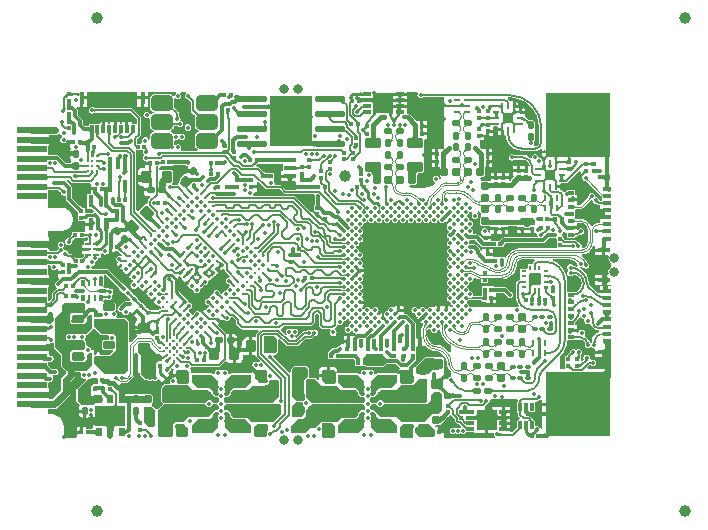
<source format=gbl>
G04*
G04 #@! TF.GenerationSoftware,Altium Limited,Altium Designer,19.1.6 (110)*
G04*
G04 Layer_Physical_Order=8*
G04 Layer_Color=16711680*
%FSLAX44Y44*%
%MOMM*%
G71*
G01*
G75*
%ADD10C,0.3000*%
%ADD11C,0.2000*%
%ADD13C,0.1500*%
%ADD14C,0.2500*%
%ADD15C,0.1000*%
%ADD27C,0.2000*%
G04:AMPARAMS|DCode=39|XSize=0.5mm|YSize=0.6mm|CornerRadius=0.05mm|HoleSize=0mm|Usage=FLASHONLY|Rotation=90.000|XOffset=0mm|YOffset=0mm|HoleType=Round|Shape=RoundedRectangle|*
%AMROUNDEDRECTD39*
21,1,0.5000,0.5000,0,0,90.0*
21,1,0.4000,0.6000,0,0,90.0*
1,1,0.1000,0.2500,0.2000*
1,1,0.1000,0.2500,-0.2000*
1,1,0.1000,-0.2500,-0.2000*
1,1,0.1000,-0.2500,0.2000*
%
%ADD39ROUNDEDRECTD39*%
%ADD40R,0.3500X0.3000*%
G04:AMPARAMS|DCode=47|XSize=0.6mm|YSize=0.6mm|CornerRadius=0.06mm|HoleSize=0mm|Usage=FLASHONLY|Rotation=0.000|XOffset=0mm|YOffset=0mm|HoleType=Round|Shape=RoundedRectangle|*
%AMROUNDEDRECTD47*
21,1,0.6000,0.4800,0,0,0.0*
21,1,0.4800,0.6000,0,0,0.0*
1,1,0.1200,0.2400,-0.2400*
1,1,0.1200,-0.2400,-0.2400*
1,1,0.1200,-0.2400,0.2400*
1,1,0.1200,0.2400,0.2400*
%
%ADD47ROUNDEDRECTD47*%
%ADD48R,0.3000X0.3500*%
G04:AMPARAMS|DCode=49|XSize=1.3mm|YSize=0.8mm|CornerRadius=0.1mm|HoleSize=0mm|Usage=FLASHONLY|Rotation=90.000|XOffset=0mm|YOffset=0mm|HoleType=Round|Shape=RoundedRectangle|*
%AMROUNDEDRECTD49*
21,1,1.3000,0.6000,0,0,90.0*
21,1,1.1000,0.8000,0,0,90.0*
1,1,0.2000,0.3000,0.5500*
1,1,0.2000,0.3000,-0.5500*
1,1,0.2000,-0.3000,-0.5500*
1,1,0.2000,-0.3000,0.5500*
%
%ADD49ROUNDEDRECTD49*%
G04:AMPARAMS|DCode=50|XSize=0.3mm|YSize=0.35mm|CornerRadius=0mm|HoleSize=0mm|Usage=FLASHONLY|Rotation=45.000|XOffset=0mm|YOffset=0mm|HoleType=Round|Shape=Rectangle|*
%AMROTATEDRECTD50*
4,1,4,0.0177,-0.2298,-0.2298,0.0177,-0.0177,0.2298,0.2298,-0.0177,0.0177,-0.2298,0.0*
%
%ADD50ROTATEDRECTD50*%

G04:AMPARAMS|DCode=51|XSize=0.6mm|YSize=0.6mm|CornerRadius=0.06mm|HoleSize=0mm|Usage=FLASHONLY|Rotation=270.000|XOffset=0mm|YOffset=0mm|HoleType=Round|Shape=RoundedRectangle|*
%AMROUNDEDRECTD51*
21,1,0.6000,0.4800,0,0,270.0*
21,1,0.4800,0.6000,0,0,270.0*
1,1,0.1200,-0.2400,-0.2400*
1,1,0.1200,-0.2400,0.2400*
1,1,0.1200,0.2400,0.2400*
1,1,0.1200,0.2400,-0.2400*
%
%ADD51ROUNDEDRECTD51*%
G04:AMPARAMS|DCode=52|XSize=1mm|YSize=0.9mm|CornerRadius=0.1125mm|HoleSize=0mm|Usage=FLASHONLY|Rotation=270.000|XOffset=0mm|YOffset=0mm|HoleType=Round|Shape=RoundedRectangle|*
%AMROUNDEDRECTD52*
21,1,1.0000,0.6750,0,0,270.0*
21,1,0.7750,0.9000,0,0,270.0*
1,1,0.2250,-0.3375,-0.3875*
1,1,0.2250,-0.3375,0.3875*
1,1,0.2250,0.3375,0.3875*
1,1,0.2250,0.3375,-0.3875*
%
%ADD52ROUNDEDRECTD52*%
G04:AMPARAMS|DCode=53|XSize=1mm|YSize=0.9mm|CornerRadius=0.1125mm|HoleSize=0mm|Usage=FLASHONLY|Rotation=180.000|XOffset=0mm|YOffset=0mm|HoleType=Round|Shape=RoundedRectangle|*
%AMROUNDEDRECTD53*
21,1,1.0000,0.6750,0,0,180.0*
21,1,0.7750,0.9000,0,0,180.0*
1,1,0.2250,-0.3875,0.3375*
1,1,0.2250,0.3875,0.3375*
1,1,0.2250,0.3875,-0.3375*
1,1,0.2250,-0.3875,-0.3375*
%
%ADD53ROUNDEDRECTD53*%
G04:AMPARAMS|DCode=55|XSize=0.5mm|YSize=0.6mm|CornerRadius=0.05mm|HoleSize=0mm|Usage=FLASHONLY|Rotation=180.000|XOffset=0mm|YOffset=0mm|HoleType=Round|Shape=RoundedRectangle|*
%AMROUNDEDRECTD55*
21,1,0.5000,0.5000,0,0,180.0*
21,1,0.4000,0.6000,0,0,180.0*
1,1,0.1000,-0.2000,0.2500*
1,1,0.1000,0.2000,0.2500*
1,1,0.1000,0.2000,-0.2500*
1,1,0.1000,-0.2000,-0.2500*
%
%ADD55ROUNDEDRECTD55*%
G04:AMPARAMS|DCode=56|XSize=0.3mm|YSize=0.35mm|CornerRadius=0mm|HoleSize=0mm|Usage=FLASHONLY|Rotation=315.000|XOffset=0mm|YOffset=0mm|HoleType=Round|Shape=Rectangle|*
%AMROTATEDRECTD56*
4,1,4,-0.2298,-0.0177,0.0177,0.2298,0.2298,0.0177,-0.0177,-0.2298,-0.2298,-0.0177,0.0*
%
%ADD56ROTATEDRECTD56*%

%ADD57R,0.5000X0.7000*%
%ADD58R,2.5000X1.7000*%
G04:AMPARAMS|DCode=62|XSize=1mm|YSize=1mm|CornerRadius=0.15mm|HoleSize=0mm|Usage=FLASHONLY|Rotation=180.000|XOffset=0mm|YOffset=0mm|HoleType=Round|Shape=RoundedRectangle|*
%AMROUNDEDRECTD62*
21,1,1.0000,0.7000,0,0,180.0*
21,1,0.7000,1.0000,0,0,180.0*
1,1,0.3000,-0.3500,0.3500*
1,1,0.3000,0.3500,0.3500*
1,1,0.3000,0.3500,-0.3500*
1,1,0.3000,-0.3500,-0.3500*
%
%ADD62ROUNDEDRECTD62*%
%ADD63R,0.2000X0.3950*%
%ADD64R,0.3950X0.2000*%
G04:AMPARAMS|DCode=65|XSize=0.25mm|YSize=0.55mm|CornerRadius=0.0625mm|HoleSize=0mm|Usage=FLASHONLY|Rotation=0.000|XOffset=0mm|YOffset=0mm|HoleType=Round|Shape=RoundedRectangle|*
%AMROUNDEDRECTD65*
21,1,0.2500,0.4250,0,0,0.0*
21,1,0.1250,0.5500,0,0,0.0*
1,1,0.1250,0.0625,-0.2125*
1,1,0.1250,-0.0625,-0.2125*
1,1,0.1250,-0.0625,0.2125*
1,1,0.1250,0.0625,0.2125*
%
%ADD65ROUNDEDRECTD65*%
G04:AMPARAMS|DCode=67|XSize=0.5mm|YSize=0.6mm|CornerRadius=0.05mm|HoleSize=0mm|Usage=FLASHONLY|Rotation=45.000|XOffset=0mm|YOffset=0mm|HoleType=Round|Shape=RoundedRectangle|*
%AMROUNDEDRECTD67*
21,1,0.5000,0.5000,0,0,45.0*
21,1,0.4000,0.6000,0,0,45.0*
1,1,0.1000,0.3182,-0.0354*
1,1,0.1000,0.0354,-0.3182*
1,1,0.1000,-0.3182,0.0354*
1,1,0.1000,-0.0354,0.3182*
%
%ADD67ROUNDEDRECTD67*%
%ADD81C,0.3000*%
%ADD125R,5.5000X5.5000*%
%ADD126C,0.1800*%
%ADD127R,2.5000X0.6000*%
%ADD128C,1.0000*%
%ADD130C,0.5000*%
%ADD131C,0.3500*%
%ADD132C,0.6000*%
%ADD133C,0.4000*%
%ADD134C,0.1400*%
%ADD135C,0.1100*%
%ADD136C,0.1200*%
%ADD138C,0.2200*%
%ADD139C,0.8000*%
%ADD140C,0.3500*%
%ADD141C,0.4000*%
%ADD142C,0.5000*%
%ADD144R,0.2000X0.2000*%
%ADD145R,1.7000X1.7000*%
%ADD146R,0.6500X0.3000*%
G04:AMPARAMS|DCode=147|XSize=0.55mm|YSize=2.6mm|CornerRadius=0.1375mm|HoleSize=0mm|Usage=FLASHONLY|Rotation=90.000|XOffset=0mm|YOffset=0mm|HoleType=Round|Shape=RoundedRectangle|*
%AMROUNDEDRECTD147*
21,1,0.5500,2.3250,0,0,90.0*
21,1,0.2750,2.6000,0,0,90.0*
1,1,0.2750,1.1625,0.1375*
1,1,0.2750,1.1625,-0.1375*
1,1,0.2750,-1.1625,-0.1375*
1,1,0.2750,-1.1625,0.1375*
%
%ADD147ROUNDEDRECTD147*%
%ADD148R,3.6000X4.2000*%
%ADD149R,0.5250X0.2500*%
G04:AMPARAMS|DCode=150|XSize=0.65mm|YSize=0.35mm|CornerRadius=0.0875mm|HoleSize=0mm|Usage=FLASHONLY|Rotation=180.000|XOffset=0mm|YOffset=0mm|HoleType=Round|Shape=RoundedRectangle|*
%AMROUNDEDRECTD150*
21,1,0.6500,0.1750,0,0,180.0*
21,1,0.4750,0.3500,0,0,180.0*
1,1,0.1750,-0.2375,0.0875*
1,1,0.1750,0.2375,0.0875*
1,1,0.1750,0.2375,-0.0875*
1,1,0.1750,-0.2375,-0.0875*
%
%ADD150ROUNDEDRECTD150*%
G04:AMPARAMS|DCode=151|XSize=0.55mm|YSize=0.3mm|CornerRadius=0.075mm|HoleSize=0mm|Usage=FLASHONLY|Rotation=270.000|XOffset=0mm|YOffset=0mm|HoleType=Round|Shape=RoundedRectangle|*
%AMROUNDEDRECTD151*
21,1,0.5500,0.1500,0,0,270.0*
21,1,0.4000,0.3000,0,0,270.0*
1,1,0.1500,-0.0750,-0.2000*
1,1,0.1500,-0.0750,0.2000*
1,1,0.1500,0.0750,0.2000*
1,1,0.1500,0.0750,-0.2000*
%
%ADD151ROUNDEDRECTD151*%
G04:AMPARAMS|DCode=152|XSize=0.55mm|YSize=0.25mm|CornerRadius=0.0625mm|HoleSize=0mm|Usage=FLASHONLY|Rotation=270.000|XOffset=0mm|YOffset=0mm|HoleType=Round|Shape=RoundedRectangle|*
%AMROUNDEDRECTD152*
21,1,0.5500,0.1250,0,0,270.0*
21,1,0.4250,0.2500,0,0,270.0*
1,1,0.1250,-0.0625,-0.2125*
1,1,0.1250,-0.0625,0.2125*
1,1,0.1250,0.0625,0.2125*
1,1,0.1250,0.0625,-0.2125*
%
%ADD152ROUNDEDRECTD152*%
%ADD153C,0.2500*%
%ADD154R,0.3000X0.7000*%
%ADD155R,0.4000X1.0000*%
%ADD156R,0.5000X0.3000*%
%ADD157R,0.7000X0.3000*%
%ADD158R,1.0000X0.3500*%
G04:AMPARAMS|DCode=159|XSize=1.6mm|YSize=0.5mm|CornerRadius=0.075mm|HoleSize=0mm|Usage=FLASHONLY|Rotation=0.000|XOffset=0mm|YOffset=0mm|HoleType=Round|Shape=RoundedRectangle|*
%AMROUNDEDRECTD159*
21,1,1.6000,0.3500,0,0,0.0*
21,1,1.4500,0.5000,0,0,0.0*
1,1,0.1500,0.7250,-0.1750*
1,1,0.1500,-0.7250,-0.1750*
1,1,0.1500,-0.7250,0.1750*
1,1,0.1500,0.7250,0.1750*
%
%ADD159ROUNDEDRECTD159*%
G04:AMPARAMS|DCode=160|XSize=1.3mm|YSize=0.8mm|CornerRadius=0.1mm|HoleSize=0mm|Usage=FLASHONLY|Rotation=0.000|XOffset=0mm|YOffset=0mm|HoleType=Round|Shape=RoundedRectangle|*
%AMROUNDEDRECTD160*
21,1,1.3000,0.6000,0,0,0.0*
21,1,1.1000,0.8000,0,0,0.0*
1,1,0.2000,0.5500,-0.3000*
1,1,0.2000,-0.5500,-0.3000*
1,1,0.2000,-0.5500,0.3000*
1,1,0.2000,0.5500,0.3000*
%
%ADD160ROUNDEDRECTD160*%
G04:AMPARAMS|DCode=161|XSize=0.2mm|YSize=0.45mm|CornerRadius=0.03mm|HoleSize=0mm|Usage=FLASHONLY|Rotation=90.000|XOffset=0mm|YOffset=0mm|HoleType=Round|Shape=RoundedRectangle|*
%AMROUNDEDRECTD161*
21,1,0.2000,0.3900,0,0,90.0*
21,1,0.1400,0.4500,0,0,90.0*
1,1,0.0600,0.1950,0.0700*
1,1,0.0600,0.1950,-0.0700*
1,1,0.0600,-0.1950,-0.0700*
1,1,0.0600,-0.1950,0.0700*
%
%ADD161ROUNDEDRECTD161*%
G04:AMPARAMS|DCode=162|XSize=0.2mm|YSize=0.45mm|CornerRadius=0.03mm|HoleSize=0mm|Usage=FLASHONLY|Rotation=0.000|XOffset=0mm|YOffset=0mm|HoleType=Round|Shape=RoundedRectangle|*
%AMROUNDEDRECTD162*
21,1,0.2000,0.3900,0,0,0.0*
21,1,0.1400,0.4500,0,0,0.0*
1,1,0.0600,0.0700,-0.1950*
1,1,0.0600,-0.0700,-0.1950*
1,1,0.0600,-0.0700,0.1950*
1,1,0.0600,0.0700,0.1950*
%
%ADD162ROUNDEDRECTD162*%
G04:AMPARAMS|DCode=163|XSize=0.8mm|YSize=0.8mm|CornerRadius=0.12mm|HoleSize=0mm|Usage=FLASHONLY|Rotation=180.000|XOffset=0mm|YOffset=0mm|HoleType=Round|Shape=RoundedRectangle|*
%AMROUNDEDRECTD163*
21,1,0.8000,0.5600,0,0,180.0*
21,1,0.5600,0.8000,0,0,180.0*
1,1,0.2400,-0.2800,0.2800*
1,1,0.2400,0.2800,0.2800*
1,1,0.2400,0.2800,-0.2800*
1,1,0.2400,-0.2800,-0.2800*
%
%ADD163ROUNDEDRECTD163*%
G04:AMPARAMS|DCode=164|XSize=0.45mm|YSize=0.35mm|CornerRadius=0.0525mm|HoleSize=0mm|Usage=FLASHONLY|Rotation=180.000|XOffset=0mm|YOffset=0mm|HoleType=Round|Shape=RoundedRectangle|*
%AMROUNDEDRECTD164*
21,1,0.4500,0.2450,0,0,180.0*
21,1,0.3450,0.3500,0,0,180.0*
1,1,0.1050,-0.1725,0.1225*
1,1,0.1050,0.1725,0.1225*
1,1,0.1050,0.1725,-0.1225*
1,1,0.1050,-0.1725,-0.1225*
%
%ADD164ROUNDEDRECTD164*%
G04:AMPARAMS|DCode=165|XSize=1.3mm|YSize=1.85mm|CornerRadius=0.325mm|HoleSize=0mm|Usage=FLASHONLY|Rotation=270.000|XOffset=0mm|YOffset=0mm|HoleType=Round|Shape=RoundedRectangle|*
%AMROUNDEDRECTD165*
21,1,1.3000,1.2000,0,0,270.0*
21,1,0.6500,1.8500,0,0,270.0*
1,1,0.6500,-0.6000,-0.3250*
1,1,0.6500,-0.6000,0.3250*
1,1,0.6500,0.6000,0.3250*
1,1,0.6500,0.6000,-0.3250*
%
%ADD165ROUNDEDRECTD165*%
%ADD166R,0.3600X1.0000*%
G04:AMPARAMS|DCode=167|XSize=0.3mm|YSize=0.7mm|CornerRadius=0.075mm|HoleSize=0mm|Usage=FLASHONLY|Rotation=180.000|XOffset=0mm|YOffset=0mm|HoleType=Round|Shape=RoundedRectangle|*
%AMROUNDEDRECTD167*
21,1,0.3000,0.5500,0,0,180.0*
21,1,0.1500,0.7000,0,0,180.0*
1,1,0.1500,-0.0750,0.2750*
1,1,0.1500,0.0750,0.2750*
1,1,0.1500,0.0750,-0.2750*
1,1,0.1500,-0.0750,-0.2750*
%
%ADD167ROUNDEDRECTD167*%
%ADD168R,1.0000X0.3600*%
G04:AMPARAMS|DCode=169|XSize=1mm|YSize=0.9mm|CornerRadius=0.1125mm|HoleSize=0mm|Usage=FLASHONLY|Rotation=315.000|XOffset=0mm|YOffset=0mm|HoleType=Round|Shape=RoundedRectangle|*
%AMROUNDEDRECTD169*
21,1,1.0000,0.6750,0,0,315.0*
21,1,0.7750,0.9000,0,0,315.0*
1,1,0.2250,0.0354,-0.5127*
1,1,0.2250,-0.5127,0.0354*
1,1,0.2250,-0.0354,0.5127*
1,1,0.2250,0.5127,-0.0354*
%
%ADD169ROUNDEDRECTD169*%
G04:AMPARAMS|DCode=170|XSize=0.5mm|YSize=0.6mm|CornerRadius=0.05mm|HoleSize=0mm|Usage=FLASHONLY|Rotation=135.000|XOffset=0mm|YOffset=0mm|HoleType=Round|Shape=RoundedRectangle|*
%AMROUNDEDRECTD170*
21,1,0.5000,0.5000,0,0,135.0*
21,1,0.4000,0.6000,0,0,135.0*
1,1,0.1000,0.0354,0.3182*
1,1,0.1000,0.3182,0.0354*
1,1,0.1000,-0.0354,-0.3182*
1,1,0.1000,-0.3182,-0.0354*
%
%ADD170ROUNDEDRECTD170*%
G04:AMPARAMS|DCode=171|XSize=0.25mm|YSize=0.55mm|CornerRadius=0.0625mm|HoleSize=0mm|Usage=FLASHONLY|Rotation=90.000|XOffset=0mm|YOffset=0mm|HoleType=Round|Shape=RoundedRectangle|*
%AMROUNDEDRECTD171*
21,1,0.2500,0.4250,0,0,90.0*
21,1,0.1250,0.5500,0,0,90.0*
1,1,0.1250,0.2125,0.0625*
1,1,0.1250,0.2125,-0.0625*
1,1,0.1250,-0.2125,-0.0625*
1,1,0.1250,-0.2125,0.0625*
%
%ADD171ROUNDEDRECTD171*%
G04:AMPARAMS|DCode=172|XSize=0.6mm|YSize=1mm|CornerRadius=0.075mm|HoleSize=0mm|Usage=FLASHONLY|Rotation=90.000|XOffset=0mm|YOffset=0mm|HoleType=Round|Shape=RoundedRectangle|*
%AMROUNDEDRECTD172*
21,1,0.6000,0.8500,0,0,90.0*
21,1,0.4500,1.0000,0,0,90.0*
1,1,0.1500,0.4250,0.2250*
1,1,0.1500,0.4250,-0.2250*
1,1,0.1500,-0.4250,-0.2250*
1,1,0.1500,-0.4250,0.2250*
%
%ADD172ROUNDEDRECTD172*%
%ADD173R,7.0000X7.0000*%
G36*
X6859Y291311D02*
X6727Y291442D01*
X6561Y291511D01*
X6362Y291520D01*
X6130Y291467D01*
X5864Y291353D01*
X5564Y291178D01*
X5231Y290942D01*
X4864Y290645D01*
X4031Y289866D01*
X3366Y292031D01*
X3635Y292307D01*
X4271Y293060D01*
X4427Y293285D01*
X4554Y293497D01*
X4653Y293697D01*
X4724Y293884D01*
X4766Y294058D01*
X4780Y294219D01*
X6859Y291311D01*
D02*
G37*
G36*
X8239Y294130D02*
X8299Y294051D01*
X8400Y293980D01*
X8540Y293919D01*
X8719Y293867D01*
X8939Y293825D01*
X9200Y293792D01*
X9840Y293755D01*
X10220Y293750D01*
Y291750D01*
X9840Y291745D01*
X8939Y291675D01*
X8719Y291633D01*
X8540Y291581D01*
X8400Y291520D01*
X8299Y291450D01*
X8239Y291370D01*
X8220Y291280D01*
Y294219D01*
X8239Y294130D01*
D02*
G37*
G36*
X283531Y291280D02*
X283510Y291370D01*
X283451Y291450D01*
X283351Y291520D01*
X283211Y291581D01*
X283030Y291633D01*
X282810Y291675D01*
X282551Y291708D01*
X282500Y291711D01*
X282492Y291710D01*
X282188Y291660D01*
X281925Y291590D01*
X281702Y291500D01*
X281519Y291390D01*
X281376Y291260D01*
X281274Y291110D01*
X281211Y290940D01*
X281189Y290750D01*
X281220Y293720D01*
X281530Y293724D01*
Y293750D01*
X281910Y293755D01*
X282810Y293825D01*
X283030Y293867D01*
X283211Y293919D01*
X283351Y293980D01*
X283451Y294050D01*
X283510Y294130D01*
X283531Y294219D01*
Y291280D01*
D02*
G37*
G36*
X255530Y294219D02*
Y291280D01*
X255508Y291465D01*
X255443Y291630D01*
X255333Y291775D01*
X255179Y291901D01*
X254981Y292008D01*
X254739Y292095D01*
X254452Y292163D01*
X254123Y292211D01*
X253748Y292240D01*
X253330Y292250D01*
Y294450D01*
X255530Y294219D01*
D02*
G37*
G36*
X97329Y293691D02*
X97017Y293483D01*
X96410Y292573D01*
X96220Y291621D01*
X95855Y291425D01*
X94955Y291229D01*
X94564Y291814D01*
X93158Y292753D01*
X91500Y293083D01*
X79500D01*
X77842Y292753D01*
X76436Y291814D01*
X75497Y290408D01*
X75167Y288750D01*
Y282250D01*
X75497Y280592D01*
X76436Y279186D01*
X77842Y278247D01*
X78340Y278147D01*
Y276852D01*
X77842Y276753D01*
X76436Y275814D01*
X75127Y276141D01*
X75090Y276323D01*
X74483Y277233D01*
X73573Y277840D01*
X72500Y278054D01*
X71427Y277840D01*
X70517Y277233D01*
X69910Y276323D01*
X69696Y275250D01*
X69910Y274177D01*
X70517Y273267D01*
X71427Y272660D01*
X72500Y272446D01*
X73573Y272660D01*
X73940Y272905D01*
X74017Y272895D01*
X75167Y272197D01*
Y266250D01*
X75497Y264592D01*
X76436Y263186D01*
X77842Y262247D01*
X78340Y262147D01*
Y260853D01*
X77842Y260753D01*
X76436Y259814D01*
X75497Y258408D01*
X75167Y256750D01*
Y254665D01*
X73897Y254540D01*
X73840Y254823D01*
X73233Y255733D01*
X72323Y256340D01*
X71250Y256554D01*
X70177Y256340D01*
X69267Y255733D01*
X68660Y254823D01*
X68446Y253750D01*
X68660Y252677D01*
X68798Y252470D01*
X68608Y252115D01*
X67750Y251200D01*
X67150D01*
Y251200D01*
X64534D01*
Y254961D01*
X67012Y257438D01*
X67399Y258017D01*
X67534Y258700D01*
Y272700D01*
X67399Y273383D01*
X67012Y273961D01*
X60461Y280512D01*
X59883Y280898D01*
X59200Y281034D01*
X29267D01*
X29160Y281082D01*
X29012Y281086D01*
X28908Y281095D01*
X28817Y281108D01*
X28742Y281125D01*
X28681Y281143D01*
X28632Y281162D01*
X28595Y281180D01*
X28566Y281198D01*
X28543Y281215D01*
X28485Y281270D01*
X28356Y281317D01*
X27573Y281840D01*
X26500Y282054D01*
X25427Y281840D01*
X24517Y281233D01*
X23910Y280323D01*
X23696Y279250D01*
X23910Y278177D01*
X24517Y277267D01*
X25427Y276660D01*
X26500Y276446D01*
X27573Y276660D01*
X28356Y277183D01*
X28485Y277230D01*
X28543Y277285D01*
X28566Y277302D01*
X28595Y277320D01*
X28633Y277338D01*
X28681Y277357D01*
X28742Y277375D01*
X28817Y277392D01*
X28907Y277405D01*
X29012Y277414D01*
X29160Y277418D01*
X29267Y277466D01*
X58461D01*
X63966Y271961D01*
Y268974D01*
X63250Y268000D01*
X59790D01*
Y269540D01*
X57020D01*
Y263500D01*
X54480D01*
Y269540D01*
X51710D01*
Y268000D01*
X49790D01*
Y269540D01*
X47020D01*
Y263500D01*
X44480D01*
Y269540D01*
X41710D01*
Y268000D01*
X39790D01*
Y269540D01*
X37020D01*
Y263500D01*
X34480D01*
Y269540D01*
X31710D01*
Y268000D01*
X23250D01*
Y266698D01*
X23204Y266613D01*
X23187Y266455D01*
X23185Y266448D01*
X23181Y266441D01*
X23143Y266407D01*
X23040Y266344D01*
X22854Y266268D01*
X22580Y266194D01*
X22224Y266134D01*
X21789Y266096D01*
X21252Y266082D01*
X21178Y266049D01*
X20556D01*
X18799Y267806D01*
Y270000D01*
X18605Y270975D01*
X18052Y271802D01*
X14549Y275306D01*
Y278500D01*
X14355Y279475D01*
X13802Y280302D01*
X12915Y281190D01*
X13441Y282460D01*
X16180D01*
Y290000D01*
X17450D01*
Y291270D01*
X21990D01*
Y294961D01*
X64510D01*
Y291270D01*
X69050D01*
X73590D01*
Y294961D01*
X96944D01*
X97329Y293691D01*
D02*
G37*
G36*
X305820Y293413D02*
X305904Y293358D01*
X306001Y293309D01*
X306111Y293267D01*
X306234Y293231D01*
X306371Y293202D01*
X306521Y293179D01*
X306861Y293153D01*
X307051Y293150D01*
Y291350D01*
X306861Y291347D01*
X306521Y291321D01*
X306371Y291298D01*
X306234Y291269D01*
X306111Y291233D01*
X306001Y291191D01*
X305904Y291142D01*
X305820Y291087D01*
X305750Y291025D01*
Y293475D01*
X305820Y293413D01*
D02*
G37*
G36*
X15481Y290750D02*
X15460Y290940D01*
X15401Y291110D01*
X15301Y291260D01*
X15160Y291390D01*
X14980Y291500D01*
X14761Y291590D01*
X14500Y291660D01*
X14201Y291710D01*
X13861Y291740D01*
X13480Y291750D01*
Y293750D01*
X13861Y293760D01*
X14201Y293790D01*
X14500Y293840D01*
X14761Y293910D01*
X14980Y294000D01*
X15160Y294110D01*
X15301Y294240D01*
X15401Y294390D01*
X15460Y294560D01*
X15481Y294750D01*
Y290750D01*
D02*
G37*
G36*
X136730Y290530D02*
X136711Y290572D01*
X136651Y290609D01*
X136552Y290642D01*
X136414Y290671D01*
X136235Y290695D01*
X135760Y290730D01*
X134750Y290750D01*
Y293750D01*
X135126Y293752D01*
X136414Y293829D01*
X136552Y293858D01*
X136651Y293890D01*
X136711Y293928D01*
X136730Y293969D01*
Y290530D01*
D02*
G37*
G36*
X288560Y291291D02*
X288390Y291230D01*
X288240Y291128D01*
X288110Y290986D01*
X288000Y290803D01*
X287910Y290580D01*
X287840Y290316D01*
X287830Y290257D01*
X287840Y290200D01*
X287910Y289939D01*
X288000Y289720D01*
X288110Y289540D01*
X288240Y289400D01*
X288390Y289300D01*
X288560Y289240D01*
X288750Y289219D01*
X284750D01*
X284940Y289240D01*
X285110Y289300D01*
X285260Y289400D01*
X285390Y289540D01*
X285500Y289720D01*
X285590Y289939D01*
X285660Y290200D01*
X285670Y290257D01*
X285660Y290316D01*
X285590Y290580D01*
X285500Y290803D01*
X285390Y290986D01*
X285260Y291128D01*
X285110Y291230D01*
X284940Y291291D01*
X284750Y291311D01*
X288750D01*
X288560Y291291D01*
D02*
G37*
G36*
X109256Y291416D02*
X109277Y291340D01*
X109313Y291257D01*
X109363Y291166D01*
X109427Y291067D01*
X109506Y290959D01*
X109707Y290720D01*
X109965Y290449D01*
X108551Y289035D01*
X108411Y289171D01*
X108041Y289494D01*
X107933Y289573D01*
X107834Y289637D01*
X107743Y289687D01*
X107660Y289722D01*
X107584Y289743D01*
X107517Y289750D01*
X109250Y291483D01*
X109256Y291416D01*
D02*
G37*
G36*
X105829Y293691D02*
X105517Y293483D01*
X104910Y292573D01*
X104696Y291500D01*
X104910Y290427D01*
X105517Y289517D01*
X106427Y288910D01*
X107208Y288754D01*
X107218Y288745D01*
X107224Y288737D01*
X107227Y288736D01*
X107235Y288727D01*
X107270Y288712D01*
X107280Y288707D01*
X107319Y288681D01*
X107364Y288648D01*
X107677Y288375D01*
X107794Y288261D01*
X107896Y288220D01*
X109711Y286405D01*
Y279750D01*
X109866Y278970D01*
X110308Y278308D01*
X112899Y275718D01*
X112937Y275618D01*
X113254Y275288D01*
X113494Y275012D01*
X113671Y274781D01*
X113707Y274723D01*
X113497Y274408D01*
X113167Y272750D01*
Y266250D01*
X113497Y264592D01*
X114436Y263186D01*
X115842Y262247D01*
X116340Y262147D01*
Y260853D01*
X115842Y260753D01*
X114436Y259814D01*
X113497Y258408D01*
X113167Y256750D01*
Y250250D01*
X113497Y248592D01*
X114436Y247186D01*
X115523Y246459D01*
X115143Y245189D01*
X101655D01*
X101328Y245713D01*
X101111Y246459D01*
X101590Y247177D01*
X101804Y248250D01*
X101590Y249323D01*
X100983Y250233D01*
X100073Y250840D01*
X99000Y251054D01*
X97927Y250840D01*
X97103Y250290D01*
X96656Y250389D01*
X95833Y250746D01*
Y253395D01*
X97103Y254275D01*
X97500Y254196D01*
X98573Y254410D01*
X98969Y254674D01*
X99875Y254914D01*
X100781Y254674D01*
X101177Y254410D01*
X102250Y254196D01*
X103323Y254410D01*
X104233Y255017D01*
X104840Y255927D01*
X105054Y257000D01*
X104840Y258073D01*
X104233Y258983D01*
X103323Y259590D01*
X102250Y259804D01*
X101177Y259590D01*
X100781Y259326D01*
X99875Y259086D01*
X98969Y259326D01*
X98573Y259590D01*
X97500Y259804D01*
X96427Y259590D01*
X95517Y258983D01*
X95119D01*
X94564Y259814D01*
X93158Y260753D01*
X92660Y260853D01*
Y262147D01*
X93158Y262247D01*
X94564Y263186D01*
X95503Y264592D01*
X95812Y266142D01*
X95830Y266145D01*
X96017Y266161D01*
X96275Y266168D01*
X96383Y266216D01*
X97733D01*
X97840Y266168D01*
X97988Y266164D01*
X98092Y266155D01*
X98183Y266142D01*
X98258Y266126D01*
X98319Y266107D01*
X98368Y266088D01*
X98405Y266070D01*
X98434Y266052D01*
X98457Y266035D01*
X98516Y265980D01*
X98644Y265933D01*
X99427Y265410D01*
X100500Y265196D01*
X101573Y265410D01*
X102483Y266017D01*
X103090Y266927D01*
X103304Y268000D01*
X103090Y269073D01*
X102483Y269983D01*
X101573Y270590D01*
X100927Y270719D01*
X100840Y270927D01*
X101054Y272000D01*
X100840Y273073D01*
X100317Y273856D01*
X100270Y273985D01*
X100216Y274043D01*
X100198Y274066D01*
X100181Y274095D01*
X100162Y274132D01*
X100143Y274181D01*
X100125Y274242D01*
X100108Y274317D01*
X100095Y274407D01*
X100086Y274512D01*
X100082Y274660D01*
X100034Y274767D01*
Y276750D01*
X99899Y277433D01*
X99512Y278012D01*
X96523Y281000D01*
X96480Y281112D01*
X96247Y281354D01*
X96068Y281558D01*
X95927Y281738D01*
X95826Y281889D01*
X95779Y281975D01*
X95833Y282250D01*
Y288750D01*
X95761Y289111D01*
X96958Y289607D01*
X97017Y289517D01*
X97927Y288910D01*
X99000Y288696D01*
X100073Y288910D01*
X100983Y289517D01*
X101590Y290427D01*
X101804Y291500D01*
X101590Y292573D01*
X100983Y293483D01*
X100671Y293691D01*
X101056Y294961D01*
X105444D01*
X105829Y293691D01*
D02*
G37*
G36*
X237549Y289018D02*
X237680Y288908D01*
X237810Y288811D01*
X237941Y288727D01*
X238072Y288657D01*
X238203Y288599D01*
X238335Y288555D01*
X238467Y288523D01*
X238600Y288505D01*
X238732Y288500D01*
X237000Y286768D01*
X236995Y286900D01*
X236977Y287033D01*
X236945Y287165D01*
X236901Y287297D01*
X236843Y287428D01*
X236772Y287559D01*
X236689Y287690D01*
X236592Y287820D01*
X236482Y287950D01*
X236359Y288080D01*
X237420Y289141D01*
X237549Y289018D01*
D02*
G37*
G36*
X346362Y288848D02*
X346429Y288818D01*
X346530Y288791D01*
X346666Y288767D01*
X346836Y288748D01*
X347553Y288710D01*
X348204Y288702D01*
Y286902D01*
X347862Y286901D01*
X346530Y286814D01*
X346429Y286787D01*
X346362Y286757D01*
X346330Y286722D01*
Y288883D01*
X346362Y288848D01*
D02*
G37*
G36*
X150562Y286335D02*
X150422Y286547D01*
X150240Y286681D01*
X150018Y286737D01*
X149754Y286714D01*
X149449Y286614D01*
X149104Y286435D01*
X148717Y286179D01*
X148289Y285844D01*
X147821Y285431D01*
X147311Y284939D01*
X146133Y288004D01*
X146524Y288402D01*
X147713Y289764D01*
X147917Y290047D01*
X148083Y290307D01*
X148212Y290544D01*
X148304Y290758D01*
X148358Y290950D01*
X150562Y286335D01*
D02*
G37*
G36*
X281209Y289560D02*
X281270Y289390D01*
X281372Y289240D01*
X281514Y289110D01*
X281697Y289000D01*
X281920Y288910D01*
X282184Y288840D01*
X282448Y288797D01*
X282810Y288825D01*
X283030Y288867D01*
X283211Y288919D01*
X283351Y288980D01*
X283451Y289050D01*
X283510Y289130D01*
X283531Y289219D01*
Y286280D01*
X283510Y286370D01*
X283451Y286450D01*
X283351Y286520D01*
X283211Y286581D01*
X283030Y286633D01*
X282810Y286675D01*
X282551Y286708D01*
X282498Y286711D01*
X282489Y286710D01*
X282184Y286660D01*
X281920Y286590D01*
X281697Y286500D01*
X281514Y286390D01*
X281372Y286260D01*
X281270Y286110D01*
X281209Y285940D01*
X281189Y285750D01*
Y289750D01*
X281209Y289560D01*
D02*
G37*
G36*
X256520Y286250D02*
X255950Y286243D01*
X254600Y286135D01*
X254270Y286070D01*
X254000Y285991D01*
X253790Y285897D01*
X253640Y285790D01*
X253550Y285667D01*
X253520Y285530D01*
Y288969D01*
X253550Y289023D01*
X253640Y289070D01*
X253790Y289112D01*
X254000Y289149D01*
X254270Y289180D01*
X255440Y289239D01*
X256520Y289250D01*
Y286250D01*
D02*
G37*
G36*
X264311Y284750D02*
X264281Y285035D01*
X264190Y285290D01*
X264038Y285515D01*
X263826Y285710D01*
X263553Y285875D01*
X263220Y286010D01*
X262826Y286115D01*
X262372Y286190D01*
X261856Y286235D01*
X261281Y286250D01*
Y289250D01*
X261856Y289265D01*
X262372Y289310D01*
X262826Y289385D01*
X263220Y289490D01*
X263553Y289625D01*
X263826Y289790D01*
X264038Y289985D01*
X264190Y290210D01*
X264281Y290465D01*
X264311Y290750D01*
Y284750D01*
D02*
G37*
G36*
X240036Y287364D02*
X239951Y287273D01*
X239912Y287157D01*
X239918Y287016D01*
X239969Y286850D01*
X240066Y286660D01*
X240209Y286445D01*
X240210Y286443D01*
X240500Y286733D01*
X240505Y286600D01*
X240523Y286467D01*
X240555Y286335D01*
X240599Y286203D01*
X240657Y286072D01*
X240727Y285941D01*
X240811Y285810D01*
X240908Y285680D01*
X241018Y285550D01*
X241141Y285420D01*
X240080Y284359D01*
X239950Y284482D01*
X239820Y284592D01*
X239690Y284689D01*
X239559Y284773D01*
X239428Y284843D01*
X239297Y284901D01*
X239165Y284945D01*
X239033Y284977D01*
X238900Y284995D01*
X238767Y285000D01*
X239083Y285316D01*
X238667Y285679D01*
X238375Y285900D01*
X238104Y286077D01*
X237855Y286213D01*
X237628Y286307D01*
X237422Y286358D01*
X237237Y286367D01*
X237075Y286335D01*
X240166Y287431D01*
X240036Y287364D01*
D02*
G37*
G36*
X288560Y286291D02*
X288390Y286230D01*
X288240Y286128D01*
X288110Y285986D01*
X288000Y285803D01*
X287910Y285580D01*
X287840Y285316D01*
X287830Y285257D01*
X287840Y285200D01*
X287910Y284939D01*
X288000Y284720D01*
X288110Y284540D01*
X288240Y284400D01*
X288390Y284300D01*
X288560Y284240D01*
X288750Y284219D01*
X284750D01*
X284940Y284240D01*
X285110Y284300D01*
X285260Y284400D01*
X285390Y284540D01*
X285500Y284720D01*
X285590Y284939D01*
X285660Y285200D01*
X285670Y285257D01*
X285660Y285316D01*
X285590Y285580D01*
X285500Y285803D01*
X285390Y285986D01*
X285260Y286128D01*
X285110Y286230D01*
X284940Y286291D01*
X284750Y286311D01*
X288750D01*
X288560Y286291D01*
D02*
G37*
G36*
X340918Y284064D02*
X340970Y284009D01*
X341039Y283961D01*
X341126Y283919D01*
X341231Y283883D01*
X341354Y283854D01*
X341494Y283832D01*
X341653Y283815D01*
X342024Y283803D01*
X341170Y282487D01*
Y281722D01*
X341144Y281738D01*
X341078Y281751D01*
X340973Y281763D01*
X340645Y281782D01*
X339680Y281795D01*
X337830Y281722D01*
Y281808D01*
X337775Y281803D01*
X336476Y283803D01*
X336847Y283815D01*
X337005Y283832D01*
X337146Y283854D01*
X337269Y283883D01*
X337374Y283919D01*
X337461Y283961D01*
X337530Y284009D01*
X337582Y284064D01*
X337616Y284125D01*
X337886Y283861D01*
X337922Y283854D01*
X338027Y283842D01*
X338355Y283822D01*
X339320Y283810D01*
X340614Y283861D01*
X340885Y284125D01*
X340918Y284064D01*
D02*
G37*
G36*
X8001Y285681D02*
X8220D01*
X8178Y285651D01*
X8141Y285560D01*
X8108Y285410D01*
X8079Y285201D01*
X8045Y284735D01*
X8141Y283139D01*
X8178Y283050D01*
X8220Y283020D01*
X8006D01*
X8000Y282680D01*
X5000D01*
X4999Y283020D01*
X4780D01*
X4822Y283050D01*
X4859Y283139D01*
X4892Y283290D01*
X4921Y283500D01*
X4955Y283965D01*
X4859Y285560D01*
X4822Y285651D01*
X4780Y285681D01*
X4994D01*
X5000Y286019D01*
X8000D01*
X8001Y285681D01*
D02*
G37*
G36*
X302155Y293691D02*
X301910Y293323D01*
X301696Y292250D01*
X301910Y291177D01*
X302517Y290267D01*
X303427Y289660D01*
X304500Y289446D01*
X305573Y289660D01*
X306332Y290167D01*
X306335Y290168D01*
X306362Y290173D01*
X306390Y290175D01*
X306401Y290181D01*
X306417Y290184D01*
X306444Y290201D01*
X306456Y290206D01*
X306498Y290218D01*
X306566Y290233D01*
X306644Y290245D01*
X306912Y290265D01*
X307069Y290268D01*
X307173Y290313D01*
X323969D01*
Y282721D01*
X325466Y283905D01*
X326492Y283803D01*
X325783Y281803D01*
X323969Y282445D01*
Y247509D01*
X322993Y246630D01*
X321940Y246790D01*
Y246790D01*
X319170D01*
Y242500D01*
X317900D01*
Y241230D01*
X313860D01*
Y238210D01*
Y237270D01*
X317900D01*
Y236000D01*
X319170D01*
Y231710D01*
X320441D01*
Y230343D01*
X320441Y230343D01*
X320441Y230343D01*
Y228000D01*
X320441Y228000D01*
X320469Y227862D01*
Y224600D01*
X320593Y223976D01*
X320946Y223447D01*
X321267Y223233D01*
X321476Y222274D01*
X321477Y221798D01*
X321095Y221437D01*
X321085Y221432D01*
X319956Y222042D01*
X319841Y222623D01*
X319233Y223533D01*
X318323Y224140D01*
X317250Y224354D01*
X316177Y224140D01*
X315268Y223533D01*
X314660Y222623D01*
X314446Y221550D01*
X314660Y220477D01*
X315268Y219567D01*
X316177Y218960D01*
X316628Y218870D01*
X316848Y218468D01*
X316939Y217513D01*
X314043Y215578D01*
X310472Y214099D01*
X306682Y213345D01*
X304750Y213250D01*
X301053D01*
X299798Y213312D01*
X297337Y213801D01*
X295018Y214762D01*
X294739Y214948D01*
X294725Y215208D01*
X295912Y216469D01*
X296764D01*
X297000Y216422D01*
X297236Y216469D01*
X299400D01*
X300024Y216593D01*
X300554Y216946D01*
X300907Y217476D01*
X301031Y218100D01*
Y220264D01*
X301078Y220500D01*
Y221226D01*
X301082Y221234D01*
X301111Y222379D01*
X301195Y223357D01*
X301330Y224187D01*
X301509Y224865D01*
X301720Y225385D01*
X301944Y225751D01*
X302162Y225982D01*
X302375Y226115D01*
X302617Y226189D01*
X303052Y226211D01*
X305250D01*
X306030Y226366D01*
X306692Y226808D01*
X307134Y227470D01*
X307289Y228250D01*
Y233996D01*
X307289Y234250D01*
X307250Y235250D01*
X307250Y235250D01*
Y247250D01*
X307250Y247250D01*
X307289Y248250D01*
Y254250D01*
X308393Y255210D01*
X309340D01*
Y258230D01*
X305300D01*
Y260770D01*
X309340D01*
Y261710D01*
X309340D01*
Y264730D01*
X305300D01*
Y266000D01*
X304030D01*
Y270290D01*
X301260D01*
X301260Y270290D01*
Y270290D01*
X300227Y270849D01*
X299421Y271655D01*
X299223Y271876D01*
X299196Y271890D01*
X299184Y271918D01*
X298385Y272724D01*
X298328Y272748D01*
X295413Y275663D01*
X294421Y276326D01*
X293250Y276559D01*
X292540Y277141D01*
Y281480D01*
X286750D01*
Y284020D01*
X292540D01*
Y286480D01*
X286750D01*
Y289020D01*
X292540D01*
Y291480D01*
X286750D01*
Y294020D01*
X292540D01*
Y294961D01*
X301495D01*
X302155Y293691D01*
D02*
G37*
G36*
X332670Y281722D02*
X332644Y281738D01*
X332578Y281751D01*
X332473Y281763D01*
X332145Y281782D01*
X330637Y281803D01*
Y283803D01*
X332670Y283883D01*
Y281722D01*
D02*
G37*
G36*
X281209Y284560D02*
X281270Y284390D01*
X281372Y284240D01*
X281514Y284110D01*
X281697Y284000D01*
X281920Y283910D01*
X282184Y283840D01*
X282448Y283797D01*
X282810Y283825D01*
X283030Y283867D01*
X283211Y283919D01*
X283351Y283980D01*
X283451Y284050D01*
X283510Y284130D01*
X283531Y284219D01*
Y281280D01*
X283510Y281370D01*
X283451Y281450D01*
X283351Y281520D01*
X283211Y281581D01*
X283030Y281633D01*
X282810Y281675D01*
X282551Y281708D01*
X282498Y281711D01*
X282489Y281710D01*
X282184Y281660D01*
X281920Y281590D01*
X281697Y281500D01*
X281514Y281390D01*
X281372Y281260D01*
X281270Y281110D01*
X281209Y280940D01*
X281189Y280750D01*
Y284750D01*
X281209Y284560D01*
D02*
G37*
G36*
X255530Y281280D02*
X255520Y281275D01*
X255490Y281269D01*
X255440Y281265D01*
X255169Y281255D01*
X254525Y281250D01*
Y282750D01*
X254721Y282752D01*
X255186Y282791D01*
X255300Y282814D01*
X255393Y282842D01*
X255466Y282875D01*
X255518Y282913D01*
X255550Y282957D01*
X255561Y283005D01*
X255530Y281280D01*
D02*
G37*
G36*
X364384Y280820D02*
X363962Y280384D01*
X363304Y279616D01*
X363068Y279282D01*
X362892Y278982D01*
X362779Y278716D01*
X362727Y278484D01*
X362736Y278286D01*
X362807Y278122D01*
X362939Y277991D01*
X359641Y280289D01*
X359816Y280201D01*
X360015Y280165D01*
X360238Y280180D01*
X360485Y280247D01*
X360756Y280366D01*
X361051Y280536D01*
X361370Y280758D01*
X361402Y280784D01*
X361444Y280870D01*
X361474Y280958D01*
X361486Y281038D01*
X361481Y281109D01*
X361459Y281171D01*
X361757Y281073D01*
X362469Y281734D01*
X364384Y280820D01*
D02*
G37*
G36*
X372557Y280762D02*
X372537Y280949D01*
X372475Y281117D01*
X372373Y281266D01*
X372229Y281394D01*
X372045Y281503D01*
X371820Y281592D01*
X371553Y281661D01*
X371246Y281710D01*
X370898Y281740D01*
X370508Y281750D01*
Y283750D01*
X370898Y283760D01*
X371246Y283790D01*
X371553Y283839D01*
X371820Y283908D01*
X372045Y283997D01*
X372229Y284106D01*
X372373Y284234D01*
X372475Y284382D01*
X372537Y284551D01*
X372557Y284738D01*
Y280762D01*
D02*
G37*
G36*
X250195Y281011D02*
X250064Y280989D01*
X249929Y280951D01*
X249790Y280898D01*
X249648Y280830D01*
X249501Y280747D01*
X249350Y280648D01*
X249196Y280534D01*
X248876Y280259D01*
X248710Y280099D01*
X247700Y281210D01*
X247823Y281341D01*
X247931Y281471D01*
X248025Y281602D01*
X248103Y281733D01*
X248167Y281864D01*
X248216Y281995D01*
X248251Y282126D01*
X248270Y282257D01*
X248275Y282389D01*
X248265Y282520D01*
X250195Y281011D01*
D02*
G37*
G36*
X176311Y279500D02*
X176281Y279785D01*
X176190Y280040D01*
X176038Y280265D01*
X175826Y280460D01*
X175553Y280625D01*
X175220Y280760D01*
X174826Y280865D01*
X174371Y280940D01*
X173856Y280985D01*
X173281Y281000D01*
Y284000D01*
X173856Y284015D01*
X174371Y284060D01*
X174826Y284135D01*
X175220Y284240D01*
X175553Y284375D01*
X175826Y284540D01*
X176038Y284735D01*
X176190Y284960D01*
X176281Y285215D01*
X176311Y285500D01*
Y279500D01*
D02*
G37*
G36*
X3750Y281486D02*
X3440Y279456D01*
X1459Y280726D01*
X1514Y280745D01*
X1564Y280784D01*
X1607Y280843D01*
X1645Y280921D01*
X1677Y281019D01*
X1703Y281136D01*
X1724Y281273D01*
X1738Y281429D01*
X1750Y281800D01*
X3750Y281486D01*
D02*
G37*
G36*
X288560Y281291D02*
X288390Y281230D01*
X288240Y281128D01*
X288110Y280986D01*
X288000Y280803D01*
X287910Y280580D01*
X287840Y280316D01*
X287830Y280257D01*
X287840Y280200D01*
X287910Y279939D01*
X288000Y279720D01*
X288110Y279540D01*
X288240Y279400D01*
X288390Y279300D01*
X288560Y279240D01*
X288750Y279219D01*
X283531D01*
X283715Y279240D01*
X283880Y279300D01*
X284025Y279400D01*
X284151Y279540D01*
X284258Y279720D01*
X284345Y279939D01*
X284413Y280200D01*
X284421Y280250D01*
X284413Y280300D01*
X284345Y280560D01*
X284258Y280780D01*
X284151Y280960D01*
X284025Y281100D01*
X283880Y281200D01*
X283715Y281260D01*
X283531Y281280D01*
X284935Y281291D01*
X284750Y281311D01*
X288750D01*
X288560Y281291D01*
D02*
G37*
G36*
X94663Y282232D02*
X94644Y282076D01*
X94658Y281908D01*
X94706Y281726D01*
X94787Y281531D01*
X94902Y281324D01*
X95051Y281103D01*
X95233Y280869D01*
X95449Y280622D01*
X95699Y280362D01*
X94939Y279000D01*
X94689Y279239D01*
X94246Y279598D01*
X94053Y279718D01*
X93878Y279798D01*
X93722Y279838D01*
X93584Y279838D01*
X93466Y279798D01*
X93366Y279719D01*
X93285Y279600D01*
X94717Y282374D01*
X94663Y282232D01*
D02*
G37*
G36*
X355470Y280320D02*
X352061Y278712D01*
X352109Y278760D01*
X352115Y278839D01*
X352081Y278948D01*
X352005Y279089D01*
X351889Y279261D01*
X351731Y279464D01*
X351292Y279963D01*
X350689Y280586D01*
X352811Y282707D01*
X355470Y280320D01*
D02*
G37*
G36*
X27847Y280385D02*
X27954Y280304D01*
X28070Y280233D01*
X28194Y280171D01*
X28328Y280119D01*
X28470Y280076D01*
X28622Y280043D01*
X28783Y280019D01*
X28953Y280005D01*
X29131Y280000D01*
Y278500D01*
X28953Y278495D01*
X28783Y278481D01*
X28622Y278457D01*
X28470Y278424D01*
X28328Y278381D01*
X28194Y278329D01*
X28070Y278267D01*
X27954Y278196D01*
X27847Y278115D01*
X27750Y278025D01*
Y280475D01*
X27847Y280385D01*
D02*
G37*
G36*
X252897Y279312D02*
X252774Y279182D01*
X252664Y279052D01*
X252567Y278922D01*
X252483Y278791D01*
X252412Y278660D01*
X252354Y278529D01*
X252308Y278397D01*
X252276Y278265D01*
X252257Y278132D01*
X252250Y278000D01*
X250535Y279750D01*
X250668Y279754D01*
X250801Y279771D01*
X250933Y279801D01*
X251065Y279845D01*
X251196Y279902D01*
X251327Y279972D01*
X251458Y280055D01*
X251589Y280151D01*
X251719Y280261D01*
X251849Y280384D01*
X252897Y279312D01*
D02*
G37*
G36*
X384520Y280370D02*
X384580Y280030D01*
X384680Y279730D01*
X384820Y279470D01*
X385000Y279250D01*
X385220Y279070D01*
X385480Y278930D01*
X385780Y278830D01*
X386120Y278770D01*
X386500Y278750D01*
X385914Y276750D01*
X385520Y276736D01*
X385138Y276693D01*
X384767Y276623D01*
X384408Y276524D01*
X384061Y276397D01*
X383725Y276241D01*
X383401Y276057D01*
X383096Y275850D01*
X382903Y275625D01*
X382677Y275310D01*
X382506Y275024D01*
X382388Y274767D01*
X382326Y274540D01*
X382317Y274340D01*
X382362Y274170D01*
X382462Y274029D01*
X379779Y276712D01*
X379920Y276612D01*
X380090Y276567D01*
X380289Y276576D01*
X380518Y276639D01*
X380774Y276756D01*
X381060Y276928D01*
X381375Y277153D01*
X381580Y277321D01*
X381595Y277339D01*
X381807Y277651D01*
X381991Y277975D01*
X382146Y278311D01*
X382274Y278658D01*
X382373Y279017D01*
X382443Y279388D01*
X382486Y279770D01*
X382500Y280164D01*
X384500Y280750D01*
X384520Y280370D01*
D02*
G37*
G36*
X342191Y276565D02*
X342127Y276635D01*
X342052Y276671D01*
X341967Y276674D01*
X341872Y276643D01*
X341766Y276578D01*
X341650Y276480D01*
X341523Y276348D01*
X341386Y276182D01*
X341238Y275983D01*
X341080Y275751D01*
X340331Y276515D01*
X340505Y276789D01*
X340886Y277483D01*
X340966Y277672D01*
X341022Y277840D01*
X341055Y277988D01*
X341064Y278114D01*
X341050Y278218D01*
X341012Y278302D01*
X342191Y276565D01*
D02*
G37*
G36*
X256902Y276311D02*
X256821Y276426D01*
X256711Y276491D01*
X256572Y276507D01*
X256404Y276472D01*
X256206Y276388D01*
X255979Y276254D01*
X255724Y276070D01*
X255438Y275837D01*
X254781Y275220D01*
X254470Y277031D01*
X254737Y277308D01*
X255165Y277818D01*
X255327Y278052D01*
X255453Y278272D01*
X255545Y278477D01*
X255602Y278667D01*
X255623Y278843D01*
X255609Y279005D01*
X255561Y279152D01*
X256902Y276311D01*
D02*
G37*
G36*
X147757Y281166D02*
X147778Y281090D01*
X147813Y281007D01*
X147863Y280916D01*
X147927Y280817D01*
X148006Y280709D01*
X148207Y280470D01*
X148343Y280327D01*
X148579Y280099D01*
X149321Y279468D01*
X149648Y279238D01*
X149944Y279066D01*
X150211Y278951D01*
X150449Y278894D01*
X150656Y278893D01*
X150834Y278951D01*
X150983Y279065D01*
X148285Y276167D01*
X148390Y276325D01*
X148440Y276510D01*
X148435Y276723D01*
X148374Y276964D01*
X148257Y277233D01*
X148085Y277530D01*
X147857Y277854D01*
X147573Y278207D01*
X146900Y278931D01*
X146541Y279244D01*
X146433Y279323D01*
X146334Y279387D01*
X146243Y279437D01*
X146160Y279473D01*
X146084Y279494D01*
X146018Y279500D01*
X147750Y281232D01*
X147757Y281166D01*
D02*
G37*
G36*
X142583Y277960D02*
X142460Y277901D01*
X142353Y277801D01*
X142259Y277661D01*
X142180Y277481D01*
X142115Y277260D01*
X142065Y277001D01*
X142029Y276700D01*
X142007Y276360D01*
X142000Y275980D01*
X140000D01*
X139993Y276360D01*
X139935Y277001D01*
X139885Y277260D01*
X139820Y277481D01*
X139741Y277661D01*
X139647Y277801D01*
X139539Y277901D01*
X139417Y277960D01*
X139280Y277980D01*
X142719D01*
X142583Y277960D01*
D02*
G37*
G36*
X337950Y278218D02*
X337935Y278114D01*
X337945Y277988D01*
X337977Y277840D01*
X338034Y277672D01*
X338114Y277483D01*
X338217Y277273D01*
X338494Y276789D01*
X338668Y276515D01*
X337920Y275751D01*
X337762Y275983D01*
X337477Y276348D01*
X337350Y276480D01*
X337234Y276578D01*
X337128Y276643D01*
X337033Y276674D01*
X336948Y276671D01*
X336873Y276635D01*
X336809Y276565D01*
X337988Y278302D01*
X337950Y278218D01*
D02*
G37*
G36*
X266680Y276794D02*
X266590Y276746D01*
X266510Y276668D01*
X266441Y276558D01*
X266383Y276418D01*
X266335Y276246D01*
X266298Y276043D01*
X266271Y275810D01*
X266255Y275545D01*
X266250Y275250D01*
X264250D01*
X264280Y276780D01*
X266780Y276811D01*
X266680Y276794D01*
D02*
G37*
G36*
X280810Y276791D02*
X280640Y276730D01*
X280490Y276628D01*
X280360Y276486D01*
X280250Y276303D01*
X280160Y276080D01*
X280090Y275816D01*
X280040Y275511D01*
X280010Y275166D01*
X280000Y274781D01*
X278000D01*
X277990Y275166D01*
X277960Y275511D01*
X277910Y275816D01*
X277840Y276080D01*
X277750Y276303D01*
X277640Y276486D01*
X277510Y276628D01*
X277360Y276730D01*
X277190Y276791D01*
X277000Y276811D01*
X281000D01*
X280810Y276791D01*
D02*
G37*
G36*
X287176Y276292D02*
X287034Y276236D01*
X286909Y276143D01*
X286800Y276013D01*
X286709Y275845D01*
X286633Y275640D01*
X286575Y275397D01*
X286533Y275117D01*
X286508Y274800D01*
X286500Y274446D01*
X284500D01*
X284492Y274800D01*
X284467Y275117D01*
X284425Y275397D01*
X284366Y275640D01*
X284291Y275845D01*
X284200Y276013D01*
X284091Y276143D01*
X283966Y276236D01*
X283824Y276292D01*
X283666Y276311D01*
X287334D01*
X287176Y276292D01*
D02*
G37*
G36*
X115929Y276999D02*
X116592Y276447D01*
X116896Y276240D01*
X117181Y276079D01*
X117448Y275964D01*
X117696Y275896D01*
X117926Y275873D01*
X118138Y275897D01*
X118331Y275967D01*
X114602Y274086D01*
X114760Y274193D01*
X114864Y274328D01*
X114912Y274489D01*
X114906Y274676D01*
X114845Y274891D01*
X114730Y275133D01*
X114559Y275401D01*
X114334Y275696D01*
X114053Y276018D01*
X113718Y276367D01*
X115571Y277344D01*
X115929Y276999D01*
D02*
G37*
G36*
X374909Y277768D02*
X375625Y277153D01*
X375940Y276928D01*
X376226Y276756D01*
X376483Y276639D01*
X376711Y276576D01*
X376910Y276567D01*
X377080Y276612D01*
X377221Y276712D01*
X374538Y274029D01*
X374638Y274170D01*
X374683Y274340D01*
X374674Y274540D01*
X374612Y274767D01*
X374494Y275024D01*
X374323Y275310D01*
X374097Y275625D01*
X373816Y275968D01*
X373093Y276742D01*
X374508Y278157D01*
X374909Y277768D01*
D02*
G37*
G36*
X370301Y276787D02*
X370132Y276725D01*
X369984Y276623D01*
X369856Y276479D01*
X369747Y276295D01*
X369658Y276070D01*
X369589Y275803D01*
X369539Y275496D01*
X369519Y275250D01*
X369539Y275004D01*
X369589Y274697D01*
X369658Y274430D01*
X369747Y274205D01*
X369856Y274021D01*
X369984Y273877D01*
X370132Y273775D01*
X370301Y273713D01*
X370488Y273693D01*
X366512D01*
X366699Y273713D01*
X366867Y273775D01*
X367016Y273877D01*
X367144Y274021D01*
X367253Y274205D01*
X367342Y274430D01*
X367411Y274697D01*
X367461Y275004D01*
X367481Y275250D01*
X367461Y275496D01*
X367411Y275803D01*
X367342Y276070D01*
X367253Y276295D01*
X367144Y276479D01*
X367016Y276623D01*
X366867Y276725D01*
X366699Y276787D01*
X366512Y276807D01*
X370488D01*
X370301Y276787D01*
D02*
G37*
G36*
X99005Y274452D02*
X99019Y274283D01*
X99043Y274122D01*
X99076Y273971D01*
X99119Y273828D01*
X99171Y273694D01*
X99233Y273570D01*
X99304Y273454D01*
X99385Y273347D01*
X99475Y273250D01*
X97025D01*
X97115Y273347D01*
X97196Y273454D01*
X97267Y273570D01*
X97329Y273694D01*
X97381Y273828D01*
X97424Y273971D01*
X97457Y274122D01*
X97481Y274283D01*
X97495Y274452D01*
X97500Y274631D01*
X99000D01*
X99005Y274452D01*
D02*
G37*
G36*
X284164Y271696D02*
X283895Y271408D01*
X283655Y271107D01*
X283443Y270795D01*
X283259Y270471D01*
X283104Y270135D01*
X282976Y269788D01*
X282877Y269429D01*
X282807Y269058D01*
X282798Y268976D01*
X282806Y268919D01*
X282831Y268804D01*
X282860Y268704D01*
X282894Y268620D01*
X282932Y268552D01*
X282975Y268500D01*
X282758D01*
X282750Y268282D01*
X280750D01*
X280742Y268500D01*
X280525D01*
X280568Y268552D01*
X280606Y268620D01*
X280640Y268704D01*
X280669Y268804D01*
X280694Y268919D01*
X280703Y268976D01*
X280693Y269058D01*
X280623Y269429D01*
X280524Y269788D01*
X280396Y270135D01*
X280241Y270471D01*
X280057Y270795D01*
X279845Y271107D01*
X279604Y271408D01*
X279336Y271696D01*
X280336Y273525D01*
X280619Y273270D01*
X280902Y273072D01*
X281184Y272931D01*
X281467Y272846D01*
X281750Y272817D01*
X282033Y272846D01*
X282316Y272931D01*
X282598Y273072D01*
X282881Y273270D01*
X283164Y273525D01*
X284164Y271696D01*
D02*
G37*
G36*
X380965Y273801D02*
X380829Y273661D01*
X380506Y273291D01*
X380427Y273183D01*
X380363Y273084D01*
X380313Y272993D01*
X380277Y272910D01*
X380257Y272834D01*
X380250Y272768D01*
X378517Y274500D01*
X378585Y274506D01*
X378660Y274527D01*
X378743Y274563D01*
X378834Y274613D01*
X378933Y274677D01*
X379041Y274756D01*
X379280Y274957D01*
X379551Y275215D01*
X380965Y273801D01*
D02*
G37*
G36*
X377589Y275079D02*
X377959Y274756D01*
X378067Y274677D01*
X378166Y274613D01*
X378257Y274563D01*
X378340Y274527D01*
X378415Y274506D01*
X378483Y274500D01*
X376750Y272768D01*
X376744Y272834D01*
X376722Y272910D01*
X376687Y272993D01*
X376637Y273084D01*
X376573Y273183D01*
X376494Y273291D01*
X376293Y273530D01*
X376035Y273801D01*
X377449Y275215D01*
X377589Y275079D01*
D02*
G37*
G36*
X228608Y273619D02*
X228480Y273573D01*
X228368Y273497D01*
X228270Y273390D01*
X228188Y273252D01*
X228120Y273084D01*
X228067Y272885D01*
X228030Y272655D01*
X228008Y272395D01*
X228000Y272104D01*
X226500D01*
X226493Y272395D01*
X226470Y272655D01*
X226432Y272885D01*
X226380Y273084D01*
X226313Y273252D01*
X226230Y273390D01*
X226133Y273497D01*
X226020Y273573D01*
X225893Y273619D01*
X225750Y273635D01*
X228750D01*
X228608Y273619D01*
D02*
G37*
G36*
X362990Y274535D02*
X363050Y274370D01*
X363149Y274225D01*
X363289Y274099D01*
X363470Y273992D01*
X363689Y273905D01*
X363950Y273837D01*
X364249Y273789D01*
X364590Y273760D01*
X364969Y273750D01*
Y271750D01*
X362970Y271780D01*
Y274720D01*
X362990Y274535D01*
D02*
G37*
G36*
X359530Y271780D02*
X359510Y271775D01*
X359450Y271770D01*
X359030Y271758D01*
X357531Y271750D01*
Y273750D01*
X357910Y273760D01*
X358251Y273789D01*
X358550Y273837D01*
X358811Y273905D01*
X359030Y273992D01*
X359211Y274099D01*
X359351Y274225D01*
X359450Y274370D01*
X359510Y274535D01*
X359530Y274720D01*
Y271780D01*
D02*
G37*
G36*
X355490Y274535D02*
X355550Y274370D01*
X355649Y274225D01*
X355789Y274099D01*
X355970Y273992D01*
X356189Y273905D01*
X356450Y273837D01*
X356749Y273789D01*
X357090Y273760D01*
X357469Y273750D01*
Y271750D01*
X355470Y271780D01*
Y274720D01*
X355490Y274535D01*
D02*
G37*
G36*
X390690Y273608D02*
X390756Y273549D01*
X390853Y273481D01*
X390982Y273402D01*
X391335Y273215D01*
X392103Y272860D01*
X392422Y272721D01*
X391344Y271241D01*
X390826Y271453D01*
X389894Y271772D01*
X389481Y271879D01*
X389102Y271951D01*
X388758Y271988D01*
X388449Y271991D01*
X388175Y271958D01*
X387935Y271891D01*
X387730Y271789D01*
X390656Y273656D01*
X390690Y273608D01*
D02*
G37*
G36*
X8178Y274450D02*
X8141Y274361D01*
X8108Y274210D01*
X8079Y274000D01*
X8035Y273400D01*
X8029Y273055D01*
X8141Y271189D01*
X8178Y271099D01*
X8220Y271070D01*
X4780D01*
X4822Y271099D01*
X4859Y271189D01*
X4892Y271339D01*
X4921Y271549D01*
X4965Y272150D01*
X4971Y272495D01*
X4859Y274361D01*
X4822Y274450D01*
X4780Y274480D01*
X8220D01*
X8178Y274450D01*
D02*
G37*
G36*
X380257Y272666D02*
X380277Y272590D01*
X380313Y272507D01*
X380363Y272416D01*
X380427Y272317D01*
X380506Y272209D01*
X380707Y271970D01*
X380965Y271699D01*
X379551Y270285D01*
X379411Y270421D01*
X379041Y270744D01*
X378933Y270823D01*
X378834Y270887D01*
X378743Y270937D01*
X378660Y270972D01*
X378585Y270993D01*
X378517Y271000D01*
X380250Y272733D01*
X380257Y272666D01*
D02*
G37*
G36*
X378483Y271000D02*
X378415Y270993D01*
X378340Y270972D01*
X378257Y270937D01*
X378166Y270887D01*
X378067Y270823D01*
X377959Y270744D01*
X377720Y270543D01*
X377449Y270285D01*
X376035Y271699D01*
X376171Y271839D01*
X376494Y272209D01*
X376573Y272317D01*
X376637Y272416D01*
X376687Y272507D01*
X376722Y272590D01*
X376744Y272666D01*
X376750Y272733D01*
X378483Y271000D01*
D02*
G37*
G36*
X377221Y268788D02*
X377080Y268888D01*
X376910Y268933D01*
X376711Y268925D01*
X376483Y268862D01*
X376226Y268744D01*
X375940Y268573D01*
X375625Y268347D01*
X375281Y268067D01*
X374508Y267343D01*
X373093Y268758D01*
X373482Y269159D01*
X374097Y269875D01*
X374323Y270190D01*
X374494Y270476D01*
X374612Y270732D01*
X374674Y270961D01*
X374683Y271160D01*
X374638Y271330D01*
X374538Y271471D01*
X377221Y268788D01*
D02*
G37*
G36*
X359281Y265830D02*
X359260Y265920D01*
X359201Y266000D01*
X359100Y266070D01*
X358960Y266131D01*
X358781Y266183D01*
X358560Y266225D01*
X358301Y266258D01*
X358009Y266275D01*
X357851Y266264D01*
X357719Y266244D01*
X357603Y266219D01*
X357504Y266190D01*
X357420Y266156D01*
X357352Y266118D01*
X357300Y266075D01*
Y266300D01*
X357281Y266300D01*
Y268300D01*
X357300Y268300D01*
Y268525D01*
X357352Y268482D01*
X357420Y268444D01*
X357504Y268410D01*
X357603Y268381D01*
X357719Y268356D01*
X357851Y268336D01*
X357950Y268327D01*
X358560Y268375D01*
X358781Y268417D01*
X358960Y268469D01*
X359100Y268530D01*
X359201Y268601D01*
X359260Y268680D01*
X359281Y268769D01*
Y265830D01*
D02*
G37*
G36*
X250693Y270378D02*
X250904Y270198D01*
X251114Y270039D01*
X251324Y269901D01*
X251533Y269785D01*
X251742Y269689D01*
X251950Y269615D01*
X252157Y269562D01*
X252364Y269530D01*
X252570Y269519D01*
X249631Y268248D01*
X249753Y268327D01*
X249825Y268435D01*
X249846Y268574D01*
X249816Y268741D01*
X249736Y268939D01*
X249604Y269166D01*
X249422Y269422D01*
X249189Y269708D01*
X248570Y270369D01*
X250481Y270580D01*
X250693Y270378D01*
D02*
G37*
G36*
X394969Y270810D02*
X395669Y270198D01*
X395852Y270068D01*
X396009Y269976D01*
X396141Y269921D01*
X396247Y269903D01*
X396328Y269922D01*
X396384Y269978D01*
X395022Y267616D01*
X395048Y267702D01*
X395039Y267811D01*
X394995Y267943D01*
X394917Y268098D01*
X394804Y268276D01*
X394656Y268477D01*
X394257Y268946D01*
X393719Y269508D01*
X394684Y271088D01*
X394969Y270810D01*
D02*
G37*
G36*
X382362Y271330D02*
X382317Y271160D01*
X382326Y270961D01*
X382388Y270732D01*
X382506Y270476D01*
X382677Y270190D01*
X382903Y269875D01*
X383184Y269531D01*
X383907Y268758D01*
X382492Y267343D01*
X382091Y267732D01*
X381375Y268347D01*
X381060Y268573D01*
X380774Y268744D01*
X380518Y268862D01*
X380289Y268925D01*
X380090Y268933D01*
X379920Y268888D01*
X379779Y268788D01*
X382462Y271471D01*
X382362Y271330D01*
D02*
G37*
G36*
X244102Y270269D02*
X244672Y269781D01*
X244921Y269605D01*
X245145Y269473D01*
X245345Y269387D01*
X245520Y269345D01*
X245672Y269348D01*
X245799Y269396D01*
X245902Y269489D01*
X244061Y267148D01*
X244132Y267273D01*
X244163Y267417D01*
X244153Y267581D01*
X244104Y267764D01*
X244015Y267967D01*
X243886Y268188D01*
X243717Y268430D01*
X243508Y268690D01*
X242970Y269269D01*
X243780Y270580D01*
X244102Y270269D01*
D02*
G37*
G36*
X99250Y266775D02*
X99152Y266865D01*
X99046Y266946D01*
X98930Y267017D01*
X98806Y267079D01*
X98672Y267131D01*
X98529Y267174D01*
X98378Y267207D01*
X98217Y267231D01*
X98048Y267245D01*
X97869Y267250D01*
X97869Y268750D01*
X98048Y268755D01*
X98217Y268769D01*
X98378Y268793D01*
X98530Y268826D01*
X98672Y268869D01*
X98806Y268921D01*
X98930Y268983D01*
X99046Y269054D01*
X99153Y269135D01*
X99250Y269225D01*
X99250Y266775D01*
D02*
G37*
G36*
X94732Y269358D02*
X94778Y269230D01*
X94854Y269118D01*
X94962Y269020D01*
X95099Y268937D01*
X95268Y268870D01*
X95467Y268818D01*
X95696Y268780D01*
X95956Y268758D01*
X96247Y268750D01*
Y267250D01*
X95956Y267243D01*
X95696Y267220D01*
X95467Y267183D01*
X95268Y267130D01*
X95099Y267063D01*
X94962Y266980D01*
X94854Y266882D01*
X94778Y266770D01*
X94732Y266642D01*
X94717Y266500D01*
Y269500D01*
X94732Y269358D01*
D02*
G37*
G36*
X173911Y268448D02*
X173873Y268380D01*
X173839Y268296D01*
X173810Y268197D01*
X173785Y268081D01*
X173764Y267949D01*
X173738Y267638D01*
X173737Y267632D01*
X173795Y266754D01*
X173832Y266489D01*
X173931Y266036D01*
X173993Y265848D01*
X174063Y265686D01*
X174142Y265550D01*
X170728Y266365D01*
X170919Y266343D01*
X171089Y266370D01*
X171238Y266448D01*
X171369Y266576D01*
X171479Y266754D01*
X171569Y266982D01*
X171639Y267260D01*
X171688Y267588D01*
X171704Y267783D01*
X171693Y267949D01*
X171672Y268081D01*
X171647Y268197D01*
X171618Y268296D01*
X171584Y268380D01*
X171546Y268448D01*
X171504Y268500D01*
X173953D01*
X173911Y268448D01*
D02*
G37*
G36*
X362739Y268766D02*
X362799Y268762D01*
X364720Y268750D01*
Y266750D01*
X364339Y266741D01*
X363999Y266713D01*
X363699Y266667D01*
X363439Y266603D01*
X363219Y266520D01*
X363040Y266419D01*
X362900Y266299D01*
X362799Y266161D01*
X362739Y266005D01*
X362719Y265830D01*
Y268769D01*
X362739Y268766D01*
D02*
G37*
G36*
X252433Y266065D02*
X252311Y266020D01*
X252203Y265945D01*
X252109Y265840D01*
X252030Y265705D01*
X251965Y265540D01*
X251915Y265345D01*
X251879Y265120D01*
X251857Y264865D01*
X251850Y264580D01*
X250350D01*
X250343Y264865D01*
X250321Y265120D01*
X250285Y265345D01*
X250235Y265540D01*
X250170Y265705D01*
X250091Y265840D01*
X249998Y265945D01*
X249890Y266020D01*
X249767Y266065D01*
X249631Y266080D01*
X252570D01*
X252433Y266065D01*
D02*
G37*
G36*
X288087Y265858D02*
X287964Y265714D01*
X287855Y265569D01*
X287761Y265423D01*
X287681Y265276D01*
X287616Y265127D01*
X287565Y264978D01*
X287556Y264940D01*
X287580Y264848D01*
X287625Y264735D01*
X287680Y264642D01*
X287745Y264570D01*
X287820Y264519D01*
X287905Y264488D01*
X288000Y264477D01*
X286000D01*
X286095Y264488D01*
X286180Y264519D01*
X286255Y264570D01*
X286320Y264642D01*
X286375Y264735D01*
X286420Y264848D01*
X286444Y264940D01*
X286435Y264978D01*
X286384Y265127D01*
X286319Y265276D01*
X286239Y265423D01*
X286145Y265569D01*
X286036Y265714D01*
X285913Y265858D01*
X285775Y266000D01*
X288225D01*
X288087Y265858D01*
D02*
G37*
G36*
X278087Y265858D02*
X277964Y265714D01*
X277855Y265569D01*
X277761Y265423D01*
X277681Y265276D01*
X277616Y265127D01*
X277565Y264978D01*
X277556Y264940D01*
X277580Y264848D01*
X277625Y264735D01*
X277680Y264642D01*
X277745Y264570D01*
X277820Y264519D01*
X277905Y264488D01*
X278000Y264477D01*
X276000D01*
X276095Y264488D01*
X276180Y264519D01*
X276255Y264570D01*
X276320Y264642D01*
X276375Y264735D01*
X276420Y264848D01*
X276444Y264940D01*
X276435Y264978D01*
X276384Y265127D01*
X276319Y265276D01*
X276239Y265423D01*
X276145Y265569D01*
X276036Y265714D01*
X275913Y265858D01*
X275775Y266000D01*
X278225D01*
X278087Y265858D01*
D02*
G37*
G36*
X259859Y264311D02*
X259715Y264430D01*
X259540Y264490D01*
X259335Y264492D01*
X259098Y264436D01*
X258831Y264320D01*
X258532Y264147D01*
X258203Y263914D01*
X257843Y263624D01*
X257592Y263389D01*
X257506Y263291D01*
X257427Y263183D01*
X257363Y263084D01*
X257313Y262993D01*
X257278Y262910D01*
X257257Y262834D01*
X257250Y262768D01*
X257093Y262924D01*
X257030Y262866D01*
X256664Y263354D01*
X255518Y264500D01*
X255585Y264506D01*
X255660Y264527D01*
X255743Y264563D01*
X255834Y264613D01*
X255933Y264677D01*
X256041Y264756D01*
X256238Y264921D01*
X256823Y265612D01*
X257049Y265935D01*
X257221Y266231D01*
X257338Y266500D01*
X257401Y266743D01*
X257409Y266959D01*
X257362Y267147D01*
X257261Y267309D01*
X259859Y264311D01*
D02*
G37*
G36*
X298416Y271156D02*
X301139Y268101D01*
X301248Y267889D01*
X301258Y267762D01*
X301169Y267719D01*
X298230Y264280D01*
X298202Y264577D01*
X298117Y264901D01*
X297976Y265254D01*
X297778Y265636D01*
X297523Y266045D01*
X297212Y266484D01*
X296420Y267445D01*
X295939Y267968D01*
X295402Y268519D01*
X297616Y271962D01*
X298416Y271156D01*
D02*
G37*
G36*
X268598Y268270D02*
X268061Y267721D01*
X266788Y266274D01*
X266477Y265858D01*
X266222Y265476D01*
X266024Y265127D01*
X265883Y264811D01*
X265798Y264529D01*
X265770Y264280D01*
X262831Y267719D01*
X262789Y267762D01*
X262842Y267889D01*
X262988Y268101D01*
X263228Y268398D01*
X264509Y269798D01*
X266634Y271962D01*
X268598Y268270D01*
D02*
G37*
G36*
X4780Y265469D02*
Y263220D01*
X4768Y263273D01*
X4729Y263321D01*
X4665Y263363D01*
X4576Y263399D01*
X4460Y263430D01*
X4320Y263455D01*
X4153Y263475D01*
X3743Y263497D01*
X3500Y263500D01*
Y265500D01*
X4780Y265469D01*
D02*
G37*
G36*
X257257Y262666D02*
X257278Y262590D01*
X257313Y262507D01*
X257363Y262416D01*
X257427Y262317D01*
X257506Y262209D01*
X257592Y262106D01*
X258203Y261586D01*
X258532Y261353D01*
X258831Y261179D01*
X259098Y261064D01*
X259335Y261008D01*
X259540Y261010D01*
X259715Y261070D01*
X259859Y261189D01*
X257261Y258191D01*
X257362Y258353D01*
X257409Y258541D01*
X257401Y258757D01*
X257338Y258999D01*
X257221Y259269D01*
X257049Y259565D01*
X256823Y259888D01*
X256542Y260238D01*
X256206Y260601D01*
X256041Y260744D01*
X255933Y260823D01*
X255834Y260887D01*
X255743Y260937D01*
X255660Y260972D01*
X255585Y260993D01*
X255518Y261000D01*
X256665Y262147D01*
X257031Y262634D01*
X257092Y262574D01*
X257250Y262733D01*
X257257Y262666D01*
D02*
G37*
G36*
X306680Y264260D02*
X306600Y264200D01*
X306530Y264100D01*
X306469Y263960D01*
X306417Y263780D01*
X306375Y263560D01*
X306342Y263300D01*
X306311Y262763D01*
X306375Y261939D01*
X306417Y261719D01*
X306469Y261539D01*
X306530Y261399D01*
X306600Y261299D01*
X306680Y261239D01*
X306770Y261219D01*
X303830D01*
X303920Y261239D01*
X304000Y261299D01*
X304070Y261399D01*
X304131Y261539D01*
X304183Y261719D01*
X304225Y261939D01*
X304258Y262199D01*
X304289Y262737D01*
X304225Y263560D01*
X304183Y263780D01*
X304131Y263960D01*
X304070Y264100D01*
X304000Y264200D01*
X303920Y264260D01*
X303831Y264280D01*
X306770D01*
X306680Y264260D01*
D02*
G37*
G36*
X337715Y260508D02*
X337579Y260370D01*
X337126Y259855D01*
X337081Y259787D01*
X337052Y259730D01*
X337038Y259685D01*
X337039Y259652D01*
X336619Y260992D01*
X336631Y260972D01*
X336650Y260963D01*
X336677Y260965D01*
X336712Y260978D01*
X336754Y261003D01*
X336804Y261038D01*
X336862Y261084D01*
X337000Y261208D01*
X337080Y261287D01*
X337715Y260508D01*
D02*
G37*
G36*
X24281Y260500D02*
X24251Y260785D01*
X24160Y261040D01*
X24011Y261265D01*
X23800Y261460D01*
X23530Y261625D01*
X23201Y261760D01*
X22810Y261865D01*
X22360Y261940D01*
X21851Y261985D01*
X21281Y262000D01*
Y265000D01*
X21851Y265015D01*
X22360Y265060D01*
X22810Y265135D01*
X23201Y265240D01*
X23530Y265375D01*
X23800Y265540D01*
X24011Y265735D01*
X24160Y265960D01*
X24251Y266215D01*
X24281Y266500D01*
Y260500D01*
D02*
G37*
G36*
X61902Y260061D02*
X61760Y260115D01*
X61592Y260121D01*
X61395Y260080D01*
X61171Y259990D01*
X60920Y259852D01*
X60641Y259665D01*
X60334Y259431D01*
X59639Y258818D01*
X59250Y258440D01*
X58220Y259531D01*
X58542Y259863D01*
X59044Y260448D01*
X59225Y260700D01*
X59357Y260926D01*
X59443Y261124D01*
X59481Y261296D01*
X59472Y261442D01*
X59415Y261560D01*
X59311Y261652D01*
X61902Y260061D01*
D02*
G37*
G36*
X50816D02*
X50732Y260106D01*
X50628Y260116D01*
X50502Y260092D01*
X50357Y260035D01*
X50190Y259942D01*
X50003Y259816D01*
X49795Y259656D01*
X49318Y259233D01*
X49048Y258970D01*
X48573Y259909D01*
X48780Y260122D01*
X49104Y260501D01*
X49222Y260666D01*
X49311Y260816D01*
X49370Y260949D01*
X49399Y261066D01*
X49399Y261168D01*
X49370Y261254D01*
X49311Y261323D01*
X50816Y260061D01*
D02*
G37*
G36*
X342006Y261202D02*
X342268Y260972D01*
X342312Y260943D01*
X342347Y260924D01*
X342375Y260917D01*
X342393Y260920D01*
X342404Y260935D01*
X342022Y259652D01*
X342020Y259677D01*
X342001Y259716D01*
X341967Y259767D01*
X341917Y259833D01*
X341770Y260004D01*
X341285Y260508D01*
X341920Y261287D01*
X342006Y261202D01*
D02*
G37*
G36*
X379405Y260575D02*
X379402Y260304D01*
X379400Y258791D01*
X377600D01*
X377594Y260594D01*
X379406D01*
X379405Y260575D01*
D02*
G37*
G36*
X48073Y257994D02*
X47971Y257882D01*
X47879Y257761D01*
X47797Y257629D01*
X47725Y257488D01*
X47662Y257337D01*
X47610Y257176D01*
X47567Y257004D01*
X47535Y256823D01*
X47512Y256632D01*
X47499Y256432D01*
X45853Y258247D01*
X46048Y258241D01*
X46235Y258248D01*
X46412Y258266D01*
X46581Y258297D01*
X46740Y258340D01*
X46890Y258395D01*
X47032Y258463D01*
X47164Y258542D01*
X47287Y258634D01*
X47402Y258738D01*
X48073Y257994D01*
D02*
G37*
G36*
X42130Y260011D02*
X42050Y259951D01*
X41980Y259851D01*
X41919Y259711D01*
X41867Y259531D01*
X41825Y259310D01*
X41792Y259051D01*
X41755Y258410D01*
X41750Y258030D01*
X39750D01*
X39745Y258410D01*
X39675Y259310D01*
X39633Y259531D01*
X39581Y259711D01*
X39520Y259851D01*
X39450Y259951D01*
X39370Y260011D01*
X39281Y260030D01*
X42220D01*
X42130Y260011D01*
D02*
G37*
G36*
X32130D02*
X32050Y259951D01*
X31980Y259851D01*
X31919Y259711D01*
X31867Y259531D01*
X31825Y259310D01*
X31792Y259051D01*
X31755Y258410D01*
X31750Y258030D01*
X29750D01*
X29745Y258410D01*
X29675Y259310D01*
X29633Y259531D01*
X29581Y259711D01*
X29520Y259851D01*
X29450Y259951D01*
X29370Y260011D01*
X29281Y260030D01*
X32220D01*
X32130Y260011D01*
D02*
G37*
G36*
X355239Y259330D02*
X355299Y259251D01*
X355400Y259180D01*
X355540Y259119D01*
X355719Y259067D01*
X355939Y259025D01*
X356199Y258992D01*
X356839Y258955D01*
X357220Y258950D01*
Y256950D01*
X356839Y256945D01*
X355939Y256875D01*
X355719Y256833D01*
X355540Y256781D01*
X355400Y256720D01*
X355299Y256649D01*
X355239Y256570D01*
X355219Y256481D01*
Y259419D01*
X355239Y259330D01*
D02*
G37*
G36*
X51847Y257635D02*
X51954Y257554D01*
X52070Y257483D01*
X52194Y257421D01*
X52328Y257369D01*
X52471Y257326D01*
X52622Y257293D01*
X52783Y257269D01*
X52952Y257255D01*
X53131Y257250D01*
Y255750D01*
X52952Y255745D01*
X52783Y255731D01*
X52622Y255707D01*
X52471Y255674D01*
X52328Y255631D01*
X52194Y255579D01*
X52070Y255517D01*
X51954Y255446D01*
X51847Y255365D01*
X51750Y255275D01*
Y257725D01*
X51847Y257635D01*
D02*
G37*
G36*
X301770Y258473D02*
X301830Y257787D01*
X301930Y257183D01*
X302070Y256659D01*
X302250Y256216D01*
X302470Y255853D01*
X302730Y255571D01*
X303030Y255369D01*
X303370Y255248D01*
X303750Y255208D01*
X295750D01*
X296130Y255248D01*
X296470Y255369D01*
X296770Y255571D01*
X297030Y255853D01*
X297250Y256216D01*
X297430Y256659D01*
X297570Y257183D01*
X297670Y257787D01*
X297730Y258473D01*
X297750Y259238D01*
X301750D01*
X301770Y258473D01*
D02*
G37*
G36*
X266270D02*
X266330Y257787D01*
X266430Y257183D01*
X266570Y256659D01*
X266750Y256216D01*
X266970Y255853D01*
X267230Y255571D01*
X267530Y255369D01*
X267870Y255248D01*
X268250Y255208D01*
X260250D01*
X260630Y255248D01*
X260970Y255369D01*
X261270Y255571D01*
X261530Y255853D01*
X261750Y256216D01*
X261930Y256659D01*
X262070Y257183D01*
X262170Y257787D01*
X262230Y258473D01*
X262250Y259238D01*
X266250D01*
X266270Y258473D01*
D02*
G37*
G36*
X280215Y254008D02*
X280079Y253870D01*
X279627Y253355D01*
X279582Y253287D01*
X279552Y253230D01*
X279538Y253185D01*
X279539Y253152D01*
X279119Y254492D01*
X279131Y254472D01*
X279151Y254463D01*
X279177Y254465D01*
X279212Y254478D01*
X279254Y254503D01*
X279304Y254538D01*
X279362Y254583D01*
X279500Y254708D01*
X279580Y254787D01*
X280215Y254008D01*
D02*
G37*
G36*
X26121Y253500D02*
X25718Y253067D01*
X25358Y252616D01*
X25039Y252148D01*
X24764Y251662D01*
X24530Y251159D01*
X24339Y250638D01*
X24191Y250100D01*
X24085Y249543D01*
X24021Y248970D01*
X24000Y248379D01*
X21000Y248250D01*
X20970Y248678D01*
X20880Y249060D01*
X20730Y249398D01*
X20520Y249690D01*
X20250Y249937D01*
X19920Y250140D01*
X19530Y250298D01*
X19080Y250410D01*
X18570Y250478D01*
X18000Y250500D01*
X18055Y250688D01*
X17070Y250781D01*
Y254219D01*
X17100Y254083D01*
X17190Y253960D01*
X17340Y253853D01*
X17550Y253759D01*
X17819Y253680D01*
X18150Y253615D01*
X18540Y253565D01*
X19342Y253517D01*
X19470Y253521D01*
X20043Y253585D01*
X20600Y253691D01*
X21138Y253839D01*
X21659Y254030D01*
X22162Y254264D01*
X22648Y254539D01*
X23116Y254858D01*
X23567Y255218D01*
X24000Y255621D01*
X26121Y253500D01*
D02*
G37*
G36*
X284506Y254702D02*
X284768Y254472D01*
X284812Y254443D01*
X284848Y254424D01*
X284875Y254417D01*
X284894Y254420D01*
X284904Y254435D01*
X284522Y253152D01*
X284520Y253177D01*
X284501Y253216D01*
X284467Y253267D01*
X284417Y253333D01*
X284270Y253504D01*
X283785Y254008D01*
X284420Y254787D01*
X284506Y254702D01*
D02*
G37*
G36*
X398403Y254111D02*
X398410Y254022D01*
X399300D01*
X399129Y254004D01*
X398976Y253949D01*
X398841Y253857D01*
X398724Y253729D01*
X398625Y253565D01*
X398544Y253363D01*
X398533Y253320D01*
X398559Y253251D01*
X398608Y253154D01*
X398663Y253070D01*
X398725Y253000D01*
X398460D01*
X398436Y252851D01*
X398409Y252540D01*
X398400Y252192D01*
X396600D01*
X396591Y252540D01*
X396564Y252851D01*
X396540Y253000D01*
X396275D01*
X396337Y253070D01*
X396392Y253154D01*
X396441Y253251D01*
X396467Y253320D01*
X396456Y253363D01*
X396375Y253565D01*
X396276Y253729D01*
X396159Y253857D01*
X396024Y253949D01*
X395871Y254004D01*
X395700Y254022D01*
X396590D01*
X396597Y254111D01*
X396600Y254301D01*
X398400D01*
X398403Y254111D01*
D02*
G37*
G36*
X8530Y250781D02*
X8508Y250822D01*
X8439Y250860D01*
X8325Y250892D01*
X8166Y250921D01*
X7960Y250945D01*
X7413Y250980D01*
X6250Y251000D01*
Y254000D01*
X6683Y254002D01*
X8325Y254108D01*
X8439Y254140D01*
X8508Y254178D01*
X8530Y254219D01*
Y250781D01*
D02*
G37*
G36*
X384216Y289858D02*
X388965Y288418D01*
X393343Y286078D01*
X397179Y282929D01*
X400328Y279093D01*
X402668Y274715D01*
X404108Y269966D01*
X404584Y265134D01*
X404563Y265026D01*
Y252250D01*
X404536D01*
X404286Y250992D01*
X403574Y249926D01*
X402508Y249214D01*
X401250Y248964D01*
X400469Y249259D01*
X400004Y250548D01*
X400090Y250677D01*
X400304Y251750D01*
X400090Y252823D01*
X400194Y253164D01*
X400648Y253352D01*
X401124Y254500D01*
Y259500D01*
X400948Y259923D01*
X401000Y260000D01*
X401000D01*
Y264000D01*
X401000D01*
X400948Y264077D01*
X401124Y264500D01*
Y269500D01*
X400648Y270648D01*
X399500Y271124D01*
X396418D01*
X395451Y271855D01*
X395249Y272012D01*
X395246Y272012D01*
X394487Y272595D01*
X393415Y273417D01*
X393085Y273554D01*
X393059Y273596D01*
X392939Y273625D01*
X392853Y273714D01*
X392597Y274642D01*
X392634Y275206D01*
X393125Y275942D01*
X393232Y276480D01*
X388500D01*
Y277750D01*
X387230D01*
Y281346D01*
X387096D01*
Y281480D01*
X383500D01*
Y282750D01*
X382230D01*
Y287482D01*
X381692Y287375D01*
X381353Y287149D01*
X380472Y286946D01*
X379725Y287472D01*
X379103Y288405D01*
X378148Y289043D01*
X378533Y290313D01*
X379276D01*
X379384Y290334D01*
X384216Y289858D01*
D02*
G37*
G36*
X212221Y253965D02*
X212313Y253710D01*
X212465Y253485D01*
X212678Y253290D01*
X212951Y253125D01*
X213284Y252990D01*
X213434Y252950D01*
X213894Y253053D01*
X214233Y253162D01*
X214547Y253288D01*
X214836Y253432D01*
X215100Y253591D01*
X215026Y252755D01*
X215219Y252750D01*
Y249750D01*
X214757Y249744D01*
X214656Y248606D01*
X214484Y248823D01*
X214275Y249018D01*
X214028Y249189D01*
X213744Y249338D01*
X213423Y249464D01*
X213064Y249567D01*
X213009Y249578D01*
X212969Y249570D01*
X212700Y249491D01*
X212489Y249397D01*
X212339Y249289D01*
X212250Y249167D01*
X212220Y249030D01*
X212216Y249706D01*
X211763Y249739D01*
X211254Y249750D01*
X211339Y252750D01*
X211827Y252758D01*
X212198Y252786D01*
X212189Y254250D01*
X212221Y253965D01*
D02*
G37*
G36*
X147260Y248199D02*
X147337Y247239D01*
X147405Y246849D01*
X147492Y246519D01*
X147599Y246249D01*
X147725Y246039D01*
X147871Y245889D01*
X148035Y245799D01*
X148220Y245769D01*
X144781D01*
X144680Y245799D01*
X144590Y245889D01*
X144510Y246039D01*
X144441Y246249D01*
X144383Y246519D01*
X144335Y246849D01*
X144271Y247689D01*
X144250Y248769D01*
X147250D01*
X147260Y248199D01*
D02*
G37*
G36*
X23643Y247262D02*
X23592Y247158D01*
X23547Y247038D01*
X23508Y246902D01*
X23475Y246750D01*
X23448Y246582D01*
X23412Y246198D01*
X23400Y245750D01*
X21600D01*
X21597Y245982D01*
X21552Y246582D01*
X21525Y246750D01*
X21492Y246902D01*
X21453Y247038D01*
X21408Y247158D01*
X21357Y247262D01*
X21300Y247350D01*
X23700D01*
X23643Y247262D01*
D02*
G37*
G36*
X73004Y246191D02*
X73032Y245853D01*
X73057Y245705D01*
X73090Y245570D01*
X73129Y245449D01*
X73176Y245342D01*
X73229Y245249D01*
X73290Y245170D01*
X73358Y245104D01*
X71142D01*
X71210Y245170D01*
X71271Y245249D01*
X71324Y245342D01*
X71371Y245449D01*
X71410Y245570D01*
X71443Y245705D01*
X71468Y245853D01*
X71486Y246015D01*
X71500Y246381D01*
X73000D01*
X73004Y246191D01*
D02*
G37*
G36*
X342380Y245008D02*
X342369Y245028D01*
X342350Y245037D01*
X342323Y245034D01*
X342288Y245021D01*
X342246Y244997D01*
X342196Y244962D01*
X342138Y244916D01*
X342000Y244791D01*
X341920Y244713D01*
X341285Y245492D01*
X341421Y245630D01*
X341874Y246145D01*
X341918Y246213D01*
X341948Y246270D01*
X341962Y246314D01*
X341961Y246348D01*
X342380Y245008D01*
D02*
G37*
G36*
X142341Y244927D02*
X141938Y244518D01*
X140559Y242956D01*
X140410Y242739D01*
X140304Y242554D01*
X140241Y242401D01*
X140219Y242281D01*
X138391Y245219D01*
X138517Y245077D01*
X138678Y244997D01*
X138874Y244981D01*
X139104Y245027D01*
X139369Y245137D01*
X139670Y245310D01*
X140005Y245546D01*
X140375Y245846D01*
X141220Y246634D01*
X142341Y244927D01*
D02*
G37*
G36*
X336980Y246322D02*
X336998Y246284D01*
X337033Y246232D01*
X337083Y246167D01*
X337230Y245996D01*
X337715Y245492D01*
X337080Y244713D01*
X336994Y244798D01*
X336732Y245027D01*
X336688Y245057D01*
X336652Y245076D01*
X336625Y245083D01*
X336606Y245079D01*
X336596Y245065D01*
X336978Y246348D01*
X336980Y246322D01*
D02*
G37*
G36*
X28648Y246552D02*
X28646Y246530D01*
X29569D01*
X29395Y246511D01*
X29238Y246451D01*
X29100Y246353D01*
X28980Y246214D01*
X28879Y246036D01*
X28796Y245819D01*
X28731Y245562D01*
X28685Y245266D01*
X28658Y244930D01*
X28648Y244554D01*
X28421D01*
X28418Y244529D01*
X28373Y244554D01*
X26648D01*
X26639Y245533D01*
X26340Y245701D01*
X26399Y245726D01*
X26451Y245769D01*
X26497Y245831D01*
X26537Y245912D01*
X26571Y246012D01*
X26599Y246131D01*
X26621Y246269D01*
X26632Y246383D01*
X26630Y246530D01*
X26639D01*
X26648Y246797D01*
X28648Y246552D01*
D02*
G37*
G36*
X238942Y244739D02*
X237561Y243858D01*
X237560Y243873D01*
X237539Y243906D01*
X237499Y243956D01*
X237360Y244112D01*
X236670Y244820D01*
X237730Y245881D01*
X238942Y244739D01*
D02*
G37*
G36*
X23663Y244430D02*
X23608Y244346D01*
X23559Y244249D01*
X23517Y244139D01*
X23481Y244016D01*
X23452Y243879D01*
X23429Y243729D01*
X23403Y243389D01*
X23400Y243199D01*
X21600D01*
X21597Y243389D01*
X21571Y243729D01*
X21548Y243879D01*
X21519Y244016D01*
X21483Y244139D01*
X21441Y244249D01*
X21392Y244346D01*
X21337Y244430D01*
X21275Y244500D01*
X23725D01*
X23663Y244430D01*
D02*
G37*
G36*
X164347Y245385D02*
X164454Y245304D01*
X164570Y245233D01*
X164694Y245171D01*
X164828Y245119D01*
X164970Y245076D01*
X165122Y245043D01*
X165283Y245019D01*
X165452Y245005D01*
X165631Y245000D01*
Y243500D01*
X165452Y243495D01*
X165283Y243481D01*
X165122Y243457D01*
X164970Y243424D01*
X164828Y243381D01*
X164694Y243329D01*
X164570Y243267D01*
X164454Y243196D01*
X164347Y243115D01*
X164250Y243025D01*
Y245475D01*
X164347Y245385D01*
D02*
G37*
G36*
X410061Y242250D02*
X410041Y242440D01*
X409980Y242610D01*
X409878Y242760D01*
X409736Y242890D01*
X409553Y243000D01*
X409330Y243090D01*
X409066Y243160D01*
X408761Y243210D01*
X408416Y243240D01*
X408031Y243250D01*
Y245250D01*
X408416Y245260D01*
X408761Y245290D01*
X409066Y245340D01*
X409330Y245410D01*
X409553Y245500D01*
X409736Y245610D01*
X409878Y245740D01*
X409980Y245890D01*
X410041Y246060D01*
X410061Y246250D01*
Y242250D01*
D02*
G37*
G36*
X136781Y242281D02*
X136761Y242256D01*
X136700Y242234D01*
X136601Y242214D01*
X136461Y242197D01*
X136060Y242171D01*
X134781Y242150D01*
Y244150D01*
X135164Y244160D01*
X135508Y244190D01*
X135812Y244240D01*
X136075Y244310D01*
X136298Y244400D01*
X136481Y244510D01*
X136624Y244640D01*
X136726Y244790D01*
X136789Y244960D01*
X136811Y245150D01*
X136781Y242281D01*
D02*
G37*
G36*
X245528Y245588D02*
X246315Y244914D01*
X246460Y244819D01*
X246586Y244755D01*
X246692Y244720D01*
X246777Y244715D01*
X246842Y244739D01*
X245290Y243623D01*
X247277Y241861D01*
X247157Y241937D01*
X247017Y241972D01*
X246857Y241966D01*
X246675Y241919D01*
X246474Y241830D01*
X246251Y241701D01*
X246008Y241530D01*
X245745Y241318D01*
X245156Y240770D01*
X243970Y241705D01*
X244275Y242021D01*
X244756Y242584D01*
X244930Y242831D01*
X245061Y243054D01*
X245148Y243255D01*
X245192Y243432D01*
X245192Y243553D01*
X245061Y243458D01*
X245099Y243510D01*
X245105Y243584D01*
X245078Y243682D01*
X245018Y243803D01*
X244925Y243947D01*
X244799Y244115D01*
X244450Y244520D01*
X243970Y245019D01*
X245280Y245830D01*
X245528Y245588D01*
D02*
G37*
G36*
X27860Y242647D02*
X27810Y242596D01*
X27765Y242528D01*
X27725Y242445D01*
X27691Y242346D01*
X27662Y242231D01*
X27638Y242101D01*
X27620Y241954D01*
X27598Y241612D01*
X27596Y241418D01*
X25596Y241635D01*
X25594Y241831D01*
X25552Y242453D01*
X25532Y242568D01*
X25509Y242666D01*
X25483Y242748D01*
X25453Y242814D01*
X25420Y242863D01*
X27860Y242647D01*
D02*
G37*
G36*
X38500Y241275D02*
X38430Y241337D01*
X38346Y241392D01*
X38249Y241441D01*
X38139Y241483D01*
X38016Y241519D01*
X37879Y241548D01*
X37729Y241571D01*
X37389Y241597D01*
X37199Y241600D01*
Y243400D01*
X37389Y243403D01*
X37729Y243429D01*
X37879Y243452D01*
X38016Y243481D01*
X38139Y243517D01*
X38249Y243559D01*
X38346Y243608D01*
X38430Y243663D01*
X38500Y243725D01*
Y241275D01*
D02*
G37*
G36*
X23456Y241055D02*
X21544D01*
X21555Y241086D01*
X21564Y241151D01*
X21572Y241251D01*
X21595Y241996D01*
X21600Y242917D01*
X23400D01*
X23456Y241055D01*
D02*
G37*
G36*
X356969Y244219D02*
X354030Y240780D01*
X354002Y240925D01*
X353917Y241113D01*
X353776Y241346D01*
X353578Y241624D01*
X353012Y242311D01*
X352220Y243177D01*
X351202Y244219D01*
X354030Y247048D01*
X356969Y244219D01*
D02*
G37*
G36*
X327798Y243969D02*
X327260Y243428D01*
X324998Y240877D01*
X324969Y240780D01*
X322030Y244219D01*
X322127Y244248D01*
X322273Y244333D01*
X322469Y244474D01*
X322714Y244672D01*
X323744Y245605D01*
X325219Y247048D01*
X327798Y243969D01*
D02*
G37*
G36*
X33023Y241500D02*
X31745Y240143D01*
X30393Y241495D01*
X30422Y241509D01*
X30475Y241549D01*
X30552Y241614D01*
X31094Y242124D01*
X31750Y242773D01*
X33023Y241500D01*
D02*
G37*
G36*
X-619Y259569D02*
X-590Y259427D01*
X17Y258517D01*
X671Y258081D01*
X780Y257551D01*
Y257198D01*
X671Y256669D01*
X17Y256233D01*
X-590Y255323D01*
X-804Y254250D01*
X-590Y253177D01*
X17Y252267D01*
X927Y251660D01*
X2000Y251446D01*
X3073Y251660D01*
X3983Y252267D01*
X4590Y253177D01*
X4690Y253678D01*
X5960Y253553D01*
Y248210D01*
X7671D01*
X8058Y246942D01*
X7386Y245936D01*
X7208Y245042D01*
X9891Y245109D01*
X9855Y243520D01*
X12250D01*
Y240980D01*
X9799D01*
X9772Y239770D01*
X9744Y240103D01*
X9643Y240400D01*
X9471Y240662D01*
X9226Y240890D01*
X9078Y240980D01*
X7150D01*
Y239750D01*
X7386Y238564D01*
X8058Y237558D01*
X8750Y237096D01*
Y235320D01*
X8684Y235257D01*
X8560Y235171D01*
X8390Y235084D01*
X8168Y235003D01*
X7891Y234933D01*
X7560Y234879D01*
X7176Y234845D01*
X6712Y234832D01*
X6638Y234799D01*
X4313D01*
X-1440Y240552D01*
X-2267Y241105D01*
X-3242Y241299D01*
X-9432D01*
X-9507Y241332D01*
X-10050Y241344D01*
X-10499Y241376D01*
X-10872Y241426D01*
X-10915Y241436D01*
X-11500Y242497D01*
X-11500Y242497D01*
X-11500Y242497D01*
Y248957D01*
X-9960D01*
Y258419D01*
X-5000D01*
X-3439Y258729D01*
X-2116Y259613D01*
X-1967Y259837D01*
X-619Y259569D01*
D02*
G37*
G36*
X227288Y239263D02*
X227156Y239272D01*
X227025Y239266D01*
X226893Y239245D01*
X226762Y239210D01*
X226631Y239160D01*
X226500Y239096D01*
X226369Y239016D01*
X226238Y238923D01*
X226107Y238814D01*
X225977Y238691D01*
X225048Y239883D01*
X225171Y240012D01*
X225383Y240271D01*
X225471Y240400D01*
X225548Y240529D01*
X225613Y240659D01*
X225667Y240788D01*
X225709Y240918D01*
X225740Y241047D01*
X225759Y241177D01*
X227288Y239263D01*
D02*
G37*
G36*
X369904Y264700D02*
Y264020D01*
X373500D01*
Y262750D01*
X374770D01*
Y258018D01*
X375269Y258117D01*
X375314Y258122D01*
X376634Y257483D01*
X376948Y255094D01*
X378311Y251804D01*
X380479Y248979D01*
X383304Y246811D01*
X386594Y245448D01*
X390125Y244983D01*
Y245063D01*
X401250D01*
Y245038D01*
X403116Y245284D01*
X404856Y246005D01*
X406190Y247028D01*
X407460Y246727D01*
Y240717D01*
X407619Y240574D01*
X407902Y240376D01*
X408185Y240235D01*
X408467Y240150D01*
X408750Y240121D01*
X409033Y240150D01*
X409316Y240235D01*
X409599Y240376D01*
X409599Y240376D01*
X409782Y240625D01*
X409951Y240894D01*
X410071Y241137D01*
X410142Y241353D01*
X410164Y241542D01*
X410137Y241705D01*
X410061Y241841D01*
X412341Y239061D01*
X412225Y239157D01*
X412078Y239199D01*
X411899Y239188D01*
X411690Y239124D01*
X411449Y239006D01*
X411178Y238835D01*
X410875Y238610D01*
X410695Y238460D01*
X410655Y238411D01*
X410443Y238099D01*
X410259Y237775D01*
X410104Y237440D01*
X409977Y237092D01*
X409878Y236733D01*
X409807Y236363D01*
X409764Y235980D01*
X409750Y235586D01*
X407750D01*
X407736Y235980D01*
X407694Y236363D01*
X407623Y236733D01*
X407524Y237092D01*
X407397Y237440D01*
X407241Y237775D01*
X407057Y238099D01*
X406845Y238411D01*
X406605Y238711D01*
X406353Y238982D01*
X406003Y238748D01*
X405971Y238741D01*
X405823Y238840D01*
X405241Y238956D01*
X404054Y239500D01*
X403840Y240573D01*
X403233Y241483D01*
X402323Y242090D01*
X401250Y242304D01*
X400177Y242090D01*
X399267Y241483D01*
X398660Y240573D01*
X398506Y239799D01*
X397675Y239307D01*
X397213Y239191D01*
X395910Y240190D01*
X393584Y241154D01*
X391088Y241483D01*
Y241437D01*
X384423D01*
X384319Y241482D01*
X384161Y241485D01*
X383894Y241506D01*
X383816Y241517D01*
X383748Y241532D01*
X383706Y241544D01*
X383694Y241549D01*
X383667Y241566D01*
X383651Y241569D01*
X383640Y241575D01*
X383612Y241577D01*
X383585Y241582D01*
X383582Y241583D01*
X382823Y242090D01*
X381750Y242304D01*
X380677Y242090D01*
X379767Y241483D01*
X379160Y240573D01*
X378946Y239500D01*
X379160Y238427D01*
X379767Y237517D01*
X380677Y236910D01*
X381750Y236696D01*
X382823Y236910D01*
X383582Y237417D01*
X383585Y237418D01*
X383612Y237423D01*
X383640Y237425D01*
X383651Y237431D01*
X383667Y237434D01*
X383694Y237451D01*
X383706Y237456D01*
X383748Y237468D01*
X383816Y237483D01*
X383894Y237495D01*
X384162Y237515D01*
X384319Y237518D01*
X384423Y237563D01*
X391088D01*
X391140Y237573D01*
X393287Y237146D01*
X395150Y235900D01*
X396396Y234037D01*
X396538Y233322D01*
X395733Y232340D01*
X395020D01*
Y228300D01*
X392480D01*
Y232340D01*
X388520D01*
Y228300D01*
X387250D01*
Y227030D01*
X382960D01*
Y224260D01*
X382960D01*
X383344Y223387D01*
X380740Y220548D01*
X380722Y220497D01*
X380060Y219836D01*
X378790Y220222D01*
Y221030D01*
X376343D01*
X376300Y221000D01*
X376240Y220920D01*
X376219Y220830D01*
Y221030D01*
X374500D01*
Y222300D01*
X373230D01*
Y226340D01*
X370210D01*
Y226340D01*
X369270D01*
Y222300D01*
X368000D01*
Y221030D01*
X363710D01*
Y219708D01*
X362500Y219562D01*
X362343Y219559D01*
X362343Y219559D01*
X360000D01*
X360000Y219559D01*
X359862Y219531D01*
X356600D01*
X355531Y220274D01*
X355419Y220493D01*
X354891Y221766D01*
X355484Y222969D01*
X356900D01*
X357524Y223093D01*
X358053Y223447D01*
X358407Y223976D01*
X358531Y224600D01*
Y227862D01*
X358559Y228000D01*
X358559Y228000D01*
Y230343D01*
X358559Y230343D01*
X358559Y230343D01*
Y231710D01*
X359830D01*
Y236000D01*
X361100D01*
Y237270D01*
X365140D01*
Y238210D01*
Y241230D01*
X361100D01*
Y242500D01*
X359830D01*
Y246790D01*
X357060D01*
Y246790D01*
X356227Y246436D01*
X355031Y247587D01*
Y253910D01*
X357790D01*
Y257660D01*
X359730D01*
Y261700D01*
X361000D01*
Y262970D01*
X365290D01*
Y265147D01*
X366550Y265643D01*
X369131D01*
X369904Y264700D01*
D02*
G37*
G36*
X249530Y239295D02*
X249225Y238979D01*
X248744Y238416D01*
X248570Y238169D01*
X248439Y237946D01*
X248352Y237745D01*
X248308Y237568D01*
X248308Y237413D01*
X248352Y237282D01*
X248439Y237173D01*
X246223Y239139D01*
X246343Y239063D01*
X246483Y239028D01*
X246643Y239034D01*
X246824Y239081D01*
X247026Y239170D01*
X247249Y239299D01*
X247492Y239470D01*
X247755Y239682D01*
X248344Y240230D01*
X249530Y239295D01*
D02*
G37*
G36*
X222232Y239250D02*
X222100Y239245D01*
X221967Y239227D01*
X221835Y239195D01*
X221703Y239151D01*
X221572Y239093D01*
X221441Y239023D01*
X221310Y238939D01*
X221180Y238842D01*
X221049Y238732D01*
X220920Y238609D01*
X219859Y239670D01*
X219982Y239799D01*
X220092Y239930D01*
X220189Y240060D01*
X220273Y240191D01*
X220343Y240322D01*
X220401Y240453D01*
X220445Y240585D01*
X220477Y240717D01*
X220495Y240850D01*
X220500Y240982D01*
X222232Y239250D01*
D02*
G37*
G36*
X232374Y239254D02*
X232243Y239239D01*
X232112Y239212D01*
X231982Y239173D01*
X231851Y239121D01*
X231721Y239058D01*
X231591Y238983D01*
X231461Y238896D01*
X231332Y238797D01*
X231202Y238686D01*
X231073Y238562D01*
X229917Y239528D01*
X230040Y239658D01*
X230149Y239789D01*
X230243Y239919D01*
X230324Y240050D01*
X230390Y240182D01*
X230442Y240313D01*
X230479Y240445D01*
X230503Y240577D01*
X230512Y240709D01*
X230507Y240841D01*
X232374Y239254D01*
D02*
G37*
G36*
X284881Y238508D02*
X284869Y238528D01*
X284850Y238537D01*
X284823Y238534D01*
X284788Y238521D01*
X284746Y238497D01*
X284696Y238462D01*
X284638Y238416D01*
X284500Y238291D01*
X284420Y238213D01*
X283785Y238992D01*
X283921Y239130D01*
X284374Y239645D01*
X284418Y239713D01*
X284448Y239769D01*
X284462Y239814D01*
X284461Y239848D01*
X284881Y238508D01*
D02*
G37*
G36*
X169379Y238366D02*
X170019Y238354D01*
Y235354D01*
X169450Y235352D01*
X169379Y235347D01*
Y235084D01*
X169349Y235136D01*
X169258Y235182D01*
X169109Y235222D01*
X168899Y235257D01*
X168629Y235287D01*
X168480Y235294D01*
X167139Y235214D01*
X167050Y235176D01*
X167020Y235135D01*
Y235348D01*
X166744Y235350D01*
X167020Y235135D01*
X166814Y235113D01*
X166585Y235050D01*
X166334Y234944D01*
X166059Y234795D01*
X165761Y234604D01*
X165440Y234371D01*
X164730Y233777D01*
X163927Y233013D01*
X162666Y234580D01*
X163081Y235009D01*
X163729Y235768D01*
X163964Y236099D01*
X164138Y236398D01*
X164253Y236665D01*
X164307Y236899D01*
X164302Y237101D01*
X164236Y237271D01*
X164111Y237409D01*
X166378Y235636D01*
Y238354D01*
X166949Y238357D01*
X167020Y238361D01*
Y238573D01*
X167050Y238532D01*
X167139Y238494D01*
X167290Y238461D01*
X167500Y238433D01*
X167825Y238409D01*
X169109Y238486D01*
X169258Y238526D01*
X169349Y238572D01*
X169379Y238624D01*
Y238366D01*
D02*
G37*
G36*
X50634Y239345D02*
X49489Y238284D01*
X47177Y239341D01*
X47183Y239364D01*
X47226Y239420D01*
X47305Y239512D01*
X48240Y240484D01*
X48866Y241113D01*
X50634Y239345D01*
D02*
G37*
G36*
X383070Y240663D02*
X383154Y240608D01*
X383251Y240559D01*
X383361Y240517D01*
X383484Y240481D01*
X383621Y240452D01*
X383771Y240429D01*
X384111Y240403D01*
X384301Y240400D01*
Y238600D01*
X384111Y238597D01*
X383771Y238571D01*
X383621Y238548D01*
X383484Y238519D01*
X383361Y238483D01*
X383251Y238441D01*
X383154Y238392D01*
X383070Y238337D01*
X383000Y238275D01*
Y240725D01*
X383070Y240663D01*
D02*
G37*
G36*
X279480Y239823D02*
X279499Y239784D01*
X279533Y239732D01*
X279583Y239667D01*
X279730Y239496D01*
X280215Y238992D01*
X279580Y238213D01*
X279494Y238298D01*
X279232Y238527D01*
X279188Y238557D01*
X279153Y238576D01*
X279125Y238583D01*
X279107Y238579D01*
X279096Y238564D01*
X279478Y239848D01*
X279480Y239823D01*
D02*
G37*
G36*
X73667Y240294D02*
X73747Y240233D01*
X73841Y240178D01*
X73949Y240131D01*
X74070Y240091D01*
X74205Y240058D01*
X74353Y240033D01*
X74516Y240014D01*
X74881Y240000D01*
X74700Y238200D01*
X74509Y238197D01*
X74017Y238156D01*
X73879Y238131D01*
X73755Y238100D01*
X73644Y238064D01*
X73546Y238022D01*
X73461Y237975D01*
X73390Y237922D01*
X73600Y240363D01*
X73667Y240294D01*
D02*
G37*
G36*
X362480Y240760D02*
X362400Y240700D01*
X362330Y240600D01*
X362269Y240460D01*
X362217Y240280D01*
X362175Y240060D01*
X362142Y239800D01*
X362111Y239263D01*
X362175Y238440D01*
X362217Y238220D01*
X362269Y238039D01*
X362330Y237899D01*
X362400Y237799D01*
X362480Y237740D01*
X362570Y237719D01*
X359630D01*
X359720Y237740D01*
X359799Y237799D01*
X359870Y237899D01*
X359931Y238039D01*
X359983Y238220D01*
X360025Y238440D01*
X360058Y238699D01*
X360089Y239237D01*
X360025Y240060D01*
X359983Y240280D01*
X359931Y240460D01*
X359870Y240600D01*
X359799Y240700D01*
X359720Y240760D01*
X359630Y240780D01*
X362570D01*
X362480Y240760D01*
D02*
G37*
G36*
X319280D02*
X319200Y240700D01*
X319130Y240600D01*
X319069Y240460D01*
X319017Y240280D01*
X318975Y240060D01*
X318942Y239800D01*
X318911Y239263D01*
X318975Y238440D01*
X319017Y238220D01*
X319069Y238039D01*
X319130Y237899D01*
X319200Y237799D01*
X319280Y237740D01*
X319369Y237719D01*
X316430D01*
X316520Y237740D01*
X316599Y237799D01*
X316670Y237899D01*
X316731Y238039D01*
X316782Y238220D01*
X316825Y238440D01*
X316858Y238699D01*
X316889Y239237D01*
X316825Y240060D01*
X316782Y240280D01*
X316731Y240460D01*
X316670Y240600D01*
X316599Y240700D01*
X316520Y240760D01*
X316430Y240780D01*
X319369D01*
X319280Y240760D01*
D02*
G37*
G36*
X241775Y237700D02*
X241622Y237699D01*
X241002Y237664D01*
X240977Y237655D01*
X240970Y237644D01*
Y239170D01*
X240977Y239175D01*
X241002Y239181D01*
X241042Y239185D01*
X241171Y239192D01*
X241775Y239200D01*
Y237700D01*
D02*
G37*
G36*
X23445Y239414D02*
X23436Y239349D01*
X23428Y239249D01*
X23409Y238627D01*
X23456Y237055D01*
X21544D01*
X21555Y237086D01*
X21564Y237151D01*
X21572Y237251D01*
X21591Y237873D01*
X21544Y239445D01*
X23456D01*
X23445Y239414D01*
D02*
G37*
G36*
X420560Y239011D02*
X420390Y238950D01*
X420240Y238850D01*
X420110Y238710D01*
X420000Y238531D01*
X419910Y238311D01*
X419840Y238050D01*
X419790Y237750D01*
X419760Y237411D01*
X419750Y237031D01*
X417750D01*
X417740Y237411D01*
X417710Y237750D01*
X417660Y238050D01*
X417590Y238311D01*
X417500Y238531D01*
X417390Y238710D01*
X417260Y238850D01*
X417110Y238950D01*
X416940Y239011D01*
X416750Y239030D01*
X420750D01*
X420560Y239011D01*
D02*
G37*
G36*
X432010D02*
X431840Y238950D01*
X431690Y238850D01*
X431560Y238710D01*
X431450Y238531D01*
X431360Y238311D01*
X431290Y238050D01*
X431259Y237864D01*
X431265Y237800D01*
X431315Y237540D01*
X431380Y237320D01*
X431459Y237140D01*
X431553Y237000D01*
X431660Y236900D01*
X431783Y236840D01*
X431920Y236820D01*
X428480D01*
X428617Y236840D01*
X428740Y236900D01*
X428847Y237000D01*
X428941Y237140D01*
X429020Y237320D01*
X429085Y237540D01*
X429135Y237800D01*
X429142Y237857D01*
X429110Y238050D01*
X429040Y238311D01*
X428950Y238531D01*
X428840Y238710D01*
X428710Y238850D01*
X428560Y238950D01*
X428390Y239011D01*
X428200Y239030D01*
X432200D01*
X432010Y239011D01*
D02*
G37*
G36*
X464705Y239000D02*
X464467Y238911D01*
X464258Y238761D01*
X464077Y238550D01*
X463924Y238281D01*
X463798Y237950D01*
X463700Y237561D01*
X463631Y237111D01*
X463589Y236600D01*
X463575Y236031D01*
X460575D01*
X460560Y236600D01*
X460515Y237111D01*
X460440Y237561D01*
X460335Y237950D01*
X460200Y238281D01*
X460035Y238550D01*
X459840Y238761D01*
X459615Y238911D01*
X459360Y239000D01*
X459075Y239030D01*
X464969D01*
X464705Y239000D01*
D02*
G37*
G36*
X144270Y241158D02*
X145045Y240494D01*
X145380Y240255D01*
X145681Y240080D01*
X145946Y239967D01*
X146177Y239916D01*
X146372Y239928D01*
X146533Y240002D01*
X146659Y240139D01*
X144781Y237230D01*
X148220D01*
X148230Y237214D01*
X148259Y237178D01*
X148467Y236957D01*
X149207Y236207D01*
X146770Y235816D01*
X146495Y236085D01*
X145773Y236721D01*
X145565Y236877D01*
X145375Y237004D01*
X145201Y237103D01*
X145044Y237174D01*
X144904Y237216D01*
X144781Y237230D01*
X144766Y237354D01*
X144724Y237494D01*
X144653Y237651D01*
X144554Y237824D01*
X144427Y238015D01*
X144271Y238222D01*
X143876Y238687D01*
X143366Y239219D01*
X143831Y241584D01*
X144270Y241158D01*
D02*
G37*
G36*
X84480Y233531D02*
X84460Y233563D01*
X84401Y233592D01*
X84300Y233617D01*
X84160Y233639D01*
X83981Y233658D01*
X83803Y233666D01*
X83750Y233661D01*
X83449Y233613D01*
X83189Y233545D01*
X82970Y233458D01*
X82789Y233351D01*
X82649Y233225D01*
X82549Y233080D01*
X82490Y232915D01*
X82470Y232731D01*
Y236170D01*
X82490Y236080D01*
X82549Y236000D01*
X82649Y235930D01*
X82789Y235869D01*
X82970Y235817D01*
X83189Y235775D01*
X83321Y235759D01*
X83512Y235790D01*
X83775Y235860D01*
X83999Y235950D01*
X84181Y236060D01*
X84324Y236190D01*
X84427Y236340D01*
X84489Y236510D01*
X84511Y236700D01*
X84480Y233531D01*
D02*
G37*
G36*
X-12500Y241236D02*
X-12411Y241029D01*
X-12261Y240846D01*
X-12050Y240688D01*
X-11781Y240554D01*
X-11451Y240445D01*
X-11061Y240359D01*
X-10611Y240299D01*
X-10101Y240262D01*
X-9531Y240250D01*
Y237250D01*
X-10105Y237235D01*
X-10619Y237190D01*
X-11073Y237115D01*
X-11466Y237010D01*
X-11799Y236875D01*
X-12072Y236710D01*
X-12285Y236515D01*
X-12437Y236290D01*
X-12529Y236035D01*
X-12561Y235750D01*
X-12530Y241467D01*
X-12500Y241236D01*
D02*
G37*
G36*
X211684Y238183D02*
X211730Y238060D01*
X211805Y237953D01*
X211910Y237859D01*
X212045Y237780D01*
X212209Y237715D01*
X212404Y237665D01*
X212630Y237629D01*
X212885Y237607D01*
X213169Y237600D01*
Y236100D01*
X212885Y236093D01*
X212630Y236071D01*
X212404Y236035D01*
X212209Y235985D01*
X212045Y235920D01*
X211910Y235841D01*
X211805Y235747D01*
X211730Y235639D01*
X211684Y235517D01*
X211670Y235380D01*
Y238319D01*
X211684Y238183D01*
D02*
G37*
G36*
X31336Y237195D02*
X31401Y237186D01*
X31501Y237178D01*
X32246Y237155D01*
X33167Y237150D01*
Y235350D01*
X31305Y235294D01*
Y237206D01*
X31336Y237195D01*
D02*
G37*
G36*
X188682Y235084D02*
X188652Y235136D01*
X188563Y235182D01*
X188412Y235222D01*
X188202Y235257D01*
X187932Y235287D01*
X186763Y235343D01*
X185683Y235354D01*
Y238354D01*
X186252Y238357D01*
X188412Y238486D01*
X188563Y238526D01*
X188652Y238572D01*
X188682Y238624D01*
Y235084D01*
D02*
G37*
G36*
X179347Y238572D02*
X179438Y238526D01*
X179587Y238486D01*
X179797Y238451D01*
X180068Y238421D01*
X181238Y238365D01*
X182318Y238354D01*
Y235354D01*
X181747Y235351D01*
X179587Y235222D01*
X179438Y235182D01*
X179347Y235136D01*
X179317Y235084D01*
Y238624D01*
X179347Y238572D01*
D02*
G37*
G36*
X185672Y234272D02*
X186731Y234261D01*
X187428Y234227D01*
X187652Y233050D01*
X187652Y233050D01*
Y227986D01*
X186112D01*
Y224916D01*
X193652D01*
Y223646D01*
X194922D01*
Y221907D01*
X196652D01*
X196367Y221877D01*
X196112Y221786D01*
X195887Y221634D01*
X195692Y221422D01*
X195527Y221149D01*
X195392Y220816D01*
X195287Y220422D01*
X195212Y219967D01*
X195167Y219452D01*
X195163Y219306D01*
X198174D01*
X199210Y218740D01*
Y215970D01*
X203500D01*
Y213430D01*
X199210D01*
Y212034D01*
X190489D01*
X187012Y215512D01*
X186433Y215898D01*
X185750Y216034D01*
X181572D01*
X180715Y217304D01*
X180804Y217750D01*
X180590Y218823D01*
X180087Y219576D01*
X180348Y220846D01*
X180348D01*
Y226446D01*
X175038D01*
X174348Y226583D01*
X172884D01*
X172764Y226625D01*
X172591Y226703D01*
X172409Y226803D01*
X172218Y226927D01*
X172020Y227076D01*
X171813Y227252D01*
X171580Y227473D01*
X171477Y227513D01*
X168120Y230870D01*
X167491Y231290D01*
X166750Y231437D01*
X166750Y231437D01*
X165684D01*
X165176Y232707D01*
X165451Y232969D01*
X166107Y233517D01*
X166372Y233710D01*
X166609Y233862D01*
X166802Y233966D01*
X166942Y234025D01*
X167016Y234046D01*
X167079Y234052D01*
X168348Y234054D01*
X169379Y234002D01*
X169504Y234054D01*
X179078D01*
X179192Y234054D01*
X179317Y234002D01*
X180348Y234054D01*
Y234183D01*
X181782Y234269D01*
X182323Y234272D01*
X182402Y234305D01*
X185593D01*
X185672Y234272D01*
D02*
G37*
G36*
X428480Y233881D02*
X428461Y233970D01*
X428400Y234050D01*
X428300Y234120D01*
X428161Y234181D01*
X427980Y234233D01*
X427761Y234275D01*
X427500Y234308D01*
X426861Y234345D01*
X426480Y234350D01*
Y236350D01*
X426861Y236355D01*
X427761Y236425D01*
X427980Y236467D01*
X428161Y236519D01*
X428300Y236580D01*
X428400Y236651D01*
X428461Y236730D01*
X428480Y236820D01*
Y233881D01*
D02*
G37*
G36*
X93049Y236928D02*
X93139Y236891D01*
X93290Y236858D01*
X93500Y236829D01*
X94100Y236785D01*
X96019Y236750D01*
Y233750D01*
X95449Y233748D01*
X93139Y233610D01*
X93049Y233572D01*
X93020Y233531D01*
Y236970D01*
X93049Y236928D01*
D02*
G37*
G36*
X419719Y236801D02*
X419814Y236706D01*
X419941Y236623D01*
X420101Y236550D01*
X420293Y236489D01*
X420518Y236439D01*
X420775Y236400D01*
X421065Y236372D01*
X421742Y236350D01*
Y234350D01*
X421353Y234340D01*
X421006Y234310D01*
X420700Y234260D01*
X420435Y234190D01*
X420211Y234100D01*
X420029Y233990D01*
X419888Y233860D01*
X419788Y233710D01*
X419729Y233540D01*
X419711Y233350D01*
X419656Y236906D01*
X419719Y236801D01*
D02*
G37*
G36*
X14746Y233879D02*
X14801Y233726D01*
X14892Y233591D01*
X15021Y233474D01*
X15185Y233375D01*
X15387Y233294D01*
X15625Y233231D01*
X15899Y233186D01*
X16211Y233159D01*
X16558Y233150D01*
Y231350D01*
X16341Y231344D01*
X16117Y231333D01*
X15899Y231314D01*
X15625Y231269D01*
X15387Y231206D01*
X15185Y231125D01*
X15021Y231026D01*
X14892Y230909D01*
X14801Y230774D01*
X14746Y230621D01*
X14728Y230450D01*
Y231262D01*
X13310Y231189D01*
Y233311D01*
X13370Y233281D01*
X13487Y233253D01*
X13661Y233229D01*
X14176Y233190D01*
X14728Y233181D01*
Y234050D01*
X14746Y233879D01*
D02*
G37*
G36*
X133799Y236419D02*
X133890Y236373D01*
X134039Y236333D01*
X134249Y236298D01*
X134520Y236269D01*
X135689Y236213D01*
X136770Y236202D01*
Y233202D01*
X136200Y233200D01*
X133799Y233063D01*
X133770Y233031D01*
Y236470D01*
X133799Y236419D01*
D02*
G37*
G36*
X106427Y232160D02*
X107252Y231996D01*
X107637Y231274D01*
X107754Y230702D01*
X106662Y229610D01*
X105990Y228604D01*
X105754Y227418D01*
X105916Y226602D01*
X104611Y225296D01*
Y225296D01*
X104593Y225205D01*
X104170Y225030D01*
X100634Y221495D01*
X100159Y220347D01*
X100332Y219929D01*
X100017Y219718D01*
X99410Y218809D01*
X99196Y217736D01*
X99301Y217208D01*
X99019Y216689D01*
X98507Y216138D01*
X98337Y216039D01*
X95109D01*
X95012Y216082D01*
X94671Y216090D01*
X94430Y216111D01*
X94365Y216121D01*
X94319Y216131D01*
X94309Y216134D01*
X94274Y216148D01*
X94261Y216148D01*
X94233Y216202D01*
X94159Y217551D01*
X94203Y217661D01*
X94627Y218296D01*
X94792Y219125D01*
Y226875D01*
X94627Y227704D01*
X94157Y228407D01*
X93454Y228877D01*
X92625Y229042D01*
X86003D01*
X85875Y229042D01*
X84750Y229000D01*
X84750Y229000D01*
X82789D01*
Y230766D01*
X83500Y231700D01*
Y231700D01*
X84470Y232448D01*
X84599Y232500D01*
X87780D01*
X88450Y232500D01*
X89720Y232500D01*
X92780D01*
X92894Y232500D01*
X93020Y232448D01*
X94050Y232500D01*
Y232580D01*
X95484Y232666D01*
X96024Y232668D01*
X96103Y232701D01*
X105616D01*
X106427Y232160D01*
D02*
G37*
G36*
X445989Y235180D02*
X446049Y235100D01*
X446149Y235030D01*
X446289Y234969D01*
X446469Y234917D01*
X446689Y234875D01*
X446950Y234842D01*
X447487Y234811D01*
X448311Y234875D01*
X448531Y234917D01*
X448711Y234969D01*
X448851Y235030D01*
X448951Y235100D01*
X449011Y235180D01*
X449030Y235270D01*
Y232330D01*
X449011Y232420D01*
X448951Y232500D01*
X448851Y232570D01*
X448711Y232631D01*
X448531Y232683D01*
X448311Y232725D01*
X448050Y232758D01*
X447513Y232789D01*
X446689Y232725D01*
X446469Y232683D01*
X446289Y232631D01*
X446149Y232570D01*
X446049Y232500D01*
X445989Y232420D01*
X445970Y232330D01*
Y235270D01*
X445989Y235180D01*
D02*
G37*
G36*
X21695Y231294D02*
X21664Y231304D01*
X21599Y231314D01*
X21499Y231322D01*
X20754Y231345D01*
X19833Y231350D01*
Y233150D01*
X21695Y233206D01*
Y231294D01*
D02*
G37*
G36*
X201780Y229830D02*
X201763Y229739D01*
X201709Y229657D01*
X201618Y229585D01*
X201493Y229523D01*
X201331Y229470D01*
X201133Y229427D01*
X200898Y229393D01*
X200629Y229369D01*
X200422Y229363D01*
Y229350D01*
X200079Y229341D01*
X199774Y229315D01*
X199503Y229272D01*
X199270Y229211D01*
X199072Y229133D01*
X198909Y229037D01*
X198783Y228924D01*
X198694Y228794D01*
X198640Y228646D01*
X198622Y228480D01*
Y232020D01*
X198640Y231854D01*
X198694Y231706D01*
X198783Y231576D01*
X198909Y231463D01*
X199072Y231367D01*
X199270Y231289D01*
X199503Y231228D01*
X199774Y231185D01*
X200079Y231159D01*
X200197Y231156D01*
X200322Y231159D01*
X200629Y231186D01*
X200898Y231231D01*
X201133Y231294D01*
X201331Y231375D01*
X201493Y231474D01*
X201618Y231591D01*
X201709Y231726D01*
X201763Y231879D01*
X201780Y232050D01*
Y229830D01*
D02*
G37*
G36*
X434041Y230627D02*
X431920Y228281D01*
X430391Y231220D01*
X430507Y231066D01*
X430659Y230978D01*
X430849Y230956D01*
X431076Y230999D01*
X431340Y231108D01*
X431642Y231282D01*
X431980Y231522D01*
X432356Y231827D01*
X433219Y232634D01*
X434041Y230627D01*
D02*
G37*
G36*
X76780Y232711D02*
X76701Y232651D01*
X76630Y232551D01*
X76569Y232411D01*
X76517Y232231D01*
X76475Y232011D01*
X76442Y231751D01*
X76405Y231111D01*
X76400Y230731D01*
X74400D01*
X74395Y231111D01*
X74325Y232011D01*
X74283Y232231D01*
X74231Y232411D01*
X74170Y232551D01*
X74099Y232651D01*
X74020Y232711D01*
X73931Y232731D01*
X76870D01*
X76780Y232711D01*
D02*
G37*
G36*
X128137Y233011D02*
X128109Y232951D01*
X128083Y232851D01*
X128061Y232711D01*
X128042Y232531D01*
X128007Y231751D01*
X128001Y231158D01*
X128002Y231066D01*
X128036Y230576D01*
X128056Y230444D01*
X128081Y230329D01*
X128110Y230229D01*
X128144Y230145D01*
X128182Y230077D01*
X128225Y230025D01*
X125775D01*
X125818Y230077D01*
X125856Y230145D01*
X125890Y230229D01*
X125919Y230329D01*
X125944Y230444D01*
X125964Y230576D01*
X125991Y230887D01*
X125997Y231156D01*
X125992Y231411D01*
X125931Y232051D01*
X125877Y232311D01*
X125808Y232531D01*
X125723Y232711D01*
X125623Y232851D01*
X125507Y232951D01*
X125377Y233011D01*
X125231Y233031D01*
X128169D01*
X128137Y233011D01*
D02*
G37*
G36*
X205238Y232652D02*
X205292Y232547D01*
X205382Y232454D01*
X205508Y232373D01*
X205669Y232305D01*
X205868Y232249D01*
X206101Y232206D01*
X206371Y232175D01*
X206677Y232156D01*
X206738Y232155D01*
X206772Y232156D01*
X207348Y232201D01*
X207582Y232241D01*
X207780Y232292D01*
X207943Y232355D01*
X208069Y232429D01*
X208158Y232514D01*
X208213Y232611D01*
X208230Y232719D01*
Y229781D01*
X208213Y229889D01*
X208158Y229986D01*
X208069Y230071D01*
X207943Y230145D01*
X207780Y230208D01*
X207582Y230259D01*
X207348Y230299D01*
X207078Y230327D01*
X206645Y230343D01*
X206101Y230303D01*
X205868Y230267D01*
X205669Y230220D01*
X205508Y230163D01*
X205382Y230096D01*
X205292Y230018D01*
X205238Y229929D01*
X205219Y229830D01*
Y232770D01*
X205238Y232652D01*
D02*
G37*
G36*
X9891Y229391D02*
X9758Y229649D01*
X9585Y229880D01*
X9371Y230084D01*
X9117Y230261D01*
X8822Y230410D01*
X8487Y230532D01*
X8111Y230628D01*
X7695Y230696D01*
X7239Y230736D01*
X6742Y230750D01*
Y233750D01*
X7239Y233764D01*
X7695Y233804D01*
X8111Y233872D01*
X8487Y233967D01*
X8822Y234090D01*
X9117Y234239D01*
X9371Y234416D01*
X9585Y234620D01*
X9758Y234851D01*
X9891Y235109D01*
Y229391D01*
D02*
G37*
G36*
X392030Y226830D02*
X392010Y226920D01*
X391950Y226999D01*
X391850Y227070D01*
X391711Y227131D01*
X391530Y227183D01*
X391311Y227225D01*
X391050Y227258D01*
X390513Y227289D01*
X389689Y227225D01*
X389469Y227183D01*
X389289Y227131D01*
X389150Y227070D01*
X389049Y226999D01*
X388989Y226920D01*
X388969Y226830D01*
Y229769D01*
X388989Y229680D01*
X389049Y229600D01*
X389150Y229530D01*
X389289Y229469D01*
X389469Y229417D01*
X389689Y229375D01*
X389949Y229342D01*
X390487Y229311D01*
X391311Y229375D01*
X391530Y229417D01*
X391711Y229469D01*
X391850Y229530D01*
X391950Y229600D01*
X392010Y229680D01*
X392030Y229769D01*
Y226830D01*
D02*
G37*
G36*
X220758Y230479D02*
X220780Y230219D01*
X220818Y229989D01*
X220870Y229790D01*
X220938Y229622D01*
X221020Y229484D01*
X221117Y229377D01*
X221230Y229300D01*
X221357Y229254D01*
X221500Y229239D01*
X218500D01*
X218643Y229254D01*
X218770Y229300D01*
X218883Y229377D01*
X218980Y229484D01*
X219062Y229622D01*
X219130Y229790D01*
X219182Y229989D01*
X219220Y230219D01*
X219242Y230479D01*
X219250Y230770D01*
X220750D01*
X220758Y230479D01*
D02*
G37*
G36*
X35250Y228775D02*
X35180Y228837D01*
X35096Y228892D01*
X34999Y228941D01*
X34889Y228983D01*
X34766Y229019D01*
X34629Y229048D01*
X34479Y229071D01*
X34139Y229097D01*
X33949Y229100D01*
Y230900D01*
X34139Y230903D01*
X34479Y230929D01*
X34629Y230952D01*
X34766Y230981D01*
X34889Y231017D01*
X34999Y231059D01*
X35096Y231108D01*
X35180Y231163D01*
X35250Y231225D01*
Y228775D01*
D02*
G37*
G36*
X-12543Y232126D02*
X-12488Y231973D01*
X-12396Y231838D01*
X-12268Y231721D01*
X-12103Y231622D01*
X-11902Y231541D01*
X-11664Y231478D01*
X-11389Y231433D01*
X-11078Y231406D01*
X-10731Y231397D01*
Y229597D01*
X-11078Y229588D01*
X-11389Y229561D01*
X-11664Y229516D01*
X-11902Y229453D01*
X-12103Y229372D01*
X-12268Y229273D01*
X-12396Y229156D01*
X-12488Y229021D01*
X-12543Y228868D01*
X-12561Y228697D01*
Y232297D01*
X-12543Y232126D01*
D02*
G37*
G36*
X419157Y228742D02*
X418768Y228341D01*
X418153Y227625D01*
X417928Y227310D01*
X417756Y227024D01*
X417639Y226768D01*
X417576Y226539D01*
X417567Y226340D01*
X417612Y226170D01*
X417712Y226029D01*
X415029Y228712D01*
X415170Y228612D01*
X415340Y228567D01*
X415540Y228575D01*
X415768Y228639D01*
X416025Y228756D01*
X416310Y228927D01*
X416625Y229153D01*
X416969Y229433D01*
X417743Y230157D01*
X419157Y228742D01*
D02*
G37*
G36*
X428480Y228281D02*
X428461Y228370D01*
X428400Y228449D01*
X428300Y228520D01*
X428161Y228581D01*
X427980Y228633D01*
X427761Y228675D01*
X427500Y228708D01*
X426861Y228745D01*
X426480Y228750D01*
Y230750D01*
X426861Y230755D01*
X427761Y230825D01*
X427980Y230867D01*
X428161Y230919D01*
X428300Y230980D01*
X428400Y231050D01*
X428461Y231130D01*
X428480Y231220D01*
Y228281D01*
D02*
G37*
G36*
X76400Y229674D02*
X76403Y229292D01*
X76492Y227866D01*
X76526Y227677D01*
X76564Y227520D01*
X76607Y227395D01*
X76656Y227302D01*
X73400Y227960D01*
X73590Y227944D01*
X73760Y227977D01*
X73910Y228058D01*
X74040Y228188D01*
X74150Y228367D01*
X74240Y228594D01*
X74310Y228871D01*
X74360Y229195D01*
X74390Y229569D01*
X74400Y229991D01*
X76400Y229674D01*
D02*
G37*
G36*
X56134Y229412D02*
X56143Y229352D01*
X56151Y229252D01*
X56172Y228450D01*
X56177Y227427D01*
X52677D01*
X52585Y229433D01*
X56123D01*
X56134Y229412D01*
D02*
G37*
G36*
X445609Y226761D02*
X445445Y226860D01*
X445255Y226905D01*
X445038Y226896D01*
X444795Y226832D01*
X444525Y226715D01*
X444229Y226543D01*
X443906Y226318D01*
X443558Y226038D01*
X442780Y225316D01*
X441116Y226481D01*
X441526Y226905D01*
X442170Y227658D01*
X442403Y227988D01*
X442577Y228287D01*
X442692Y228554D01*
X442747Y228790D01*
X442744Y228994D01*
X442682Y229167D01*
X442561Y229309D01*
X445609Y226761D01*
D02*
G37*
G36*
X410000Y232164D02*
X410014Y231770D01*
X410057Y231388D01*
X410127Y231017D01*
X410226Y230658D01*
X410354Y230311D01*
X410509Y229975D01*
X410693Y229651D01*
X410905Y229339D01*
X410909Y229334D01*
X411042Y229218D01*
X411334Y229001D01*
X411599Y228833D01*
X411837Y228712D01*
X412048Y228640D01*
X412232Y228616D01*
X412390Y228640D01*
X412521Y228712D01*
X409788Y226479D01*
X409880Y226590D01*
X409919Y226733D01*
X409906Y226906D01*
X409840Y227111D01*
X409722Y227346D01*
X409552Y227613D01*
X409345Y227890D01*
X409099Y228057D01*
X408775Y228241D01*
X408439Y228396D01*
X408092Y228524D01*
X407733Y228623D01*
X407362Y228693D01*
X406980Y228736D01*
X406586Y228750D01*
X406000Y230750D01*
X406380Y230765D01*
X406720Y230810D01*
X407020Y230885D01*
X407280Y230990D01*
X407500Y231125D01*
X407680Y231290D01*
X407820Y231485D01*
X407920Y231710D01*
X407980Y231965D01*
X408000Y232250D01*
X410000Y232164D01*
D02*
G37*
G36*
X42864Y229403D02*
X42818Y229313D01*
X42778Y229163D01*
X42743Y228953D01*
X42713Y228683D01*
X42657Y227513D01*
X42646Y226433D01*
X39646D01*
X39643Y227003D01*
X39514Y229163D01*
X39474Y229313D01*
X39428Y229403D01*
X39376Y229433D01*
X42916D01*
X42864Y229403D01*
D02*
G37*
G36*
X128005Y228489D02*
X128042Y228007D01*
X128075Y227812D01*
X128117Y227646D01*
X128163Y227525D01*
X128225D01*
X128187Y227479D01*
X128230Y227405D01*
X128301Y227330D01*
X128380Y227285D01*
X128469Y227270D01*
X128095D01*
X128081Y227222D01*
X128056Y227106D01*
X128036Y226974D01*
X128009Y226663D01*
X128000Y226289D01*
X126000D01*
X125998Y226484D01*
X125964Y226974D01*
X125944Y227106D01*
X125919Y227222D01*
X125905Y227270D01*
X125531D01*
X125620Y227285D01*
X125700Y227330D01*
X125770Y227405D01*
X125813Y227479D01*
X125775Y227525D01*
X125837D01*
X125883Y227646D01*
X125925Y227812D01*
X125958Y228007D01*
X125981Y228233D01*
X126000Y228775D01*
X128000D01*
X128005Y228489D01*
D02*
G37*
G36*
X27480Y227459D02*
X27463Y227396D01*
X27448Y227308D01*
X27435Y227195D01*
X27409Y226709D01*
X27400Y226000D01*
X25600D01*
X25599Y226261D01*
X25520Y227459D01*
X25502Y227498D01*
X27498D01*
X27480Y227459D01*
D02*
G37*
G36*
X31446Y227414D02*
X31436Y227349D01*
X31428Y227249D01*
X31405Y226504D01*
X31400Y225583D01*
X29600D01*
X29544Y227445D01*
X31456D01*
X31446Y227414D01*
D02*
G37*
G36*
X171089Y226446D02*
X171344Y226230D01*
X171598Y226039D01*
X171853Y225874D01*
X172107Y225734D01*
X172362Y225619D01*
X172616Y225530D01*
X172871Y225466D01*
X173126Y225428D01*
X173380Y225415D01*
X169379D01*
X169401Y225428D01*
X169394Y225466D01*
X169357Y225530D01*
X169292Y225619D01*
X169198Y225734D01*
X168740Y226230D01*
X168289Y226688D01*
X170835D01*
X171089Y226446D01*
D02*
G37*
G36*
X110760Y224750D02*
X110747Y225039D01*
X110638Y225298D01*
X110431Y225526D01*
X110129Y225724D01*
X109729Y225891D01*
X109233Y226028D01*
X108640Y226134D01*
X107950Y226210D01*
X106281Y226271D01*
X106988Y229271D01*
X107807Y229287D01*
X109198Y229408D01*
X109769Y229515D01*
X110258Y229652D01*
X110665Y229819D01*
X110989Y230017D01*
X111231Y230245D01*
X111390Y230504D01*
X111467Y230793D01*
X110760Y224750D01*
D02*
G37*
G36*
X463583Y226650D02*
X463649Y225690D01*
X463706Y225300D01*
X463780Y224970D01*
X463870Y224700D01*
X463977Y224490D01*
X464099Y224340D01*
X464239Y224250D01*
X464394Y224220D01*
X459075Y224189D01*
X459360Y224221D01*
X459615Y224313D01*
X459840Y224466D01*
X460035Y224678D01*
X460200Y224951D01*
X460335Y225284D01*
X460440Y225678D01*
X460515Y226131D01*
X460560Y226645D01*
X460575Y227220D01*
X463575D01*
X463583Y226650D01*
D02*
G37*
G36*
X372780Y220830D02*
X372761Y220920D01*
X372701Y221000D01*
X372601Y221070D01*
X372461Y221131D01*
X372281Y221183D01*
X372061Y221225D01*
X371800Y221258D01*
X371263Y221289D01*
X370439Y221225D01*
X370219Y221183D01*
X370039Y221131D01*
X369899Y221070D01*
X369799Y221000D01*
X369739Y220920D01*
X369720Y220830D01*
Y223769D01*
X369739Y223680D01*
X369799Y223600D01*
X369899Y223530D01*
X370039Y223469D01*
X370219Y223417D01*
X370439Y223375D01*
X370700Y223342D01*
X371237Y223311D01*
X372061Y223375D01*
X372281Y223417D01*
X372461Y223469D01*
X372601Y223530D01*
X372701Y223601D01*
X372761Y223680D01*
X372780Y223769D01*
Y220830D01*
D02*
G37*
G36*
X12820Y224663D02*
X12904Y224608D01*
X13001Y224559D01*
X13111Y224517D01*
X13234Y224481D01*
X13371Y224452D01*
X13521Y224429D01*
X13861Y224403D01*
X14051Y224400D01*
Y222600D01*
X13861Y222597D01*
X13521Y222571D01*
X13371Y222548D01*
X13234Y222519D01*
X13111Y222483D01*
X13001Y222441D01*
X12904Y222392D01*
X12820Y222337D01*
X12750Y222275D01*
Y224725D01*
X12820Y224663D01*
D02*
G37*
G36*
X150646Y222989D02*
X150724Y221904D01*
X150759Y221730D01*
X150801Y221594D01*
X150850Y221497D01*
X150905Y221439D01*
X150966Y221420D01*
X147527D01*
X147549Y221439D01*
X147569Y221497D01*
X147586Y221594D01*
X147601Y221730D01*
X147633Y222369D01*
X147643Y223357D01*
X150643D01*
X150646Y222989D01*
D02*
G37*
G36*
X303000Y227292D02*
X302430Y227264D01*
X301920Y227108D01*
X301470Y226825D01*
X301080Y226413D01*
X300750Y225874D01*
X300480Y225207D01*
X300270Y224413D01*
X300120Y223490D01*
X300030Y222440D01*
X300000Y221262D01*
X294000Y221311D01*
X293993Y222379D01*
X293675Y226864D01*
X293575Y227292D01*
X293463Y227627D01*
X293337Y227872D01*
X303000Y227292D01*
D02*
G37*
G36*
X270537Y227627D02*
X270424Y227292D01*
X270325Y226864D01*
X270239Y226346D01*
X270106Y225033D01*
X270026Y223355D01*
X270000Y221311D01*
X264000Y221262D01*
X263970Y222440D01*
X263880Y223490D01*
X263730Y224413D01*
X263520Y225207D01*
X263250Y225874D01*
X262920Y226413D01*
X262530Y226825D01*
X262080Y227108D01*
X261570Y227264D01*
X261000Y227292D01*
X270663Y227872D01*
X270537Y227627D01*
D02*
G37*
G36*
X205002Y224230D02*
X205219D01*
X205178Y224200D01*
X205140Y224111D01*
X205108Y223960D01*
X205079Y223750D01*
X205052Y223375D01*
X205140Y221889D01*
X205178Y221800D01*
X205219Y221770D01*
X205010D01*
X205000Y221231D01*
X202000D01*
X201998Y221770D01*
X201780D01*
X201822Y221800D01*
X201859Y221889D01*
X201893Y222040D01*
X201921Y222250D01*
X201949Y222625D01*
X201859Y224111D01*
X201822Y224200D01*
X201780Y224230D01*
X201990D01*
X202000Y224769D01*
X205000D01*
X205002Y224230D01*
D02*
G37*
G36*
X412471Y220788D02*
X412330Y220888D01*
X412160Y220933D01*
X411961Y220924D01*
X411733Y220861D01*
X411476Y220744D01*
X411190Y220572D01*
X410875Y220347D01*
X410532Y220067D01*
X409758Y219343D01*
X408344Y220758D01*
X408732Y221159D01*
X409347Y221875D01*
X409573Y222190D01*
X409744Y222475D01*
X409862Y222732D01*
X409925Y222960D01*
X409934Y223160D01*
X409888Y223330D01*
X409788Y223471D01*
X412471Y220788D01*
D02*
G37*
G36*
X-12543Y224126D02*
X-12488Y223973D01*
X-12396Y223838D01*
X-12268Y223721D01*
X-12103Y223622D01*
X-11902Y223541D01*
X-11664Y223478D01*
X-11389Y223433D01*
X-11078Y223406D01*
X-10731Y223397D01*
Y221597D01*
X-11078Y221588D01*
X-11389Y221561D01*
X-11664Y221516D01*
X-11902Y221453D01*
X-12103Y221372D01*
X-12268Y221273D01*
X-12396Y221156D01*
X-12488Y221021D01*
X-12543Y220868D01*
X-12561Y220697D01*
Y224297D01*
X-12543Y224126D01*
D02*
G37*
G36*
X425551Y223787D02*
X425383Y223725D01*
X425234Y223623D01*
X425106Y223479D01*
X424997Y223295D01*
X424908Y223070D01*
X424839Y222803D01*
X424790Y222496D01*
X424769Y222250D01*
X424790Y222004D01*
X424839Y221697D01*
X424908Y221430D01*
X424997Y221205D01*
X425106Y221021D01*
X425234Y220877D01*
X425383Y220775D01*
X425551Y220713D01*
X425738Y220693D01*
X421762D01*
X421950Y220713D01*
X422118Y220775D01*
X422266Y220877D01*
X422394Y221021D01*
X422503Y221205D01*
X422592Y221430D01*
X422661Y221697D01*
X422711Y222004D01*
X422732Y222250D01*
X422711Y222496D01*
X422661Y222803D01*
X422592Y223070D01*
X422503Y223295D01*
X422394Y223479D01*
X422266Y223623D01*
X422118Y223725D01*
X421950Y223787D01*
X421762Y223807D01*
X425738D01*
X425551Y223787D01*
D02*
G37*
G36*
X50913Y221680D02*
X50858Y221596D01*
X50809Y221499D01*
X50767Y221389D01*
X50731Y221266D01*
X50702Y221129D01*
X50679Y220979D01*
X50653Y220639D01*
X50650Y220449D01*
X48850D01*
X48847Y220639D01*
X48821Y220979D01*
X48798Y221129D01*
X48769Y221266D01*
X48733Y221389D01*
X48691Y221499D01*
X48642Y221596D01*
X48587Y221680D01*
X48525Y221750D01*
X50975D01*
X50913Y221680D01*
D02*
G37*
G36*
X106393Y223197D02*
X106490Y222946D01*
X106689Y222724D01*
X106989Y222532D01*
X107390Y222370D01*
X107893Y222236D01*
X108498Y222133D01*
X109203Y222059D01*
X110919Y222000D01*
X110309Y220347D01*
X112597Y220347D01*
X106566Y214316D01*
X106566Y213170D01*
X104912Y214824D01*
X104205Y214117D01*
X102477Y215777D01*
X102433Y215809D01*
X102334Y215873D01*
X102243Y215923D01*
X102160Y215958D01*
X102085Y215979D01*
X102017Y215986D01*
X102136Y216104D01*
X101999Y216236D01*
X102750Y216986D01*
X102000Y217736D01*
X104611Y220347D01*
X105815Y220347D01*
X106397Y223478D01*
X106393Y223197D01*
D02*
G37*
G36*
X42649Y222498D02*
X42778Y220338D01*
X42818Y220188D01*
X42864Y220098D01*
X42916Y220068D01*
X39376D01*
X39428Y220098D01*
X39474Y220188D01*
X39514Y220338D01*
X39549Y220548D01*
X39579Y220818D01*
X39635Y221988D01*
X39646Y223068D01*
X42646D01*
X42649Y222498D01*
D02*
G37*
G36*
X445753Y221784D02*
X445768Y221595D01*
X445793Y221416D01*
X445830Y221246D01*
X445878Y221086D01*
X445937Y220935D01*
X446006Y220793D01*
X446087Y220661D01*
X446179Y220538D01*
X446282Y220425D01*
X445575Y219718D01*
X445462Y219821D01*
X445339Y219913D01*
X445207Y219994D01*
X445065Y220063D01*
X444914Y220122D01*
X444754Y220170D01*
X444584Y220207D01*
X444405Y220232D01*
X444216Y220247D01*
X444017Y220250D01*
X445750Y221982D01*
X445753Y221784D01*
D02*
G37*
G36*
X417612Y223330D02*
X417567Y223160D01*
X417576Y222961D01*
X417639Y222733D01*
X417756Y222476D01*
X417928Y222190D01*
X418153Y221875D01*
X418434Y221532D01*
X419157Y220758D01*
X417743Y219343D01*
X417341Y219732D01*
X416625Y220347D01*
X416310Y220573D01*
X416025Y220744D01*
X415768Y220861D01*
X415540Y220925D01*
X415340Y220933D01*
X415170Y220888D01*
X415029Y220788D01*
X417712Y223471D01*
X417612Y223330D01*
D02*
G37*
G36*
X221357Y220746D02*
X221230Y220700D01*
X221117Y220623D01*
X221020Y220516D01*
X220938Y220378D01*
X220870Y220210D01*
X220818Y220011D01*
X220780Y219781D01*
X220758Y219521D01*
X220750Y219230D01*
X219250D01*
X219242Y219521D01*
X219220Y219781D01*
X219182Y220011D01*
X219130Y220210D01*
X219062Y220378D01*
X218980Y220516D01*
X218883Y220623D01*
X218770Y220700D01*
X218643Y220746D01*
X218500Y220761D01*
X221500D01*
X221357Y220746D01*
D02*
G37*
G36*
X214791Y222020D02*
X214388Y221606D01*
X213433Y220491D01*
X213200Y220162D01*
X213009Y219853D01*
X212860Y219566D01*
X212754Y219300D01*
X212691Y219055D01*
X212670Y218830D01*
X209230Y221770D01*
X209455Y221791D01*
X209700Y221854D01*
X209966Y221960D01*
X210253Y222109D01*
X210562Y222300D01*
X210891Y222533D01*
X211613Y223127D01*
X212006Y223488D01*
X212419Y223891D01*
X214791Y222020D01*
D02*
G37*
G36*
X405587Y218789D02*
X405378Y218843D01*
X405154Y218853D01*
X404912Y218820D01*
X404654Y218741D01*
X404379Y218619D01*
X404088Y218452D01*
X403781Y218242D01*
X403456Y217987D01*
X403116Y217687D01*
X402758Y217344D01*
X400132Y217546D01*
X400579Y218007D01*
X401270Y218808D01*
X401513Y219148D01*
X401688Y219448D01*
X401794Y219706D01*
X401833Y219925D01*
X401803Y220103D01*
X401705Y220240D01*
X401539Y220337D01*
X405587Y218789D01*
D02*
G37*
G36*
X67150Y245700D02*
X67750D01*
X68943Y245515D01*
X69581Y244430D01*
X69446Y243750D01*
X69660Y242677D01*
X69877Y242351D01*
X70267Y241233D01*
X69659Y240323D01*
X69446Y239250D01*
X69659Y238177D01*
X70267Y237267D01*
X71177Y236660D01*
X71360Y236623D01*
Y235720D01*
X75400D01*
Y233180D01*
X71360D01*
Y230612D01*
X68875D01*
X67445Y230327D01*
X66233Y229517D01*
X65423Y228305D01*
X65138Y226875D01*
Y224270D01*
X72250D01*
Y221730D01*
X67845D01*
X68086Y218336D01*
X68040Y218367D01*
X67947Y218395D01*
X67807Y218420D01*
X67620Y218441D01*
X66773Y218485D01*
X65500Y218500D01*
Y221730D01*
X65138D01*
Y219125D01*
X65423Y217695D01*
X66233Y216483D01*
X67445Y215673D01*
X68875Y215388D01*
X69138D01*
X70180Y214118D01*
X70150Y213969D01*
Y213239D01*
X75750D01*
Y210699D01*
X70150D01*
Y209969D01*
X70386Y208783D01*
X71058Y207778D01*
X72064Y207106D01*
X73250Y206870D01*
X75076D01*
X75563Y205696D01*
X73808Y203942D01*
X73366Y203280D01*
X73211Y202500D01*
Y200892D01*
X71997Y199903D01*
X71168Y199738D01*
X70465Y199268D01*
X65692Y194495D01*
X65157Y193918D01*
X64853Y193831D01*
X63789Y194553D01*
Y243242D01*
X63789Y243243D01*
X63634Y244023D01*
X63362Y244430D01*
X63664Y245339D01*
X63925Y245700D01*
X67150D01*
Y245700D01*
D02*
G37*
G36*
X83989Y221763D02*
X84216Y221309D01*
X84472Y220430D01*
X84759Y219125D01*
X85449Y219000D01*
X88250D01*
X88252Y218492D01*
X90750Y218040D01*
X90275Y218071D01*
X89850Y217983D01*
X89475Y217777D01*
X89150Y217452D01*
X88875Y217008D01*
X88650Y216446D01*
X88475Y215765D01*
X88424Y215441D01*
X88480Y214563D01*
X88541Y214402D01*
X88609Y214329D01*
X88298D01*
X88275Y214046D01*
X88250Y213009D01*
X83250Y213034D01*
X83258Y214329D01*
X82891D01*
X82959Y214402D01*
X83020Y214563D01*
X83074Y214811D01*
X83121Y215147D01*
X83193Y216082D01*
X83250Y219000D01*
X83479D01*
X83627Y221396D01*
X83793Y221792D01*
X83989Y221763D01*
D02*
G37*
G36*
X464394Y220781D02*
X464239Y220751D01*
X464099Y220661D01*
X463977Y220511D01*
X463870Y220301D01*
X463780Y220031D01*
X463706Y219701D01*
X463649Y219311D01*
X463608Y218861D01*
X463575Y217781D01*
X460575D01*
X460560Y218355D01*
X460515Y218869D01*
X460440Y219322D01*
X460335Y219716D01*
X460200Y220049D01*
X460035Y220322D01*
X459840Y220535D01*
X459615Y220687D01*
X459360Y220779D01*
X459075Y220811D01*
X464394Y220781D01*
D02*
G37*
G36*
X388969Y221230D02*
X388858Y221188D01*
X388670Y221061D01*
X388404Y220849D01*
X387638Y220170D01*
X384366Y216988D01*
X381538Y219816D01*
X385530Y224169D01*
X388969Y221230D01*
D02*
G37*
G36*
X255852Y218708D02*
X255746Y218643D01*
X255654Y218533D01*
X255573Y218379D01*
X255505Y218181D01*
X255449Y217938D01*
X255406Y217652D01*
X255375Y217323D01*
X255350Y216530D01*
X253150D01*
X253144Y216949D01*
X253094Y217652D01*
X253051Y217938D01*
X252995Y218181D01*
X252927Y218379D01*
X252847Y218533D01*
X252754Y218643D01*
X252648Y218708D01*
X252530Y218731D01*
X255970D01*
X255852Y218708D01*
D02*
G37*
G36*
X439960Y227417D02*
Y224160D01*
X440608D01*
X441165Y223404D01*
X441373Y222890D01*
X441196Y222000D01*
X441410Y220927D01*
X442017Y220017D01*
X442927Y219410D01*
X443877Y219221D01*
X443998Y219168D01*
X444165Y219165D01*
X444287Y219156D01*
X444393Y219140D01*
X444486Y219121D01*
X444563Y219097D01*
X444629Y219072D01*
X444635Y219069D01*
X457102Y206602D01*
X457575Y206406D01*
Y204250D01*
X457575D01*
Y203554D01*
X456875Y202966D01*
X456743Y202933D01*
X456344Y202964D01*
X456224Y202992D01*
X455479Y203378D01*
X455340Y204073D01*
X454733Y204983D01*
X453823Y205590D01*
X453193Y205716D01*
X452054Y206500D01*
X451840Y207573D01*
X451233Y208483D01*
X450323Y209090D01*
X449250Y209304D01*
X448177Y209090D01*
X447267Y208483D01*
X446660Y207573D01*
X446471Y206623D01*
X446418Y206502D01*
X446415Y206335D01*
X446406Y206213D01*
X446390Y206107D01*
X446371Y206014D01*
X446347Y205937D01*
X446322Y205871D01*
X446319Y205865D01*
X439828Y199374D01*
X437596D01*
X436465Y199710D01*
Y202480D01*
X431425D01*
Y205020D01*
X436465D01*
Y207790D01*
X434925D01*
Y212250D01*
X427925D01*
Y210989D01*
X427177Y210840D01*
X426267Y210233D01*
X424795Y210315D01*
X424603Y210602D01*
X423064Y211630D01*
X423030Y211637D01*
X422325Y212693D01*
X422346Y212800D01*
Y213480D01*
X420166D01*
X420021Y213394D01*
X419878Y213266D01*
X419775Y213118D01*
X419714Y212950D01*
X419693Y212762D01*
Y213480D01*
X418750D01*
Y216020D01*
X419693D01*
Y216738D01*
X419714Y216551D01*
X419775Y216383D01*
X419878Y216234D01*
X420021Y216106D01*
X420166Y216020D01*
X422346D01*
Y216700D01*
X423120Y217643D01*
X425700D01*
X425864Y217711D01*
X427750D01*
X428530Y217866D01*
X429192Y218308D01*
X438787Y227903D01*
X439960Y227417D01*
D02*
G37*
G36*
X76674Y218697D02*
X76690Y218636D01*
X76704Y218517D01*
X76726Y218102D01*
X76745Y216477D01*
X76750D01*
X76760Y216092D01*
X76790Y215746D01*
X76840Y215442D01*
X76910Y215178D01*
X77000Y214955D01*
X77110Y214772D01*
X77240Y214630D01*
X77390Y214528D01*
X77560Y214467D01*
X77750Y214447D01*
X73750D01*
X73940Y214467D01*
X74110Y214528D01*
X74260Y214630D01*
X74390Y214772D01*
X74500Y214955D01*
X74590Y215178D01*
X74660Y215442D01*
X74710Y215746D01*
X74740Y216092D01*
X74744Y216255D01*
X74740Y216436D01*
X74710Y216813D01*
X74660Y217140D01*
X74590Y217417D01*
X74500Y217645D01*
X74390Y217823D01*
X74260Y217952D01*
X74110Y218031D01*
X73940Y218060D01*
X73750Y218040D01*
X76656Y218698D01*
X76674Y218697D01*
D02*
G37*
G36*
X222021Y217225D02*
X222584Y216744D01*
X222831Y216570D01*
X223054Y216439D01*
X223255Y216352D01*
X223432Y216308D01*
X223587Y216308D01*
X223718Y216352D01*
X223827Y216439D01*
X221861Y214223D01*
X221937Y214342D01*
X221972Y214482D01*
X221966Y214643D01*
X221919Y214824D01*
X221830Y215026D01*
X221701Y215249D01*
X221530Y215492D01*
X221318Y215755D01*
X220770Y216344D01*
X221705Y217530D01*
X222021Y217225D01*
D02*
G37*
G36*
X463590Y216644D02*
X463635Y216129D01*
X463710Y215674D01*
X463815Y215280D01*
X463950Y214947D01*
X464115Y214674D01*
X464310Y214462D01*
X464535Y214310D01*
X464790Y214219D01*
X465075Y214189D01*
X459075D01*
X459360Y214219D01*
X459615Y214310D01*
X459840Y214462D01*
X460035Y214674D01*
X460200Y214947D01*
X460335Y215280D01*
X460440Y215674D01*
X460515Y216129D01*
X460560Y216644D01*
X460575Y217220D01*
X463575D01*
X463590Y216644D01*
D02*
G37*
G36*
X216231Y213030D02*
X216201Y213072D01*
X216110Y213109D01*
X215961Y213142D01*
X215750Y213171D01*
X215150Y213215D01*
X213230Y213250D01*
Y216250D01*
X213801Y216252D01*
X216110Y216390D01*
X216201Y216428D01*
X216231Y216469D01*
Y213030D01*
D02*
G37*
G36*
X401502Y214041D02*
X401536Y213551D01*
X401556Y213419D01*
X401581Y213303D01*
X401610Y213204D01*
X401644Y213120D01*
X401682Y213052D01*
X401725Y213000D01*
X399275D01*
X399318Y213052D01*
X399356Y213120D01*
X399390Y213204D01*
X399419Y213303D01*
X399444Y213419D01*
X399464Y213551D01*
X399491Y213862D01*
X399500Y214236D01*
X401500D01*
X401502Y214041D01*
D02*
G37*
G36*
X93802Y215182D02*
X93870Y215144D01*
X93954Y215110D01*
X94053Y215081D01*
X94169Y215056D01*
X94301Y215036D01*
X94612Y215009D01*
X94986Y215000D01*
Y213000D01*
X94791Y212998D01*
X94301Y212964D01*
X94169Y212944D01*
X94053Y212919D01*
X93954Y212890D01*
X93870Y212856D01*
X93802Y212818D01*
X93750Y212775D01*
Y215225D01*
X93802Y215182D01*
D02*
G37*
G36*
X414794Y212777D02*
X414842Y212708D01*
X414905Y212600D01*
X415075Y212268D01*
X415592Y211138D01*
X413364Y210883D01*
X413214Y211229D01*
X412789Y212377D01*
X412770Y212490D01*
X412773Y212563D01*
X412798Y212598D01*
X412844Y212594D01*
X414742Y212800D01*
X414761Y212808D01*
X414794Y212777D01*
D02*
G37*
G36*
X409751Y213288D02*
X409799Y212571D01*
X409817Y212483D01*
X409838Y212414D01*
X409861Y212363D01*
X409887Y212330D01*
X407613D01*
X407639Y212363D01*
X407662Y212414D01*
X407683Y212483D01*
X407701Y212571D01*
X407716Y212678D01*
X407738Y212946D01*
X407750Y213486D01*
X409750D01*
X409751Y213288D01*
D02*
G37*
G36*
X-12543Y215379D02*
X-12488Y215226D01*
X-12396Y215091D01*
X-12268Y214974D01*
X-12103Y214875D01*
X-11902Y214794D01*
X-11664Y214731D01*
X-11389Y214686D01*
X-11078Y214659D01*
X-10731Y214650D01*
Y212850D01*
X-11078Y212841D01*
X-11389Y212814D01*
X-11664Y212769D01*
X-11902Y212706D01*
X-12103Y212625D01*
X-12268Y212526D01*
X-12396Y212409D01*
X-12488Y212274D01*
X-12543Y212121D01*
X-12561Y211950D01*
Y215550D01*
X-12543Y215379D01*
D02*
G37*
G36*
X275932Y212948D02*
X275894Y212880D01*
X275860Y212796D01*
X275831Y212697D01*
X275806Y212581D01*
X275786Y212449D01*
X275759Y212138D01*
X275750Y211764D01*
X273750D01*
X273748Y211959D01*
X273714Y212449D01*
X273694Y212581D01*
X273669Y212697D01*
X273640Y212796D01*
X273606Y212880D01*
X273568Y212948D01*
X273525Y213000D01*
X275975D01*
X275932Y212948D01*
D02*
G37*
G36*
X224633Y213015D02*
X224510Y212970D01*
X224403Y212895D01*
X224309Y212790D01*
X224230Y212655D01*
X224165Y212490D01*
X224115Y212295D01*
X224079Y212070D01*
X224057Y211815D01*
X224050Y211530D01*
X222550D01*
X222543Y211815D01*
X222521Y212070D01*
X222485Y212295D01*
X222435Y212490D01*
X222370Y212655D01*
X222291Y212790D01*
X222197Y212895D01*
X222090Y212970D01*
X221967Y213015D01*
X221831Y213030D01*
X224769D01*
X224633Y213015D01*
D02*
G37*
G36*
X251783Y212766D02*
X251660Y212721D01*
X251553Y212645D01*
X251459Y212540D01*
X251380Y212405D01*
X251315Y212241D01*
X251265Y212045D01*
X251229Y211821D01*
X251207Y211565D01*
X251200Y211280D01*
X249700D01*
X249693Y211565D01*
X249671Y211821D01*
X249635Y212045D01*
X249585Y212241D01*
X249520Y212405D01*
X249441Y212540D01*
X249347Y212645D01*
X249240Y212721D01*
X249117Y212766D01*
X248981Y212780D01*
X251919D01*
X251783Y212766D01*
D02*
G37*
G36*
X257379Y215962D02*
X257328Y215753D01*
X257337Y215515D01*
X257407Y215248D01*
X257535Y214952D01*
X257724Y214626D01*
X257972Y214271D01*
X258280Y213887D01*
X259075Y213030D01*
X257770Y211225D01*
X257304Y211675D01*
X256477Y212380D01*
X256115Y212636D01*
X255786Y212827D01*
X255492Y212953D01*
X255233Y213015D01*
X255007Y213011D01*
X254816Y212943D01*
X254658Y212811D01*
X257489Y216142D01*
X257379Y215962D01*
D02*
G37*
G36*
X36040Y214428D02*
X36103Y214391D01*
X36207Y214358D01*
X36353Y214329D01*
X36541Y214305D01*
X37041Y214270D01*
X38104Y214250D01*
Y211250D01*
X37708Y211248D01*
X36207Y211142D01*
X36103Y211110D01*
X36040Y211072D01*
X36019Y211031D01*
Y214470D01*
X36040Y214428D01*
D02*
G37*
G36*
X1219Y212308D02*
X1478Y212086D01*
X1600Y211996D01*
X1717Y211920D01*
X1830Y211858D01*
X1938Y211810D01*
X2041Y211776D01*
X2139Y211756D01*
X2233Y211750D01*
X500Y210018D01*
X494Y210111D01*
X474Y210209D01*
X440Y210312D01*
X392Y210420D01*
X330Y210532D01*
X254Y210650D01*
X164Y210772D01*
X-58Y211031D01*
X-190Y211167D01*
X1083Y212440D01*
X1219Y212308D01*
D02*
G37*
G36*
X120501Y209841D02*
X120308Y209645D01*
X119729Y208990D01*
X119634Y208858D01*
X119557Y208740D01*
X119500Y208635D01*
X119463Y208543D01*
X119445Y208464D01*
X118062Y209846D01*
X118142Y209864D01*
X118234Y209902D01*
X118339Y209958D01*
X118457Y210035D01*
X118588Y210131D01*
X118890Y210381D01*
X119244Y210709D01*
X119440Y210902D01*
X120501Y209841D01*
D02*
G37*
G36*
X55958Y210111D02*
X55810Y210057D01*
X55680Y209967D01*
X55567Y209841D01*
X55471Y209679D01*
X55393Y209481D01*
X55332Y209247D01*
X55289Y208977D01*
X55263Y208671D01*
X55254Y208329D01*
X53454D01*
X53445Y208671D01*
X53419Y208977D01*
X53376Y209247D01*
X53315Y209481D01*
X53237Y209679D01*
X53141Y209841D01*
X53028Y209967D01*
X52898Y210057D01*
X52750Y210111D01*
X52585Y210129D01*
X56123D01*
X55958Y210111D01*
D02*
G37*
G36*
X429691Y208281D02*
X428957Y207543D01*
X427543Y208957D01*
X428955Y210366D01*
X429691Y208281D01*
D02*
G37*
G36*
X130890Y210219D02*
Y207281D01*
X130871Y207465D01*
X130810Y207630D01*
X130710Y207775D01*
X130570Y207901D01*
X130390Y208008D01*
X130170Y208095D01*
X129910Y208163D01*
X129610Y208211D01*
X129270Y208240D01*
X128890Y208250D01*
Y210250D01*
X130890Y210219D01*
D02*
G37*
G36*
X88638Y212420D02*
X88614Y212208D01*
X88657Y211958D01*
X88766Y211669D01*
X88942Y211341D01*
X89185Y210974D01*
X89494Y210568D01*
X90311Y209640D01*
X90521Y209424D01*
X90853Y209135D01*
X90960Y209056D01*
X91059Y208992D01*
X91151Y208942D01*
X91234Y208907D01*
X91309Y208886D01*
X91376Y208879D01*
X89643Y207147D01*
X89637Y207214D01*
X89616Y207289D01*
X89580Y207372D01*
X89531Y207463D01*
X89466Y207563D01*
X89388Y207670D01*
X89187Y207909D01*
X89101Y207998D01*
X88914Y208181D01*
X88047Y208937D01*
X87671Y209216D01*
X87335Y209428D01*
X87037Y209573D01*
X86778Y209653D01*
X86558Y209665D01*
X86376Y209612D01*
X86233Y209492D01*
X88728Y212593D01*
X88638Y212420D01*
D02*
G37*
G36*
X39607Y209552D02*
X39736Y207392D01*
X39776Y207241D01*
X39822Y207152D01*
X39873Y207122D01*
X36335D01*
X36386Y207152D01*
X36432Y207241D01*
X36472Y207392D01*
X36507Y207602D01*
X36537Y207871D01*
X36593Y209042D01*
X36604Y210122D01*
X39604D01*
X39607Y209552D01*
D02*
G37*
G36*
X55259Y206677D02*
X55300Y206101D01*
X55336Y205868D01*
X55383Y205669D01*
X55440Y205508D01*
X55507Y205382D01*
X55584Y205292D01*
X55672Y205238D01*
X55770Y205219D01*
X52831D01*
X52949Y205238D01*
X53055Y205292D01*
X53148Y205382D01*
X53230Y205508D01*
X53298Y205669D01*
X53354Y205868D01*
X53398Y206101D01*
X53429Y206371D01*
X53448Y206677D01*
X53454Y207020D01*
X55254D01*
X55259Y206677D01*
D02*
G37*
G36*
X49606D02*
X49651Y206101D01*
X49691Y205868D01*
X49742Y205669D01*
X49805Y205508D01*
X49879Y205382D01*
X49964Y205292D01*
X50061Y205238D01*
X50170Y205219D01*
X47231D01*
X47339Y205238D01*
X47435Y205292D01*
X47521Y205382D01*
X47595Y205508D01*
X47658Y205669D01*
X47709Y205868D01*
X47749Y206101D01*
X47777Y206371D01*
X47800Y207020D01*
X49600D01*
X49606Y206677D01*
D02*
G37*
G36*
X413505Y208664D02*
X414414Y207872D01*
X414595Y207745D01*
X414758Y207646D01*
X414902Y207575D01*
X415028Y207533D01*
X415135Y207519D01*
X413272Y204681D01*
X413356Y204859D01*
X413389Y205061D01*
X413372Y205286D01*
X413304Y205534D01*
X413185Y205805D01*
X413015Y206100D01*
X412794Y206417D01*
X412523Y206758D01*
X411827Y207509D01*
X413232Y208933D01*
X413505Y208664D01*
D02*
G37*
G36*
X93150Y207045D02*
X93171Y206970D01*
X93206Y206887D01*
X93256Y206795D01*
X93321Y206696D01*
X93399Y206588D01*
X93600Y206350D01*
X93858Y206078D01*
X92444Y204664D01*
X92305Y204801D01*
X91934Y205123D01*
X91827Y205202D01*
X91728Y205266D01*
X91636Y205316D01*
X91553Y205352D01*
X91478Y205373D01*
X91411Y205379D01*
X93143Y207112D01*
X93150Y207045D01*
D02*
G37*
G36*
X304340Y202805D02*
X304301Y202892D01*
X304248Y202979D01*
X304181Y203067D01*
X304099Y203156D01*
X304002Y203246D01*
X303891Y203336D01*
X303766Y203427D01*
X303472Y203612D01*
X303303Y203705D01*
X303576Y204702D01*
X303716Y204622D01*
X303854Y204560D01*
X303988Y204517D01*
X304120Y204492D01*
X304249Y204487D01*
X304376Y204499D01*
X304500Y204531D01*
X304621Y204581D01*
X304739Y204650D01*
X304855Y204737D01*
X304340Y202805D01*
D02*
G37*
G36*
X449232Y204750D02*
X449034Y204747D01*
X448845Y204732D01*
X448666Y204706D01*
X448496Y204670D01*
X448336Y204622D01*
X448185Y204563D01*
X448043Y204494D01*
X447911Y204413D01*
X447788Y204321D01*
X447675Y204218D01*
X446968Y204925D01*
X447071Y205038D01*
X447163Y205161D01*
X447244Y205293D01*
X447313Y205435D01*
X447372Y205586D01*
X447420Y205746D01*
X447457Y205916D01*
X447482Y206095D01*
X447497Y206284D01*
X447500Y206483D01*
X449232Y204750D01*
D02*
G37*
G36*
X325196Y205687D02*
X325248Y205579D01*
X325310Y205484D01*
X325382Y205400D01*
X325466Y205328D01*
X325559Y205269D01*
X325663Y205221D01*
X325778Y205185D01*
X325903Y205161D01*
X326039Y205149D01*
X324351Y204076D01*
X324386Y204173D01*
X324411Y204275D01*
X324428Y204382D01*
X324435Y204493D01*
X324433Y204609D01*
X324422Y204729D01*
X324401Y204855D01*
X324371Y204985D01*
X324332Y205119D01*
X324283Y205259D01*
X325155Y205807D01*
X325196Y205687D01*
D02*
G37*
G36*
X130114Y205959D02*
X130193Y205863D01*
X130284Y205778D01*
X130389Y205704D01*
X130506Y205642D01*
X130636Y205591D01*
X130778Y205551D01*
X130933Y205523D01*
X131101Y205506D01*
X131282Y205500D01*
X130775Y204000D01*
X130595Y203997D01*
X130105Y203955D01*
X129958Y203930D01*
X129689Y203862D01*
X129567Y203820D01*
X129453Y203772D01*
X129348Y203719D01*
X130048Y206067D01*
X130114Y205959D01*
D02*
G37*
G36*
X101925Y205341D02*
X101946Y205266D01*
X101981Y205182D01*
X102031Y205091D01*
X102096Y204992D01*
X102174Y204884D01*
X102375Y204646D01*
X102634Y204374D01*
X101219Y202960D01*
X101080Y203097D01*
X100709Y203419D01*
X100602Y203498D01*
X100503Y203562D01*
X100411Y203612D01*
X100328Y203648D01*
X100253Y203669D01*
X100186Y203675D01*
X101918Y205408D01*
X101925Y205341D01*
D02*
G37*
G36*
X254205Y204864D02*
X254334Y204757D01*
X254458Y204670D01*
X254576Y204604D01*
X254689Y204558D01*
X254797Y204532D01*
X254900Y204527D01*
X254997Y204541D01*
X255089Y204576D01*
X255175Y204631D01*
X254757Y202337D01*
X253243Y203696D01*
X254070Y204991D01*
X254205Y204864D01*
D02*
G37*
G36*
X392972Y203369D02*
X392963Y203349D01*
X392965Y203323D01*
X392979Y203288D01*
X393003Y203246D01*
X393038Y203196D01*
X393084Y203138D01*
X393208Y203000D01*
X393287Y202920D01*
X392508Y202285D01*
X392370Y202421D01*
X391855Y202873D01*
X391787Y202918D01*
X391730Y202948D01*
X391685Y202962D01*
X391652Y202961D01*
X392992Y203381D01*
X392972Y203369D01*
D02*
G37*
G36*
X378348Y203022D02*
X378323Y203020D01*
X378284Y203001D01*
X378232Y202967D01*
X378167Y202917D01*
X377996Y202770D01*
X377492Y202285D01*
X376713Y202920D01*
X376798Y203006D01*
X377028Y203268D01*
X377057Y203312D01*
X377076Y203348D01*
X377083Y203375D01*
X377079Y203394D01*
X377065Y203404D01*
X378348Y203022D01*
D02*
G37*
G36*
X410009Y202012D02*
X409926Y202050D01*
X409821Y202064D01*
X409695Y202055D01*
X409548Y202022D01*
X409379Y201966D01*
X409190Y201887D01*
X408980Y201783D01*
X408496Y201506D01*
X408222Y201332D01*
X407458Y202080D01*
X407691Y202238D01*
X408055Y202523D01*
X408187Y202650D01*
X408285Y202766D01*
X408350Y202872D01*
X408381Y202967D01*
X408378Y203052D01*
X408342Y203127D01*
X408272Y203191D01*
X410009Y202012D01*
D02*
G37*
G36*
X80909Y201777D02*
X81112Y201759D01*
X81486Y201750D01*
Y199750D01*
X81291Y199748D01*
X80909Y199722D01*
Y199030D01*
X80890Y199167D01*
X80833Y199289D01*
X80737Y199397D01*
X80604Y199491D01*
X80432Y199570D01*
X80351Y199595D01*
X80302Y199568D01*
X80250Y199525D01*
Y199626D01*
X80222Y199635D01*
X79974Y199685D01*
X79687Y199721D01*
X79363Y199743D01*
X79000Y199750D01*
Y201750D01*
X79363Y201757D01*
X79974Y201815D01*
X80222Y201865D01*
X80250Y201874D01*
Y201975D01*
X80302Y201932D01*
X80351Y201905D01*
X80432Y201930D01*
X80604Y202009D01*
X80737Y202103D01*
X80833Y202211D01*
X80890Y202333D01*
X80909Y202470D01*
Y201777D01*
D02*
G37*
G36*
X323060Y202596D02*
X323075Y202435D01*
X323101Y202284D01*
X323137Y202145D01*
X323183Y202017D01*
X323240Y201901D01*
X323307Y201797D01*
X323383Y201703D01*
X323471Y201621D01*
X323568Y201551D01*
X321570Y201460D01*
X321662Y201539D01*
X321745Y201629D01*
X321818Y201729D01*
X321881Y201840D01*
X321934Y201961D01*
X321978Y202092D01*
X322011Y202234D01*
X322036Y202386D01*
X322050Y202549D01*
X322055Y202722D01*
X323055Y202770D01*
X323060Y202596D01*
D02*
G37*
G36*
X302444Y202584D02*
X302628Y202290D01*
X302719Y202164D01*
X302810Y202054D01*
X302899Y201957D01*
X302988Y201875D01*
X303077Y201808D01*
X303164Y201755D01*
X303251Y201716D01*
X301318Y201201D01*
X301406Y201316D01*
X301475Y201435D01*
X301525Y201556D01*
X301556Y201680D01*
X301569Y201806D01*
X301563Y201936D01*
X301539Y202068D01*
X301496Y202202D01*
X301434Y202339D01*
X301354Y202479D01*
X302351Y202753D01*
X302444Y202584D01*
D02*
G37*
G36*
X311019Y202161D02*
X310963Y201978D01*
X310882Y201643D01*
X310856Y201490D01*
X310840Y201348D01*
X310834Y201216D01*
X310838Y201095D01*
X310852Y200983D01*
X310876Y200882D01*
X310910Y200791D01*
X309193Y201817D01*
X309335Y201834D01*
X309465Y201868D01*
X309585Y201916D01*
X309695Y201980D01*
X309794Y202060D01*
X309882Y202154D01*
X309960Y202264D01*
X310027Y202390D01*
X310083Y202530D01*
X310129Y202686D01*
X311019Y202161D01*
D02*
G37*
G36*
X454505Y202850D02*
X454523Y202717D01*
X454555Y202585D01*
X454599Y202453D01*
X454657Y202322D01*
X454727Y202191D01*
X454811Y202060D01*
X454908Y201930D01*
X455018Y201800D01*
X455141Y201670D01*
X454080Y200609D01*
X453951Y200732D01*
X453820Y200842D01*
X453690Y200939D01*
X453559Y201023D01*
X453428Y201093D01*
X453297Y201151D01*
X453165Y201195D01*
X453033Y201227D01*
X452900Y201245D01*
X452767Y201250D01*
X454500Y202983D01*
X454505Y202850D01*
D02*
G37*
G36*
X126122Y202467D02*
X126213Y202429D01*
X126328Y202395D01*
X126465Y202365D01*
X126626Y202340D01*
X127016Y202304D01*
X127498Y202285D01*
X127774Y202283D01*
Y200783D01*
X127498Y200781D01*
X126626Y200726D01*
X126465Y200701D01*
X126328Y200672D01*
X126213Y200637D01*
X126122Y200599D01*
X126053Y200555D01*
Y202511D01*
X126122Y202467D01*
D02*
G37*
G36*
X288077Y202747D02*
X288649Y202246D01*
X288816Y202121D01*
X288971Y202017D01*
X289115Y201935D01*
X289246Y201874D01*
X289366Y201834D01*
X289474Y201815D01*
X287590Y199932D01*
X287572Y200040D01*
X287532Y200159D01*
X287470Y200291D01*
X287388Y200434D01*
X287285Y200590D01*
X287160Y200756D01*
X286847Y201126D01*
X286448Y201543D01*
X287863Y202957D01*
X288077Y202747D01*
D02*
G37*
G36*
X285561Y201543D02*
X285352Y201329D01*
X284850Y200756D01*
X284725Y200590D01*
X284622Y200434D01*
X284539Y200291D01*
X284478Y200159D01*
X284438Y200040D01*
X284419Y199932D01*
X282536Y201815D01*
X282644Y201834D01*
X282763Y201874D01*
X282895Y201935D01*
X283038Y202017D01*
X283193Y202121D01*
X283361Y202246D01*
X283730Y202559D01*
X284147Y202957D01*
X285561Y201543D01*
D02*
G37*
G36*
X89431Y201955D02*
X89469Y201912D01*
X89533Y201874D01*
X89623Y201841D01*
X89739Y201813D01*
X89880Y201791D01*
X90047Y201773D01*
X90458Y201752D01*
X90702Y201750D01*
Y199750D01*
X90458Y199748D01*
X89880Y199709D01*
X89739Y199687D01*
X89623Y199659D01*
X89533Y199626D01*
X89469Y199588D01*
X89431Y199545D01*
X89418Y199497D01*
Y202003D01*
X89431Y201955D01*
D02*
G37*
G36*
X172738Y212988D02*
X173317Y212602D01*
X174000Y212466D01*
X185011D01*
X188488Y208988D01*
X189067Y208601D01*
X189750Y208466D01*
X214054D01*
X214373Y208090D01*
X214857Y207196D01*
X214696Y206387D01*
X214910Y205314D01*
X214951Y205252D01*
Y201380D01*
X214918Y201308D01*
X214888Y200449D01*
X214577Y199300D01*
X214577D01*
X214577Y199300D01*
X214000Y199300D01*
X213948Y198270D01*
X213972Y198213D01*
X213962Y198095D01*
X214000Y198034D01*
X214000Y198030D01*
Y195240D01*
X212460D01*
Y193618D01*
X211287Y193132D01*
X198407Y206012D01*
X197828Y206399D01*
X197145Y206534D01*
X162987D01*
X162776Y206809D01*
X162424Y207804D01*
X162840Y208427D01*
X163054Y209500D01*
X163043Y209553D01*
X163849Y210535D01*
X165415D01*
Y213305D01*
X161125D01*
Y215845D01*
X165415D01*
Y218516D01*
X166383Y219343D01*
X172738Y212988D01*
D02*
G37*
G36*
X458605Y199281D02*
X458590Y199417D01*
X458545Y199540D01*
X458470Y199648D01*
X458365Y199741D01*
X458230Y199820D01*
X458065Y199885D01*
X457870Y199935D01*
X457645Y199971D01*
X457390Y199993D01*
X457105Y200000D01*
Y201500D01*
X457390Y201507D01*
X457645Y201529D01*
X457870Y201565D01*
X458065Y201615D01*
X458230Y201680D01*
X458365Y201759D01*
X458470Y201853D01*
X458545Y201961D01*
X458590Y202083D01*
X458605Y202220D01*
Y199281D01*
D02*
G37*
G36*
X415775Y202592D02*
X415771Y202509D01*
X415762Y200583D01*
X415778Y198375D01*
X413241D01*
X413245Y198409D01*
X413248Y198491D01*
X413257Y200417D01*
X413241Y202625D01*
X415778D01*
X415775Y202592D01*
D02*
G37*
G36*
X218470Y198270D02*
X215030D01*
X215215Y198300D01*
X215380Y198389D01*
X215525Y198540D01*
X215651Y198750D01*
X215758Y199020D01*
X215845Y199349D01*
X215913Y199739D01*
X215961Y200189D01*
X216000Y201269D01*
X219000D01*
X218470Y198270D01*
D02*
G37*
G36*
X313225Y199392D02*
X313230Y199219D01*
X313244Y199056D01*
X313269Y198904D01*
X313302Y198762D01*
X313346Y198631D01*
X313399Y198510D01*
X313462Y198399D01*
X313535Y198299D01*
X313617Y198209D01*
X313710Y198130D01*
X311712Y198221D01*
X311809Y198291D01*
X311896Y198373D01*
X311973Y198467D01*
X312040Y198571D01*
X312097Y198687D01*
X312143Y198815D01*
X312179Y198954D01*
X312204Y199104D01*
X312220Y199266D01*
X312225Y199440D01*
X313225Y199392D01*
D02*
G37*
G36*
X408496Y199494D02*
X409190Y199114D01*
X409379Y199034D01*
X409548Y198978D01*
X409695Y198945D01*
X409821Y198936D01*
X409926Y198950D01*
X410009Y198988D01*
X408272Y197809D01*
X408342Y197873D01*
X408378Y197948D01*
X408381Y198033D01*
X408350Y198128D01*
X408285Y198234D01*
X408187Y198350D01*
X408055Y198477D01*
X407890Y198614D01*
X407691Y198762D01*
X407458Y198920D01*
X408222Y199669D01*
X408496Y199494D01*
D02*
G37*
G36*
X377630Y198579D02*
X378145Y198126D01*
X378213Y198082D01*
X378270Y198052D01*
X378314Y198038D01*
X378348Y198039D01*
X377008Y197619D01*
X377028Y197631D01*
X377037Y197650D01*
X377034Y197677D01*
X377021Y197712D01*
X376997Y197754D01*
X376962Y197804D01*
X376916Y197862D01*
X376791Y198000D01*
X376713Y198080D01*
X377492Y198715D01*
X377630Y198579D01*
D02*
G37*
G36*
X393287Y198080D02*
X393202Y197994D01*
X392972Y197732D01*
X392943Y197688D01*
X392924Y197652D01*
X392917Y197625D01*
X392920Y197606D01*
X392935Y197596D01*
X391652Y197978D01*
X391677Y197980D01*
X391716Y197999D01*
X391768Y198033D01*
X391833Y198083D01*
X392004Y198230D01*
X392508Y198715D01*
X393287Y198080D01*
D02*
G37*
G36*
X433874Y198655D02*
X433905Y198570D01*
X433957Y198495D01*
X434029Y198430D01*
X434122Y198375D01*
X434235Y198330D01*
X434369Y198295D01*
X434524Y198270D01*
X434699Y198255D01*
X434894Y198250D01*
Y197250D01*
X434699Y197245D01*
X434524Y197230D01*
X434369Y197205D01*
X434235Y197170D01*
X434122Y197125D01*
X434029Y197070D01*
X433957Y197005D01*
X433905Y196930D01*
X433874Y196845D01*
X433864Y196750D01*
Y198750D01*
X433874Y198655D01*
D02*
G37*
G36*
X251224Y199291D02*
X251397Y199145D01*
X251574Y199014D01*
X251756Y198896D01*
X251943Y198791D01*
X252134Y198701D01*
X252330Y198624D01*
X252530Y198560D01*
X252735Y198510D01*
X252945Y198474D01*
X250971Y196501D01*
X250935Y196710D01*
X250885Y196915D01*
X250822Y197116D01*
X250745Y197311D01*
X250654Y197503D01*
X250550Y197689D01*
X250432Y197871D01*
X250300Y198048D01*
X250155Y198221D01*
X249996Y198389D01*
X251056Y199450D01*
X251224Y199291D01*
D02*
G37*
G36*
X26604Y200450D02*
X26585Y200252D01*
X26607Y200039D01*
X26672Y199809D01*
X26778Y199563D01*
X26927Y199300D01*
X27117Y199021D01*
X27349Y198725D01*
X27622Y198413D01*
X27938Y198085D01*
X27568Y195910D01*
X27158Y196307D01*
X26442Y196921D01*
X26135Y197138D01*
X25864Y197295D01*
X25626Y197393D01*
X25424Y197430D01*
X25255Y197407D01*
X25121Y197325D01*
X25022Y197183D01*
X26665Y200630D01*
X26604Y200450D01*
D02*
G37*
G36*
X420759Y197317D02*
X420793Y197282D01*
X420850Y197251D01*
X420929Y197224D01*
X421032Y197202D01*
X421157Y197183D01*
X421475Y197158D01*
X421884Y197150D01*
Y195350D01*
X421668Y195348D01*
X421032Y195299D01*
X420929Y195276D01*
X420850Y195249D01*
X420793Y195218D01*
X420759Y195183D01*
X420748Y195144D01*
Y197356D01*
X420759Y197317D01*
D02*
G37*
G36*
X39725Y201364D02*
X39657Y201072D01*
X39669Y200742D01*
X39761Y200374D01*
X39933Y199968D01*
X40185Y199525D01*
X40518Y199045D01*
X40930Y198526D01*
X41422Y197970D01*
X41995Y197376D01*
X40068Y195061D01*
X39648Y195464D01*
X38840Y196143D01*
X38452Y196419D01*
X38074Y196652D01*
X37705Y196843D01*
X37347Y196992D01*
X36999Y197098D01*
X36662Y197161D01*
X36335Y197183D01*
X39873Y201619D01*
X39725Y201364D01*
D02*
G37*
G36*
X269910Y195986D02*
X269927Y195810D01*
X269954Y195645D01*
X269993Y195489D01*
X270042Y195344D01*
X270103Y195209D01*
X270174Y195084D01*
X270257Y194970D01*
X270350Y194866D01*
X270455Y194772D01*
X268255D01*
X268359Y194866D01*
X268453Y194970D01*
X268535Y195084D01*
X268607Y195209D01*
X268667Y195344D01*
X268717Y195489D01*
X268755Y195645D01*
X268783Y195810D01*
X268799Y195986D01*
X268805Y196172D01*
X269905D01*
X269910Y195986D01*
D02*
G37*
G36*
X256590D02*
X256607Y195810D01*
X256634Y195645D01*
X256673Y195489D01*
X256722Y195344D01*
X256783Y195209D01*
X256854Y195084D01*
X256937Y194970D01*
X257030Y194866D01*
X257135Y194772D01*
X254935D01*
X255039Y194866D01*
X255133Y194970D01*
X255215Y195084D01*
X255287Y195209D01*
X255347Y195344D01*
X255397Y195489D01*
X255435Y195645D01*
X255463Y195810D01*
X255479Y195986D01*
X255485Y196172D01*
X256585D01*
X256590Y195986D01*
D02*
G37*
G36*
X234816Y195090D02*
X232518Y194472D01*
X232568Y194571D01*
X232600Y194673D01*
X232611Y194780D01*
X232603Y194890D01*
X232575Y195004D01*
X232528Y195122D01*
X232461Y195244D01*
X232374Y195370D01*
X232268Y195500D01*
X232143Y195634D01*
X233380Y196517D01*
X234816Y195090D01*
D02*
G37*
G36*
X133193Y195396D02*
X133284Y195358D01*
X133399Y195324D01*
X133536Y195294D01*
X133697Y195269D01*
X134087Y195233D01*
X134569Y195214D01*
X134845Y195212D01*
Y193712D01*
X134569Y193710D01*
X133697Y193655D01*
X133536Y193630D01*
X133399Y193601D01*
X133284Y193566D01*
X133193Y193528D01*
X133124Y193484D01*
Y195439D01*
X133193Y195396D01*
D02*
G37*
G36*
X45480Y192780D02*
X45453Y192822D01*
X45371Y192859D01*
X45235Y192892D01*
X45044Y192921D01*
X44497Y192965D01*
X43269Y192998D01*
X42750Y193000D01*
Y196000D01*
X43269Y196002D01*
X45371Y196140D01*
X45453Y196178D01*
X45480Y196220D01*
Y192780D01*
D02*
G37*
G36*
X15994Y197288D02*
X17109Y196333D01*
X17438Y196100D01*
X17747Y195909D01*
X18034Y195760D01*
X18300Y195654D01*
X18545Y195591D01*
X18769Y195569D01*
X15330Y192631D01*
X15309Y192855D01*
X15246Y193100D01*
X15139Y193366D01*
X14991Y193653D01*
X14800Y193962D01*
X14567Y194291D01*
X13973Y195013D01*
X13612Y195406D01*
X13209Y195819D01*
X15580Y197691D01*
X15994Y197288D01*
D02*
G37*
G36*
X8630Y218380D02*
X9259Y217960D01*
X10000Y217813D01*
X10000Y217813D01*
X23960D01*
X24910Y217040D01*
Y214020D01*
X28950D01*
Y211480D01*
X24910D01*
Y208460D01*
X23767Y208152D01*
X22096D01*
Y196152D01*
X25052D01*
X25211Y196117D01*
X25266Y196152D01*
X25655D01*
X25775Y196067D01*
X26428Y195506D01*
X26814Y195132D01*
X26920Y195091D01*
X27716Y194295D01*
X27345Y192869D01*
X27234Y192794D01*
X22250D01*
X21372Y192619D01*
X21070Y192418D01*
X19882Y192958D01*
X19800Y193049D01*
Y195330D01*
X19800Y195379D01*
X19847Y195467D01*
X19847Y195481D01*
X19849Y195485D01*
X19800Y196600D01*
X19350D01*
D01*
X19347D01*
X18166Y196922D01*
X18037Y197003D01*
X17775Y197188D01*
X16725Y198087D01*
X16336Y198466D01*
X16257Y198497D01*
X9299Y205456D01*
Y213500D01*
X9105Y214475D01*
X8552Y215302D01*
X4565Y219290D01*
X4566Y219343D01*
X4956Y220560D01*
X6450D01*
X8630Y218380D01*
D02*
G37*
G36*
X91318Y194734D02*
X91339Y194659D01*
X91375Y194576D01*
X91425Y194484D01*
X91489Y194385D01*
X91568Y194278D01*
X91769Y194039D01*
X92027Y193768D01*
X90613Y192353D01*
X90473Y192490D01*
X90103Y192813D01*
X89995Y192891D01*
X89896Y192956D01*
X89805Y193006D01*
X89722Y193041D01*
X89647Y193062D01*
X89579Y193069D01*
X91312Y194801D01*
X91318Y194734D01*
D02*
G37*
G36*
X222194Y195738D02*
X223309Y194783D01*
X223638Y194550D01*
X223947Y194359D01*
X224234Y194210D01*
X224500Y194104D01*
X224745Y194041D01*
X224970Y194020D01*
X221530Y191080D01*
X221509Y191305D01*
X221446Y191550D01*
X221340Y191816D01*
X221191Y192103D01*
X221000Y192412D01*
X220767Y192741D01*
X220173Y193463D01*
X219812Y193856D01*
X219409Y194270D01*
X221780Y196141D01*
X222194Y195738D01*
D02*
G37*
G36*
X138628Y191000D02*
X138395Y190992D01*
X138176Y190970D01*
X137971Y190931D01*
X137779Y190878D01*
X137602Y190809D01*
X137438Y190725D01*
X137289Y190626D01*
X137153Y190511D01*
X137031Y190382D01*
X136923Y190236D01*
X136292Y192107D01*
X138321Y192500D01*
X138628Y191000D01*
D02*
G37*
G36*
X37000Y190025D02*
X36930Y190087D01*
X36846Y190142D01*
X36749Y190191D01*
X36639Y190233D01*
X36516Y190269D01*
X36379Y190298D01*
X36229Y190321D01*
X35889Y190347D01*
X35699Y190350D01*
Y192150D01*
X35889Y192153D01*
X36229Y192179D01*
X36379Y192202D01*
X36516Y192231D01*
X36639Y192267D01*
X36749Y192309D01*
X36846Y192358D01*
X36930Y192413D01*
X37000Y192475D01*
Y190025D01*
D02*
G37*
G36*
X215199Y193679D02*
X215945Y193046D01*
X216273Y192817D01*
X216571Y192646D01*
X216839Y192534D01*
X217077Y192480D01*
X217284Y192485D01*
X217462Y192548D01*
X217609Y192670D01*
X215030Y189730D01*
X215016Y189987D01*
X214974Y190246D01*
X214903Y190508D01*
X214804Y190773D01*
X214677Y191040D01*
X214521Y191310D01*
X214338Y191583D01*
X214125Y191859D01*
X213885Y192138D01*
X213616Y192419D01*
X214781Y194084D01*
X215199Y193679D01*
D02*
G37*
G36*
X218299Y191686D02*
X218222Y191528D01*
X218208Y191334D01*
X218258Y191105D01*
X218370Y190840D01*
X218547Y190539D01*
X218786Y190203D01*
X219089Y189831D01*
X219884Y188980D01*
X217719Y188316D01*
X217438Y188585D01*
X216884Y189037D01*
X216610Y189221D01*
X216340Y189377D01*
X216073Y189504D01*
X215808Y189603D01*
X215546Y189674D01*
X215287Y189716D01*
X215030Y189730D01*
X218439Y191809D01*
X218299Y191686D01*
D02*
G37*
G36*
X416680Y185280D02*
X419619D01*
X419530Y185264D01*
X419450Y185213D01*
X419380Y185129D01*
X419319Y185012D01*
X419267Y184860D01*
X419225Y184676D01*
X419192Y184457D01*
X419169Y184205D01*
X419150Y183600D01*
X417150D01*
X417145Y183919D01*
X417108Y184457D01*
X417075Y184676D01*
X417033Y184860D01*
X416981Y185012D01*
X416920Y185129D01*
X416850Y185213D01*
X416770Y185264D01*
X416680Y185280D01*
X416660Y185417D01*
X416600Y185539D01*
X416500Y185647D01*
X416361Y185741D01*
X416180Y185820D01*
X415961Y185885D01*
X415700Y185935D01*
X415400Y185971D01*
X415061Y185993D01*
X414950Y185995D01*
X414840Y185993D01*
X414199Y185935D01*
X413940Y185885D01*
X413719Y185820D01*
X413540Y185741D01*
X413400Y185647D01*
X413299Y185539D01*
X413240Y185417D01*
X413219Y185280D01*
Y188720D01*
X413240Y188583D01*
X413299Y188461D01*
X413400Y188353D01*
X413540Y188259D01*
X413719Y188180D01*
X413940Y188115D01*
X414199Y188065D01*
X414500Y188029D01*
X414840Y188007D01*
X414950Y188005D01*
X415061Y188007D01*
X415700Y188065D01*
X415961Y188115D01*
X416180Y188180D01*
X416361Y188259D01*
X416500Y188353D01*
X416600Y188461D01*
X416660Y188583D01*
X416680Y188720D01*
Y185280D01*
D02*
G37*
G36*
X110577Y190113D02*
X110948Y189790D01*
X111055Y189711D01*
X111154Y189647D01*
X111245Y189597D01*
X111329Y189562D01*
X111404Y189541D01*
X111471Y189534D01*
X109738Y187802D01*
X109732Y187869D01*
X109711Y187944D01*
X109675Y188027D01*
X109626Y188118D01*
X109561Y188218D01*
X109482Y188325D01*
X109282Y188564D01*
X109023Y188835D01*
X110437Y190249D01*
X110577Y190113D01*
D02*
G37*
G36*
X354969Y193634D02*
Y193100D01*
X355093Y192476D01*
X355447Y191947D01*
X355500Y191911D01*
Y189089D01*
X355447Y189053D01*
X355093Y188524D01*
X354969Y187900D01*
Y183100D01*
X355093Y182476D01*
X355447Y181947D01*
X355976Y181593D01*
X356600Y181469D01*
X359862D01*
X360000Y181441D01*
X360000Y181441D01*
X362343D01*
X362343Y181441D01*
X363460Y181040D01*
Y180220D01*
X367750D01*
Y178950D01*
X369020D01*
Y174910D01*
X372980D01*
Y178950D01*
X374250D01*
Y180220D01*
X378540D01*
Y181441D01*
X385960D01*
Y180470D01*
X390250D01*
Y179200D01*
X391520D01*
Y175160D01*
X394540D01*
Y175160D01*
X394710D01*
Y175160D01*
X397730D01*
Y179200D01*
X400270D01*
Y175160D01*
X402274D01*
X403274Y173890D01*
X403246Y173750D01*
X403382Y173069D01*
X402635Y171799D01*
X375150D01*
X374175Y171605D01*
X373348Y171052D01*
X372950Y170655D01*
X372899Y170641D01*
X372870Y170588D01*
X372814Y170566D01*
X372412Y170174D01*
X372053Y169844D01*
X371384Y169294D01*
X371114Y169103D01*
X370869Y168951D01*
X370666Y168846D01*
X370512Y168785D01*
X370416Y168760D01*
X370279Y168747D01*
X370190Y168700D01*
X368750Y168700D01*
X368602Y168700D01*
X364906D01*
X364781Y168752D01*
X364290Y169923D01*
Y170280D01*
X360000D01*
Y172820D01*
X364290D01*
Y174910D01*
X366480D01*
Y177680D01*
X363460D01*
Y175590D01*
X362159D01*
X361276Y176860D01*
X361354Y177250D01*
X361141Y178323D01*
X360533Y179233D01*
X359623Y179841D01*
X358550Y180054D01*
X357477Y179841D01*
X356567Y179233D01*
X355960Y178323D01*
X355746Y177250D01*
X355824Y176860D01*
X355710Y175590D01*
X355710Y175590D01*
X355710Y175590D01*
Y173054D01*
X354537Y172568D01*
X353474Y173631D01*
X352647Y174184D01*
X351671Y174377D01*
X349188D01*
X348509Y175648D01*
X348536Y175687D01*
X348749Y176760D01*
X348536Y177833D01*
X347928Y178743D01*
X347018Y179351D01*
X346849Y179384D01*
X346989Y180090D01*
X346849Y180796D01*
X347018Y180830D01*
X347928Y181438D01*
X348536Y182347D01*
X348749Y183420D01*
X348536Y184493D01*
X347928Y185403D01*
X347018Y186011D01*
X346416Y186131D01*
X345419Y186751D01*
X345205Y187824D01*
X344598Y188733D01*
X343688Y189341D01*
X343254Y189428D01*
X343226Y189443D01*
Y190728D01*
X343688Y190820D01*
X344598Y191428D01*
X345206Y192337D01*
X345326Y192945D01*
X347486D01*
X348069Y191675D01*
X347761Y191215D01*
X347547Y190142D01*
X347761Y189069D01*
X348369Y188159D01*
X349278Y187551D01*
X350351Y187338D01*
X351424Y187551D01*
X352334Y188159D01*
X352942Y189069D01*
X353155Y190142D01*
X352942Y191215D01*
X352416Y192002D01*
X352373Y192306D01*
X352620Y193461D01*
X353268Y193729D01*
X353699Y194160D01*
X354969Y193634D01*
D02*
G37*
G36*
X18786Y189961D02*
X18836Y189954D01*
X18919Y189948D01*
X19830Y189928D01*
X20427Y189927D01*
Y187427D01*
X20112Y187423D01*
X19366Y187363D01*
X19184Y187328D01*
X19035Y187284D01*
X18919Y187232D01*
X18836Y187173D01*
X18786Y187106D01*
X18769Y187031D01*
Y189970D01*
X18786Y189961D01*
D02*
G37*
G36*
X422982Y190438D02*
X424544Y189059D01*
X424761Y188910D01*
X424946Y188804D01*
X425099Y188741D01*
X425219Y188720D01*
X422311Y186891D01*
X422449Y187015D01*
X422525Y187175D01*
X422538Y187370D01*
X422488Y187600D01*
X422375Y187865D01*
X422199Y188166D01*
X421960Y188501D01*
X421658Y188872D01*
X420866Y189720D01*
X422573Y190841D01*
X422982Y190438D01*
D02*
G37*
G36*
X221530Y185919D02*
X221520Y185925D01*
X221489Y185930D01*
X221438Y185935D01*
X221159Y185945D01*
X220500Y185950D01*
Y187950D01*
X221530Y187980D01*
Y185919D01*
D02*
G37*
G36*
X149250Y185525D02*
X149198Y185568D01*
X149130Y185606D01*
X149046Y185640D01*
X148947Y185669D01*
X148831Y185694D01*
X148699Y185714D01*
X148388Y185741D01*
X148014Y185750D01*
Y187750D01*
X148209Y187752D01*
X148699Y187786D01*
X148831Y187806D01*
X148947Y187831D01*
X149046Y187860D01*
X149130Y187894D01*
X149198Y187932D01*
X149250Y187975D01*
Y185525D01*
D02*
G37*
G36*
X45480Y185280D02*
X45451Y185275D01*
X45360Y185270D01*
X42481Y185250D01*
Y188250D01*
X43050Y188255D01*
X44731Y188367D01*
X45001Y188419D01*
X45210Y188480D01*
X45360Y188550D01*
X45451Y188630D01*
X45480Y188720D01*
Y185280D01*
D02*
G37*
G36*
X433874Y186655D02*
X433905Y186570D01*
X433957Y186495D01*
X434029Y186430D01*
X434122Y186375D01*
X434235Y186330D01*
X434369Y186295D01*
X434524Y186270D01*
X434699Y186255D01*
X434894Y186250D01*
Y185250D01*
X434699Y185245D01*
X434524Y185230D01*
X434369Y185205D01*
X434235Y185170D01*
X434122Y185125D01*
X434029Y185070D01*
X433957Y185005D01*
X433905Y184930D01*
X433874Y184845D01*
X433864Y184750D01*
Y186750D01*
X433874Y186655D01*
D02*
G37*
G36*
X77216Y190431D02*
X77073Y190153D01*
X77006Y189849D01*
X77017Y189516D01*
X77104Y189157D01*
X77269Y188770D01*
X77510Y188355D01*
X77828Y187913D01*
X78224Y187443D01*
X78696Y186946D01*
X76221Y184472D01*
X75796Y184880D01*
X74995Y185551D01*
X74619Y185814D01*
X74260Y186028D01*
X73916Y186193D01*
X73589Y186309D01*
X73278Y186377D01*
X72983Y186397D01*
X72704Y186367D01*
X77437Y190680D01*
X77216Y190431D01*
D02*
G37*
G36*
X224800Y187485D02*
X224724Y187326D01*
X224711Y187131D01*
X224761Y186901D01*
X224874Y186636D01*
X225050Y186335D01*
X225289Y186000D01*
X225591Y185629D01*
X226384Y184781D01*
X224270Y184066D01*
X223988Y184335D01*
X223429Y184788D01*
X223153Y184971D01*
X222878Y185127D01*
X222605Y185254D01*
X222333Y185353D01*
X222064Y185424D01*
X221796Y185466D01*
X221530Y185480D01*
X224939Y187609D01*
X224800Y187485D01*
D02*
G37*
G36*
X313385Y185678D02*
X313992Y184768D01*
X314902Y184160D01*
X315975Y183947D01*
X317048Y184160D01*
X317958Y184768D01*
X318565Y185678D01*
X318658Y186141D01*
X319952D01*
X320045Y185678D01*
X320652Y184768D01*
X321562Y184160D01*
X322635Y183947D01*
X323708Y184160D01*
X324178Y184474D01*
X325567Y184357D01*
X325803Y184256D01*
X326202Y183658D01*
X326800Y183258D01*
X326902Y183022D01*
X327019Y181633D01*
X326705Y181163D01*
X326491Y180090D01*
X326705Y179017D01*
X327313Y178108D01*
X328222Y177500D01*
X328320Y177335D01*
X328222Y176021D01*
X327313Y175413D01*
X326705Y174503D01*
X326491Y173430D01*
X326705Y172357D01*
X327313Y171448D01*
X328222Y170840D01*
X328685Y170748D01*
Y169453D01*
X328222Y169361D01*
X327313Y168753D01*
X326705Y167843D01*
X326491Y166770D01*
X326705Y165697D01*
X327313Y164788D01*
X328222Y164180D01*
X328926Y164040D01*
Y162745D01*
X328302Y162621D01*
X327392Y162013D01*
X326785Y161103D01*
X326571Y160030D01*
X326785Y158957D01*
X327392Y158048D01*
X328302Y157440D01*
X328524Y157396D01*
Y156125D01*
X328499Y156096D01*
X328222Y156041D01*
X327313Y155433D01*
X326705Y154523D01*
X326491Y153450D01*
X326705Y152377D01*
X327313Y151468D01*
X328222Y150860D01*
X328685Y150768D01*
Y149473D01*
X328222Y149381D01*
X327313Y148773D01*
X326705Y147863D01*
X326491Y146790D01*
X326705Y145717D01*
X327313Y144808D01*
X328222Y144200D01*
X328685Y144108D01*
Y142813D01*
X328222Y142721D01*
X327313Y142113D01*
X326705Y141203D01*
X326491Y140130D01*
X326705Y139057D01*
X327313Y138148D01*
X328222Y137540D01*
X328685Y137448D01*
Y136153D01*
X328222Y136061D01*
X327313Y135453D01*
X326705Y134543D01*
X326491Y133470D01*
X326705Y132397D01*
X327313Y131488D01*
X328222Y130880D01*
X328685Y130788D01*
Y129493D01*
X328222Y129401D01*
X327313Y128793D01*
X326705Y127883D01*
X326491Y126810D01*
X326705Y125737D01*
X327313Y124827D01*
X328222Y124220D01*
X328685Y124128D01*
Y122833D01*
X328222Y122740D01*
X327313Y122133D01*
X326705Y121223D01*
X326491Y120150D01*
X326705Y119077D01*
X327313Y118167D01*
X328222Y117560D01*
X328656Y117473D01*
X329484Y117009D01*
X329948Y116181D01*
X330035Y115747D01*
X330643Y114838D01*
X331552Y114230D01*
X332015Y114137D01*
Y113423D01*
X330887Y112500D01*
X330294D01*
X329235Y113010D01*
X329058Y113253D01*
X327639Y114201D01*
X327235Y114282D01*
Y111416D01*
X327269Y111349D01*
X327340Y111243D01*
X327235D01*
Y110160D01*
X324695D01*
Y111243D01*
X324590D01*
X324661Y111349D01*
X324695Y111417D01*
Y114282D01*
X324291Y114201D01*
X323600Y113740D01*
X322635Y113349D01*
X321670Y113740D01*
X320979Y114201D01*
X320575Y114282D01*
Y111424D01*
X320608Y111352D01*
X320679Y111243D01*
X320575D01*
Y110160D01*
X318035D01*
Y111243D01*
X317931D01*
X318002Y111352D01*
X318035Y111424D01*
Y114282D01*
X317631Y114201D01*
X316212Y113253D01*
X315813Y112655D01*
X315577Y112553D01*
X314188Y112437D01*
X313718Y112751D01*
X312645Y112964D01*
X311572Y112751D01*
X310662Y112143D01*
X310055Y111233D01*
X310021Y111064D01*
X309315Y111204D01*
X308609Y111064D01*
X308575Y111233D01*
X307968Y112143D01*
X307058Y112751D01*
X305985Y112964D01*
X304912Y112751D01*
X304002Y112143D01*
X303395Y111233D01*
X303302Y110770D01*
X302008D01*
X301915Y111233D01*
X301308Y112143D01*
X300398Y112751D01*
X299325Y112964D01*
X298252Y112751D01*
X297342Y112143D01*
X296735Y111233D01*
X296521Y110160D01*
X296735Y109087D01*
X297342Y108177D01*
X298252Y107570D01*
X299325Y107356D01*
X299851Y106830D01*
X300065Y105757D01*
X300672Y104847D01*
X301582Y104240D01*
X301751Y104206D01*
X301611Y103500D01*
X301944Y101826D01*
X302892Y100407D01*
X304311Y99459D01*
X305985Y99126D01*
X306142Y99033D01*
X306691Y98302D01*
X306772Y97988D01*
X305416Y95959D01*
X304926Y93495D01*
X304926D01*
Y88683D01*
X304820Y88647D01*
Y84000D01*
Y79710D01*
X307590D01*
X307590Y79710D01*
Y79710D01*
X308768Y79385D01*
X308783Y79366D01*
X308799Y79327D01*
X308799Y79327D01*
X308799Y79326D01*
X309066Y79059D01*
X309066Y79059D01*
X309123Y79036D01*
X309756Y78550D01*
X311678Y77075D01*
X314707Y75820D01*
X317900Y75400D01*
X317957Y75376D01*
Y75376D01*
X318000D01*
X318174Y75448D01*
X320191Y75047D01*
X321019Y74494D01*
X321973Y73731D01*
X321973Y73731D01*
X321973Y73731D01*
X324358Y71346D01*
X324459Y71304D01*
X325499Y69949D01*
X326195Y68268D01*
X326419Y66567D01*
X326376Y66464D01*
Y64739D01*
X326468Y64519D01*
X326683Y62887D01*
X327398Y61161D01*
X328400Y59855D01*
X328491Y59634D01*
X329750Y58376D01*
Y53554D01*
X328677Y53341D01*
X327767Y52733D01*
X327243Y51948D01*
X326749Y51909D01*
X325921Y52082D01*
X325827Y52555D01*
X325468Y53092D01*
X324971Y52578D01*
X323972Y51412D01*
X323614Y50908D01*
X323352Y50458D01*
X323184Y50060D01*
X323111Y49715D01*
X323133Y49423D01*
X323249Y49184D01*
X323461Y48998D01*
X318293Y52183D01*
X313594Y51552D01*
X313671Y51696D01*
X313740Y51885D01*
X313801Y52120D01*
X313854Y52399D01*
X313935Y53094D01*
X313984Y53968D01*
X314000Y55024D01*
X317000Y55241D01*
X317015Y54629D01*
X317060Y54086D01*
X317135Y53611D01*
X317240Y53205D01*
X317375Y52867D01*
X317540Y52599D01*
X317735Y52399D01*
X317960Y52267D01*
X318215Y52204D01*
X318257Y52205D01*
X318248Y52210D01*
X318260Y52206D01*
X318500Y52210D01*
X318307Y52185D01*
X318524Y52088D01*
X318832Y52042D01*
X319174Y52069D01*
X319548Y52172D01*
X319956Y52350D01*
X320397Y52603D01*
X320871Y52930D01*
X321378Y53333D01*
X321918Y53810D01*
X322491Y54362D01*
X325292Y53356D01*
X325017Y53767D01*
X324500Y54113D01*
Y60250D01*
X324500Y60250D01*
X324542Y61375D01*
Y68125D01*
X324377Y68954D01*
X323907Y69657D01*
X323204Y70127D01*
X322375Y70292D01*
X315599D01*
X315500Y70332D01*
X308000D01*
X307235Y70015D01*
X299485Y62265D01*
X298305Y61827D01*
X296875Y62112D01*
X296376D01*
X295890Y63285D01*
X299802Y67198D01*
X300355Y68025D01*
X300549Y69000D01*
Y69200D01*
X300750D01*
Y73530D01*
X300750Y74200D01*
X300750D01*
Y74800D01*
X300750D01*
Y78644D01*
X300802Y78769D01*
X301345Y79415D01*
X301805Y79710D01*
X302280D01*
Y84000D01*
Y88290D01*
X300499D01*
Y98050D01*
X300305Y99025D01*
X299752Y99852D01*
X293382Y106222D01*
X292555Y106775D01*
X291580Y106969D01*
X290560D01*
X289881Y108239D01*
X290046Y108486D01*
X290126Y108890D01*
X286005D01*
Y110160D01*
X284735D01*
Y111243D01*
X284631D01*
X284702Y111352D01*
X284735Y111424D01*
Y114282D01*
X284331Y114201D01*
X282912Y113253D01*
X282512Y112655D01*
X282277Y112553D01*
X280887Y112437D01*
X280418Y112751D01*
X279345Y112964D01*
X278272Y112751D01*
X277362Y112143D01*
X276754Y111233D01*
X276541Y110160D01*
X276015Y109634D01*
X274942Y109420D01*
X274032Y108813D01*
X273424Y107903D01*
X273391Y107734D01*
X272685Y107874D01*
X271011Y107541D01*
X269592Y106593D01*
X269180Y105976D01*
X268931Y105874D01*
X267718Y105775D01*
X267061Y106267D01*
X267080Y106949D01*
X267224Y107654D01*
X268007Y108177D01*
X268615Y109087D01*
X268829Y110160D01*
X268615Y111233D01*
X268007Y112143D01*
X267098Y112751D01*
X266025Y112964D01*
X264952Y112751D01*
X264042Y112143D01*
X263434Y111233D01*
X263348Y110799D01*
X263332Y110770D01*
X262047D01*
X261955Y111233D01*
X261347Y112143D01*
X260438Y112751D01*
X259365Y112964D01*
X258292Y112751D01*
X257382Y112143D01*
X256875Y111384D01*
X256097Y111231D01*
X255479Y111229D01*
X254996Y111878D01*
X255098Y113092D01*
X255200Y113328D01*
X255798Y113727D01*
X256746Y115146D01*
X256826Y115550D01*
X253969D01*
X253897Y115517D01*
X253788Y115446D01*
Y115550D01*
X252705D01*
Y118090D01*
X253788D01*
Y118195D01*
X253897Y118123D01*
X253969Y118090D01*
X256826D01*
X256746Y118494D01*
X255798Y119913D01*
X255200Y120312D01*
X255098Y120548D01*
X254981Y121938D01*
X255295Y122407D01*
X255508Y123480D01*
X255295Y124553D01*
X254687Y125463D01*
X253778Y126071D01*
X253314Y126163D01*
Y127458D01*
X253778Y127550D01*
X254687Y128158D01*
X255295Y129067D01*
X255508Y130140D01*
X255295Y131213D01*
X254687Y132123D01*
X253778Y132731D01*
X253314Y132823D01*
Y134118D01*
X253778Y134210D01*
X254687Y134818D01*
X255295Y135727D01*
X255508Y136800D01*
X255295Y137873D01*
X254981Y138343D01*
X255098Y139732D01*
X255200Y139968D01*
X255798Y140367D01*
X256746Y141786D01*
X256826Y142190D01*
X253950D01*
X253916Y142174D01*
X253803Y142098D01*
X253801Y142190D01*
X252705D01*
Y144730D01*
X253775D01*
X253773Y144846D01*
X253878Y144780D01*
X253991Y144730D01*
X256826D01*
X256746Y145134D01*
X255798Y146553D01*
X255200Y146953D01*
X255098Y147188D01*
X254981Y148578D01*
X255295Y149047D01*
X255508Y150120D01*
X255295Y151193D01*
X254687Y152103D01*
X253778Y152711D01*
X253608Y152745D01*
X253749Y153450D01*
X253608Y154156D01*
X253778Y154190D01*
X254687Y154798D01*
X255295Y155708D01*
X255508Y156781D01*
X255295Y157853D01*
X254687Y158763D01*
X253778Y159371D01*
X252705Y159584D01*
X252178Y160111D01*
X251965Y161183D01*
X251357Y162093D01*
X250448Y162701D01*
X250013Y162787D01*
X249984Y162804D01*
Y164077D01*
X250014Y164094D01*
X250448Y164180D01*
X251357Y164788D01*
X251965Y165698D01*
X252178Y166771D01*
X253344Y167424D01*
X253778Y167510D01*
X254687Y168118D01*
X255295Y169028D01*
X255508Y170101D01*
X255295Y171174D01*
X254687Y172083D01*
X253778Y172691D01*
X253314Y172783D01*
Y174068D01*
X253344Y174084D01*
X253778Y174170D01*
X254687Y174778D01*
X255295Y175688D01*
X255508Y176761D01*
X255295Y177834D01*
X254687Y178743D01*
X253778Y179351D01*
X253344Y179437D01*
X253314Y179454D01*
Y180728D01*
X253344Y180744D01*
X253778Y180830D01*
X254687Y181438D01*
X255295Y182348D01*
X255415Y182950D01*
X256035Y183947D01*
X257108Y184160D01*
X258017Y184768D01*
X258625Y185678D01*
X258711Y186112D01*
X258728Y186141D01*
X260012D01*
X260104Y185678D01*
X260712Y184768D01*
X261622Y184160D01*
X262695Y183947D01*
X263768Y184160D01*
X264677Y184768D01*
X265285Y185678D01*
X265319Y185847D01*
X266025Y185707D01*
X266731Y185847D01*
X266764Y185678D01*
X267372Y184768D01*
X268282Y184160D01*
X269355Y183947D01*
X270428Y184160D01*
X271337Y184768D01*
X271945Y185678D01*
X272037Y186141D01*
X273332D01*
X273424Y185678D01*
X274032Y184768D01*
X274942Y184160D01*
X276015Y183947D01*
X277088Y184160D01*
X277997Y184768D01*
X278605Y185678D01*
X278697Y186141D01*
X279992D01*
X280084Y185678D01*
X280692Y184768D01*
X281602Y184160D01*
X282675Y183947D01*
X283748Y184160D01*
X284657Y184768D01*
X285265Y185678D01*
X285357Y186141D01*
X286652D01*
X286744Y185678D01*
X287352Y184768D01*
X288262Y184160D01*
X289335Y183947D01*
X290408Y184160D01*
X291318Y184768D01*
X291925Y185678D01*
X292017Y186141D01*
X293302D01*
X293318Y186112D01*
X293405Y185678D01*
X294012Y184768D01*
X294922Y184160D01*
X295995Y183947D01*
X297068Y184160D01*
X297978Y184768D01*
X298585Y185678D01*
X298678Y186141D01*
X299972D01*
X300065Y185678D01*
X300672Y184768D01*
X301582Y184160D01*
X302655Y183947D01*
X303728Y184160D01*
X304638Y184768D01*
X305245Y185678D01*
X305338Y186141D01*
X306632D01*
X306724Y185678D01*
X307332Y184768D01*
X308242Y184160D01*
X309315Y183947D01*
X310388Y184160D01*
X311298Y184768D01*
X311905Y185678D01*
X311998Y186141D01*
X313292D01*
X313385Y185678D01*
D02*
G37*
G36*
X329501Y185013D02*
X329374Y184986D01*
X329231Y184934D01*
X329075Y184857D01*
X328904Y184755D01*
X328718Y184627D01*
X328304Y184298D01*
X327831Y183867D01*
X327572Y183614D01*
X326158Y185028D01*
X326411Y185286D01*
X327172Y186174D01*
X327299Y186360D01*
X327401Y186531D01*
X327478Y186687D01*
X327530Y186829D01*
X327557Y186957D01*
X329501Y185013D01*
D02*
G37*
G36*
X123847Y184550D02*
X123710Y184410D01*
X123388Y184039D01*
X123309Y183932D01*
X123245Y183833D01*
X123195Y183742D01*
X123159Y183658D01*
X123138Y183583D01*
X123132Y183516D01*
X121399Y185249D01*
X121466Y185255D01*
X121541Y185276D01*
X121625Y185312D01*
X121716Y185362D01*
X121815Y185426D01*
X121923Y185505D01*
X122162Y185705D01*
X122433Y185964D01*
X123847Y184550D01*
D02*
G37*
G36*
X181135Y183653D02*
X181054Y183546D01*
X180983Y183430D01*
X180921Y183306D01*
X180869Y183172D01*
X180826Y183029D01*
X180793Y182878D01*
X180769Y182717D01*
X180755Y182547D01*
X180750Y182369D01*
X179250D01*
X179245Y182547D01*
X179231Y182717D01*
X179207Y182878D01*
X179174Y183029D01*
X179131Y183172D01*
X179079Y183306D01*
X179017Y183430D01*
X178946Y183546D01*
X178865Y183653D01*
X178775Y183750D01*
X181225D01*
X181135Y183653D01*
D02*
G37*
G36*
X458605Y181750D02*
X458595Y181845D01*
X458565Y181930D01*
X458515Y182005D01*
X458445Y182070D01*
X458355Y182125D01*
X458245Y182170D01*
X458115Y182205D01*
X457965Y182230D01*
X457795Y182245D01*
X457605Y182250D01*
Y183250D01*
X457795Y183255D01*
X457965Y183270D01*
X458115Y183295D01*
X458245Y183330D01*
X458355Y183375D01*
X458445Y183430D01*
X458515Y183495D01*
X458565Y183570D01*
X458595Y183655D01*
X458605Y183750D01*
Y181750D01*
D02*
G37*
G36*
X231763Y183850D02*
X232286Y183861D01*
Y182330D01*
X232467Y181804D01*
X232286Y181803D01*
Y181738D01*
X232244Y181750D01*
X232144Y181760D01*
X231767Y181778D01*
X229228Y181800D01*
Y183800D01*
X231087Y183837D01*
X231177Y183851D01*
X231302Y183880D01*
X231410Y183915D01*
X231501Y183957D01*
X231574Y184005D01*
X231630Y184060D01*
X231670Y184121D01*
X231763Y183850D01*
D02*
G37*
G36*
X156000Y181525D02*
X155948Y181568D01*
X155880Y181606D01*
X155796Y181640D01*
X155697Y181669D01*
X155581Y181694D01*
X155449Y181714D01*
X155138Y181741D01*
X154764Y181750D01*
Y183750D01*
X154959Y183752D01*
X155449Y183786D01*
X155581Y183806D01*
X155697Y183831D01*
X155796Y183860D01*
X155880Y183894D01*
X155948Y183932D01*
X156000Y183975D01*
Y181525D01*
D02*
G37*
G36*
X449691Y203100D02*
X450008Y202689D01*
X450160Y201927D01*
X450767Y201017D01*
X451677Y200410D01*
X452601Y200226D01*
X452725Y200168D01*
X452805Y200165D01*
X452833Y200161D01*
X452866Y200154D01*
X452906Y200140D01*
X452954Y200119D01*
X453010Y200089D01*
X453075Y200047D01*
X453148Y199993D01*
X453228Y199925D01*
X453335Y199824D01*
X453445Y199782D01*
X453738Y199488D01*
X454317Y199102D01*
X455000Y198966D01*
X456035Y198790D01*
Y196020D01*
X462075D01*
Y193480D01*
X460750D01*
Y190020D01*
X462075D01*
Y187480D01*
X456035D01*
Y184710D01*
X454958Y184243D01*
X453542Y184057D01*
X451718Y183301D01*
X450151Y182099D01*
X449702Y181515D01*
X448248Y181706D01*
X447838Y182697D01*
X446366Y184616D01*
X444447Y186088D01*
X442212Y187014D01*
X439971Y187309D01*
X439814Y187374D01*
X435832D01*
X434925Y188250D01*
Y189250D01*
X434925D01*
X434925Y189520D01*
Y193980D01*
X434925Y194250D01*
X434925D01*
Y194856D01*
X435832Y196126D01*
X440500D01*
X441648Y196602D01*
X448368Y203322D01*
X449691Y203100D01*
D02*
G37*
G36*
X55155Y185230D02*
X55774Y184716D01*
X56048Y184533D01*
X56299Y184400D01*
X56527Y184317D01*
X56731Y184283D01*
X56912Y184299D01*
X57070Y184364D01*
X57205Y184478D01*
X54088Y180942D01*
X54106Y181132D01*
X54090Y181336D01*
X54038Y181552D01*
X53951Y181782D01*
X53829Y182025D01*
X53672Y182281D01*
X53479Y182551D01*
X53251Y182834D01*
X52689Y183439D01*
X54811Y185561D01*
X55155Y185230D01*
D02*
G37*
G36*
X401250Y186250D02*
Y183250D01*
X400500Y182500D01*
X397250D01*
X395250Y180500D01*
X393750Y180500D01*
X391750Y182500D01*
X389750Y182500D01*
X388000Y184250D01*
Y186500D01*
X390000Y188500D01*
X399000D01*
X401250Y186250D01*
D02*
G37*
G36*
X162885Y181403D02*
X162804Y181296D01*
X162733Y181180D01*
X162671Y181056D01*
X162619Y180922D01*
X162576Y180780D01*
X162543Y180628D01*
X162519Y180467D01*
X162505Y180298D01*
X162500Y180119D01*
X161000D01*
X160995Y180298D01*
X160981Y180467D01*
X160957Y180628D01*
X160924Y180780D01*
X160881Y180922D01*
X160829Y181056D01*
X160767Y181180D01*
X160696Y181296D01*
X160615Y181403D01*
X160525Y181500D01*
X162975D01*
X162885Y181403D01*
D02*
G37*
G36*
X170733Y180750D02*
X170600Y180745D01*
X170467Y180727D01*
X170335Y180695D01*
X170203Y180651D01*
X170072Y180593D01*
X169941Y180523D01*
X169810Y180439D01*
X169680Y180342D01*
X169550Y180232D01*
X169420Y180109D01*
X168359Y181170D01*
X168482Y181300D01*
X168592Y181430D01*
X168689Y181560D01*
X168773Y181691D01*
X168843Y181822D01*
X168901Y181953D01*
X168945Y182085D01*
X168977Y182217D01*
X168995Y182350D01*
X169000Y182483D01*
X170733Y180750D01*
D02*
G37*
G36*
X372530Y177481D02*
X372510Y177570D01*
X372450Y177649D01*
X372350Y177720D01*
X372210Y177781D01*
X372030Y177833D01*
X371810Y177875D01*
X371550Y177908D01*
X371013Y177939D01*
X370189Y177875D01*
X369969Y177833D01*
X369789Y177781D01*
X369650Y177720D01*
X369549Y177649D01*
X369489Y177570D01*
X369469Y177481D01*
Y180420D01*
X369489Y180330D01*
X369549Y180250D01*
X369650Y180180D01*
X369789Y180119D01*
X369969Y180067D01*
X370189Y180025D01*
X370449Y179992D01*
X370987Y179961D01*
X371810Y180025D01*
X372030Y180067D01*
X372210Y180119D01*
X372350Y180180D01*
X372450Y180250D01*
X372510Y180330D01*
X372530Y180420D01*
Y177481D01*
D02*
G37*
G36*
X184885Y181153D02*
X184804Y181046D01*
X184733Y180930D01*
X184671Y180806D01*
X184619Y180672D01*
X184576Y180529D01*
X184543Y180378D01*
X184519Y180217D01*
X184505Y180047D01*
X184500Y179869D01*
X183000D01*
X182995Y180047D01*
X182981Y180217D01*
X182957Y180378D01*
X182924Y180529D01*
X182881Y180672D01*
X182829Y180806D01*
X182767Y180930D01*
X182696Y181046D01*
X182615Y181153D01*
X182525Y181250D01*
X184975D01*
X184885Y181153D01*
D02*
G37*
G36*
X204300Y181768D02*
X204430Y181658D01*
X204560Y181561D01*
X204691Y181477D01*
X204822Y181407D01*
X204953Y181349D01*
X205085Y181305D01*
X205217Y181273D01*
X205350Y181255D01*
X205483Y181250D01*
X203750Y179517D01*
X203745Y179650D01*
X203727Y179783D01*
X203695Y179915D01*
X203651Y180047D01*
X203593Y180178D01*
X203523Y180309D01*
X203439Y180440D01*
X203342Y180570D01*
X203232Y180700D01*
X203109Y180830D01*
X204170Y181891D01*
X204300Y181768D01*
D02*
G37*
G36*
X103704Y182095D02*
X103961Y181875D01*
X104077Y181789D01*
X104187Y181721D01*
X104289Y181669D01*
X104383Y181633D01*
X104469Y181614D01*
X104549Y181611D01*
X104620Y181625D01*
X103494Y179450D01*
X103485Y179463D01*
X103461Y179491D01*
X103122Y179842D01*
X102743Y180224D01*
X103565Y182230D01*
X103704Y182095D01*
D02*
G37*
G36*
X116215Y179301D02*
X116079Y179161D01*
X115756Y178791D01*
X115677Y178683D01*
X115613Y178584D01*
X115563Y178493D01*
X115527Y178410D01*
X115506Y178335D01*
X115500Y178267D01*
X113767Y180000D01*
X113834Y180007D01*
X113910Y180028D01*
X113993Y180063D01*
X114084Y180113D01*
X114183Y180177D01*
X114291Y180256D01*
X114530Y180457D01*
X114801Y180715D01*
X116215Y179301D01*
D02*
G37*
G36*
X412952Y178061D02*
X412811Y178115D01*
X412642Y178121D01*
X412445Y178080D01*
X412221Y177990D01*
X411970Y177852D01*
X411691Y177665D01*
X411385Y177431D01*
X410689Y176818D01*
X410300Y176439D01*
X409270Y177530D01*
X409592Y177863D01*
X410094Y178447D01*
X410275Y178700D01*
X410407Y178925D01*
X410493Y179124D01*
X410531Y179296D01*
X410522Y179441D01*
X410465Y179560D01*
X410361Y179652D01*
X412952Y178061D01*
D02*
G37*
G36*
X397281Y177731D02*
X397266Y177725D01*
X397220Y177719D01*
X397146Y177715D01*
X395780Y177700D01*
Y179200D01*
X396069Y179207D01*
X396328Y179230D01*
X396557Y179267D01*
X396755Y179320D01*
X396923Y179387D01*
X397061Y179470D01*
X397169Y179567D01*
X397246Y179680D01*
X397294Y179807D01*
X397311Y179950D01*
X397281Y177731D01*
D02*
G37*
G36*
X391956Y179807D02*
X392004Y179680D01*
X392081Y179567D01*
X392189Y179470D01*
X392327Y179387D01*
X392495Y179320D01*
X392693Y179267D01*
X392922Y179230D01*
X393181Y179207D01*
X393470Y179200D01*
Y177700D01*
X391969Y177731D01*
X391939Y179950D01*
X391956Y179807D01*
D02*
G37*
G36*
X-1010Y210520D02*
X-969Y210415D01*
X-859Y210302D01*
X-684Y210098D01*
X-637Y210034D01*
X-600Y209976D01*
X-578Y209938D01*
X-573Y209926D01*
X-567Y209894D01*
X-558Y209881D01*
X-554Y209869D01*
X-535Y209848D01*
X-520Y209826D01*
X-518Y209822D01*
X-340Y208927D01*
X267Y208017D01*
X1177Y207410D01*
X2250Y207196D01*
X2931Y207332D01*
X4201Y206585D01*
Y204400D01*
X4395Y203424D01*
X4948Y202598D01*
X12345Y195200D01*
X12359Y195149D01*
X12412Y195120D01*
X12434Y195064D01*
X12826Y194662D01*
X13156Y194303D01*
X13706Y193633D01*
X13897Y193363D01*
X14049Y193119D01*
X14154Y192916D01*
X14215Y192762D01*
X14240Y192666D01*
X14253Y192528D01*
X14300Y192440D01*
X14300Y191000D01*
X14300Y190852D01*
Y186000D01*
X18499D01*
X18537Y185973D01*
X18657Y185995D01*
X18769Y185948D01*
X19800Y186000D01*
X20556Y185043D01*
Y184118D01*
X24896D01*
Y181578D01*
X20556D01*
Y177557D01*
X19809Y176596D01*
X18778Y176648D01*
X18752Y176637D01*
X18654Y176641D01*
X18573Y176596D01*
X15479D01*
X14809Y176596D01*
X13539Y176596D01*
X9209D01*
Y175059D01*
X9192Y175029D01*
X9209Y174976D01*
Y174352D01*
X9156Y174261D01*
X9008Y174050D01*
X8511Y173464D01*
X8188Y173129D01*
X8146Y173023D01*
X6656Y171533D01*
X6551Y171492D01*
X6435Y171379D01*
X6226Y171198D01*
X6158Y171146D01*
X6095Y171103D01*
X6051Y171078D01*
X6029Y171067D01*
X5993Y171058D01*
X5980Y171049D01*
X5974Y171046D01*
X5962Y171035D01*
X5926Y171008D01*
X5875Y170979D01*
X5177Y170840D01*
X4267Y170233D01*
X3660Y169323D01*
X3446Y168250D01*
X3660Y167177D01*
X4267Y166267D01*
X5177Y165660D01*
X6250Y165446D01*
X7323Y165660D01*
X8233Y166267D01*
X8840Y167177D01*
X9054Y168250D01*
X9052Y168259D01*
X9053Y168260D01*
X9059Y168280D01*
X9067Y168293D01*
X9071Y168318D01*
X9071Y168318D01*
X9088Y168351D01*
X9121Y168404D01*
X9163Y168463D01*
X9331Y168662D01*
X9439Y168773D01*
X9449Y168798D01*
X9473Y168810D01*
X9504Y168902D01*
X10548Y169946D01*
X10593Y169955D01*
X10643Y170031D01*
X10727Y170062D01*
X11437Y170724D01*
X11706Y170942D01*
X11924Y171096D01*
X12398D01*
X12428Y171080D01*
X12481Y171096D01*
X12553D01*
X12609Y171077D01*
X12647Y171096D01*
X14209Y171096D01*
X15479Y171096D01*
X18539D01*
X18573Y171096D01*
X18654Y171051D01*
X18752Y171055D01*
X18778Y171044D01*
X19809Y171096D01*
X19809Y171096D01*
X20981Y171909D01*
X21577D01*
X21681Y171864D01*
X21839Y171861D01*
X22107Y171841D01*
X22185Y171829D01*
X22224Y171820D01*
X22233Y171780D01*
X22245Y171703D01*
X22265Y171435D01*
X22268Y171277D01*
X22313Y171173D01*
Y169648D01*
X22268Y169548D01*
X22260Y169235D01*
X22239Y168999D01*
X22210Y168817D01*
X22192Y168750D01*
X19000D01*
Y165290D01*
X17460D01*
Y162770D01*
X22625D01*
Y160230D01*
X17460D01*
Y157710D01*
X19000D01*
Y155775D01*
X18587Y155353D01*
X18093Y154893D01*
X17830Y154681D01*
X17604Y154522D01*
X17566Y154500D01*
X17026D01*
X16974Y154521D01*
X16922Y154500D01*
X16831D01*
X16800Y154507D01*
X16788Y154500D01*
X15550D01*
X15550Y154500D01*
X14950D01*
Y154500D01*
X14280Y154500D01*
X13053D01*
X12999Y154521D01*
X12951Y154500D01*
X12818D01*
X12815Y154501D01*
X12814Y154500D01*
X12404D01*
X12237Y154619D01*
X11604Y155161D01*
X11234Y155520D01*
X11128Y155562D01*
X9570Y157120D01*
X8941Y157540D01*
X8200Y157687D01*
X8200Y157687D01*
X6620D01*
X6609Y157698D01*
X6434Y157902D01*
X6387Y157966D01*
X6350Y158024D01*
X6328Y158062D01*
X6323Y158074D01*
X6316Y158106D01*
X6308Y158119D01*
X6304Y158131D01*
X6285Y158152D01*
X6270Y158174D01*
X6269Y158178D01*
X6090Y159073D01*
X5483Y159983D01*
X4573Y160590D01*
X3500Y160804D01*
X2382Y161791D01*
X2340Y161998D01*
X1733Y162908D01*
Y163567D01*
X2340Y164476D01*
X2554Y165549D01*
X2340Y166622D01*
X1733Y167532D01*
X823Y168140D01*
X-250Y168353D01*
X-1323Y168140D01*
X-2233Y167532D01*
X-2840Y166622D01*
X-3054Y165549D01*
X-2840Y164476D01*
X-2233Y163567D01*
Y162908D01*
X-2840Y161998D01*
X-3025Y161068D01*
X-3082Y160944D01*
X-3085Y160846D01*
X-3091Y160797D01*
X-3101Y160749D01*
X-3116Y160700D01*
X-3138Y160648D01*
X-3167Y160591D01*
X-3205Y160529D01*
X-3253Y160460D01*
X-3314Y160387D01*
X-3410Y160285D01*
X-3430Y160231D01*
X-8991D01*
X-9960Y160957D01*
Y172037D01*
X-11500D01*
Y176961D01*
X0D01*
X66Y176974D01*
X133Y176965D01*
X1177Y177034D01*
X1372Y177086D01*
X1572Y177099D01*
X3589Y177639D01*
X3828Y177757D01*
X4081Y177843D01*
X5890Y178887D01*
X6090Y179063D01*
X6312Y179211D01*
X7789Y180688D01*
X7937Y180910D01*
X8113Y181110D01*
X9157Y182919D01*
X9243Y183172D01*
X9361Y183411D01*
X9901Y185428D01*
X9919Y185694D01*
X9971Y185956D01*
Y188044D01*
X9919Y188306D01*
X9901Y188572D01*
X9361Y190589D01*
X9243Y190828D01*
X9157Y191081D01*
X8113Y192890D01*
X7937Y193090D01*
X7789Y193312D01*
X6312Y194789D01*
X6090Y194937D01*
X5890Y195113D01*
X4081Y196157D01*
X3828Y196243D01*
X3589Y196361D01*
X1572Y196901D01*
X1372Y196914D01*
X1178Y196966D01*
X133Y197035D01*
X66Y197026D01*
X0Y197039D01*
X-11500D01*
Y202497D01*
Y211693D01*
X-11438Y211709D01*
X-11255Y211739D01*
X-11018Y211760D01*
X-10703Y211768D01*
X-10602Y211813D01*
X-2302D01*
X-1010Y210520D01*
D02*
G37*
G36*
X332813Y175180D02*
X332717Y175077D01*
X332777Y175017D01*
X332733Y174997D01*
X332656Y174942D01*
X332547Y174852D01*
X332263Y174590D01*
X331039Y173278D01*
X330976Y173341D01*
X330875Y173243D01*
X329107Y175011D01*
X329203Y175113D01*
X329143Y175174D01*
X329187Y175194D01*
X329264Y175249D01*
X329373Y175339D01*
X329658Y175600D01*
X330882Y176912D01*
X330945Y176849D01*
X331045Y176948D01*
X332813Y175180D01*
D02*
G37*
G36*
X123811Y177443D02*
X123675Y177303D01*
X123352Y176933D01*
X123273Y176826D01*
X123209Y176726D01*
X123159Y176635D01*
X123124Y176552D01*
X123103Y176477D01*
X123096Y176410D01*
X121364Y178142D01*
X121431Y178149D01*
X121506Y178170D01*
X121589Y178205D01*
X121680Y178255D01*
X121780Y178319D01*
X121887Y178398D01*
X122126Y178599D01*
X122397Y178857D01*
X123811Y177443D01*
D02*
G37*
G36*
X454105Y177885D02*
X454211Y177804D01*
X454327Y177733D01*
X454452Y177671D01*
X454585Y177619D01*
X454728Y177576D01*
X454879Y177543D01*
X455040Y177519D01*
X455210Y177505D01*
X455388Y177500D01*
Y176000D01*
X455210Y175995D01*
X455040Y175981D01*
X454879Y175957D01*
X454728Y175924D01*
X454585Y175881D01*
X454452Y175829D01*
X454327Y175767D01*
X454211Y175696D01*
X454105Y175615D01*
X454007Y175525D01*
Y177975D01*
X454105Y177885D01*
D02*
G37*
G36*
X408533Y174673D02*
X408410Y174544D01*
X408193Y174288D01*
X408101Y174161D01*
X408019Y174035D01*
X407948Y173909D01*
X407887Y173785D01*
X407837Y173660D01*
X407797Y173537D01*
X407768Y173414D01*
X406421Y175460D01*
X406549Y175441D01*
X406678Y175437D01*
X406806Y175449D01*
X406936Y175476D01*
X407065Y175520D01*
X407195Y175580D01*
X407325Y175656D01*
X407456Y175747D01*
X407587Y175855D01*
X407718Y175978D01*
X408533Y174673D01*
D02*
G37*
G36*
X39775Y177854D02*
X39687Y177778D01*
X39609Y177654D01*
X39541Y177479D01*
X39484Y177253D01*
X39437Y176978D01*
X39401Y176653D01*
X39359Y175854D01*
X39354Y175378D01*
X36854D01*
X36849Y175854D01*
X36771Y176978D01*
X36724Y177253D01*
X36667Y177479D01*
X36599Y177654D01*
X36521Y177778D01*
X36433Y177854D01*
X36335Y177878D01*
X39873D01*
X39775Y177854D01*
D02*
G37*
G36*
X458605Y175281D02*
X458590Y175417D01*
X458545Y175540D01*
X458470Y175648D01*
X458365Y175741D01*
X458230Y175820D01*
X458065Y175885D01*
X457870Y175935D01*
X457645Y175971D01*
X457390Y175993D01*
X457105Y176000D01*
Y177500D01*
X457390Y177507D01*
X457645Y177529D01*
X457870Y177565D01*
X458065Y177615D01*
X458230Y177680D01*
X458365Y177759D01*
X458470Y177853D01*
X458545Y177961D01*
X458590Y178083D01*
X458605Y178220D01*
Y175281D01*
D02*
G37*
G36*
X216097Y177635D02*
X216204Y177554D01*
X216320Y177483D01*
X216444Y177421D01*
X216578Y177369D01*
X216721Y177326D01*
X216872Y177293D01*
X217033Y177269D01*
X217202Y177255D01*
X217381Y177250D01*
Y175750D01*
X217202Y175745D01*
X217033Y175731D01*
X216872Y175707D01*
X216721Y175674D01*
X216578Y175631D01*
X216444Y175579D01*
X216320Y175517D01*
X216204Y175446D01*
X216097Y175365D01*
X216000Y175275D01*
Y177725D01*
X216097Y177635D01*
D02*
G37*
G36*
X439901Y175072D02*
X439780Y175078D01*
X439655Y175072D01*
X439524Y175056D01*
X439390Y175028D01*
X439251Y174989D01*
X439107Y174939D01*
X438958Y174878D01*
X438647Y174722D01*
X438485Y174628D01*
X437495Y175785D01*
X437642Y175876D01*
X437775Y175973D01*
X437893Y176075D01*
X437997Y176183D01*
X438087Y176296D01*
X438162Y176414D01*
X438223Y176538D01*
X438269Y176668D01*
X438301Y176803D01*
X438319Y176943D01*
X439901Y175072D01*
D02*
G37*
G36*
X47495Y180337D02*
X47680Y180085D01*
X47941Y179863D01*
X48278Y179671D01*
X48692Y179509D01*
X49183Y179376D01*
X49749Y179272D01*
X50393Y179198D01*
X51112Y179154D01*
X51908Y179139D01*
X53322Y176139D01*
X52400Y176124D01*
X50869Y176006D01*
X50260Y175903D01*
X49756Y175769D01*
X49356Y175607D01*
X49060Y175415D01*
X48869Y175193D01*
X48783Y174942D01*
X48801Y174661D01*
X47386Y180618D01*
X47495Y180337D01*
D02*
G37*
G36*
X442178Y183772D02*
X444182Y182432D01*
X445522Y180429D01*
X445954Y178253D01*
X445876Y178064D01*
Y167604D01*
X445940Y167451D01*
X445584Y165662D01*
X444484Y164016D01*
X442838Y162916D01*
X441614Y162672D01*
X441241Y162947D01*
X440734Y163588D01*
X440683Y163894D01*
X440804Y164500D01*
X440590Y165573D01*
X439983Y166483D01*
X439073Y167090D01*
X438699Y167165D01*
X438530Y167282D01*
X438448Y167300D01*
X438403Y167313D01*
X438350Y167333D01*
X438292Y167361D01*
X438225Y167398D01*
X438152Y167445D01*
X438082Y167495D01*
X437885Y167660D01*
X437782Y167759D01*
X437671Y167802D01*
X436211Y169262D01*
X435633Y169648D01*
X434950Y169784D01*
X426289D01*
X426113Y169960D01*
X426073Y170067D01*
X425549Y170632D01*
X425384Y170837D01*
X425263Y171012D01*
X425250Y171035D01*
Y171327D01*
X425302Y171452D01*
X425268Y171534D01*
X425289Y171621D01*
X425250Y171684D01*
Y173300D01*
X424024D01*
X424000Y173361D01*
X423813Y174570D01*
X424483Y175017D01*
X425090Y175927D01*
X425115Y176050D01*
X426385Y175925D01*
Y175710D01*
X427925D01*
Y171250D01*
X433655D01*
X433689Y171250D01*
X433742Y171221D01*
X433831Y171223D01*
X433853Y171214D01*
X434925Y171250D01*
Y171796D01*
X434925D01*
Y171796D01*
X436032Y172388D01*
X438825Y173545D01*
X439015Y173690D01*
X439029Y173692D01*
X439162Y173770D01*
X439407Y173892D01*
X439491Y173927D01*
X439574Y173955D01*
X439645Y173975D01*
X439702Y173987D01*
X439747Y173993D01*
X439779Y173994D01*
X439851Y173991D01*
X439962Y174031D01*
X440064Y174011D01*
X441137Y174224D01*
X442047Y174832D01*
X442655Y175741D01*
X442868Y176814D01*
X442655Y177887D01*
X442047Y178797D01*
X441137Y179405D01*
X440064Y179618D01*
X438992Y179405D01*
X438082Y178797D01*
X437735Y178278D01*
X437068Y178480D01*
X431425D01*
Y181020D01*
X436465D01*
Y183790D01*
X437596Y184126D01*
X439814D01*
X440003Y184204D01*
X442178Y183772D01*
D02*
G37*
G36*
X156262Y174220D02*
X156195Y174214D01*
X156120Y174193D01*
X156037Y174157D01*
X155946Y174107D01*
X155846Y174043D01*
X155739Y173964D01*
X155500Y173764D01*
X155229Y173505D01*
X153815Y174919D01*
X153951Y175059D01*
X154274Y175430D01*
X154353Y175537D01*
X154417Y175636D01*
X154467Y175728D01*
X154502Y175811D01*
X154523Y175886D01*
X154530Y175953D01*
X156262Y174220D01*
D02*
G37*
G36*
X95935Y175721D02*
X96306Y175398D01*
X96413Y175319D01*
X96512Y175255D01*
X96603Y175205D01*
X96687Y175170D01*
X96762Y175149D01*
X96829Y175142D01*
X95096Y173410D01*
X95090Y173477D01*
X95069Y173552D01*
X95033Y173635D01*
X94983Y173726D01*
X94919Y173826D01*
X94840Y173933D01*
X94640Y174172D01*
X94381Y174443D01*
X95795Y175857D01*
X95935Y175721D01*
D02*
G37*
G36*
X234574Y175981D02*
X234747Y175835D01*
X234924Y175704D01*
X235106Y175586D01*
X235293Y175481D01*
X235484Y175391D01*
X235680Y175313D01*
X235880Y175250D01*
X236085Y175200D01*
X236294Y175164D01*
X234321Y173191D01*
X234285Y173400D01*
X234235Y173605D01*
X234172Y173806D01*
X234095Y174001D01*
X234004Y174193D01*
X233899Y174379D01*
X233782Y174561D01*
X233650Y174738D01*
X233505Y174911D01*
X233346Y175079D01*
X234406Y176140D01*
X234574Y175981D01*
D02*
G37*
G36*
X134453Y173943D02*
X134317Y173803D01*
X133994Y173433D01*
X133916Y173326D01*
X133851Y173226D01*
X133801Y173135D01*
X133766Y173052D01*
X133745Y172977D01*
X133738Y172910D01*
X132006Y174642D01*
X132073Y174649D01*
X132148Y174670D01*
X132231Y174705D01*
X132322Y174755D01*
X132422Y174819D01*
X132529Y174898D01*
X132768Y175099D01*
X133039Y175357D01*
X134453Y173943D01*
D02*
G37*
G36*
X127347Y173908D02*
X127210Y173768D01*
X126888Y173397D01*
X126809Y173290D01*
X126745Y173191D01*
X126695Y173099D01*
X126659Y173016D01*
X126638Y172941D01*
X126632Y172874D01*
X124899Y174606D01*
X124966Y174613D01*
X125041Y174634D01*
X125125Y174670D01*
X125216Y174719D01*
X125315Y174784D01*
X125422Y174862D01*
X125661Y175063D01*
X125933Y175322D01*
X127347Y173908D01*
D02*
G37*
G36*
X23001Y172621D02*
X22930Y172683D01*
X22847Y172738D01*
X22750Y172787D01*
X22639Y172829D01*
X22516Y172865D01*
X22379Y172894D01*
X22229Y172917D01*
X21889Y172943D01*
X21699Y172946D01*
Y174746D01*
X21889Y174749D01*
X22229Y174775D01*
X22379Y174798D01*
X22516Y174827D01*
X22639Y174863D01*
X22750Y174905D01*
X22847Y174954D01*
X22930Y175009D01*
X23001Y175071D01*
Y172621D01*
D02*
G37*
G36*
X433909Y175105D02*
X433953Y175008D01*
X434026Y174929D01*
X434129Y174868D01*
X434261Y174825D01*
X434423Y174801D01*
X434613Y174794D01*
X434834Y174805D01*
X435083Y174834D01*
X435362Y174882D01*
X435370Y173331D01*
X435085Y173269D01*
X434830Y173198D01*
X434605Y173117D01*
X434410Y173028D01*
X434244Y172929D01*
X434109Y172821D01*
X434003Y172703D01*
X433927Y172577D01*
X433880Y172441D01*
X433864Y172296D01*
X433895Y175220D01*
X433909Y175105D01*
D02*
G37*
G36*
X12535Y172157D02*
X12408Y172267D01*
X12254Y172323D01*
X12071Y172327D01*
X11859Y172276D01*
X11618Y172173D01*
X11350Y172016D01*
X11052Y171805D01*
X10726Y171542D01*
X9989Y170854D01*
X8966Y172377D01*
X9315Y172737D01*
X9866Y173388D01*
X10069Y173678D01*
X10223Y173944D01*
X10330Y174187D01*
X10387Y174406D01*
X10396Y174602D01*
X10357Y174774D01*
X10270Y174922D01*
X12535Y172157D01*
D02*
G37*
G36*
X18796Y175410D02*
X18850Y175271D01*
X18940Y175148D01*
X19066Y175041D01*
X19228Y174951D01*
X19426Y174877D01*
X19660Y174820D01*
X19930Y174779D01*
X20236Y174754D01*
X20578Y174746D01*
Y172946D01*
X20236Y172938D01*
X19930Y172913D01*
X19660Y172872D01*
X19426Y172815D01*
X19228Y172741D01*
X19066Y172651D01*
X18940Y172545D01*
X18850Y172422D01*
X18796Y172282D01*
X18778Y172127D01*
Y175566D01*
X18796Y175410D01*
D02*
G37*
G36*
X63540Y176800D02*
X63401Y176578D01*
X63333Y176328D01*
X63335Y176050D01*
X63408Y175743D01*
X63552Y175409D01*
X63766Y175046D01*
X64051Y174656D01*
X64406Y174237D01*
X64832Y173790D01*
X62710Y171668D01*
X62175Y172207D01*
X60212Y174417D01*
X60257Y174431D01*
X63750Y176993D01*
X63540Y176800D01*
D02*
G37*
G36*
X25413Y172526D02*
X25358Y172442D01*
X25310Y172346D01*
X25267Y172235D01*
X25231Y172112D01*
X25202Y171975D01*
X25180Y171825D01*
X25154Y171485D01*
X25150Y171295D01*
X23350D01*
X23347Y171485D01*
X23321Y171825D01*
X23298Y171975D01*
X23269Y172112D01*
X23233Y172235D01*
X23191Y172346D01*
X23142Y172442D01*
X23087Y172526D01*
X23025Y172596D01*
X25475D01*
X25413Y172526D01*
D02*
G37*
G36*
X56701Y170884D02*
X56830Y170876D01*
X57659Y170865D01*
X57680Y170968D01*
X57789Y171013D01*
X57976Y170956D01*
X58241Y170796D01*
X58585Y170535D01*
X59008Y170171D01*
X59530Y169672D01*
X59701Y169843D01*
X59707Y169776D01*
X59729Y169701D01*
X59764Y169618D01*
X59814Y169527D01*
X59878Y169428D01*
X59957Y169320D01*
X60158Y169081D01*
X60416Y168810D01*
X59002Y167396D01*
X58862Y167532D01*
X58492Y167855D01*
X58384Y167934D01*
X58285Y167998D01*
X58194Y168048D01*
X58111Y168083D01*
X58036Y168104D01*
X57969Y168111D01*
X58087Y168229D01*
X57914Y168356D01*
X57669Y168503D01*
X57444Y168600D01*
X57240Y168648D01*
X57057Y168648D01*
X56895Y168598D01*
X56754Y168499D01*
X56633Y168351D01*
X56934Y168823D01*
X56701Y168809D01*
Y168636D01*
X56649Y168679D01*
X56581Y168717D01*
X56497Y168751D01*
X56398Y168780D01*
X56359Y168788D01*
X55739Y168751D01*
X55637Y168721D01*
X55575Y168689D01*
Y168858D01*
X55465Y168861D01*
Y170861D01*
X55575Y170862D01*
Y171033D01*
X55637Y171000D01*
X55739Y170971D01*
X55879Y170945D01*
X56059Y170923D01*
X56246Y170912D01*
X56282Y170917D01*
X56398Y170942D01*
X56497Y170971D01*
X56581Y171005D01*
X56649Y171043D01*
X56701Y171086D01*
Y170884D01*
D02*
G37*
G36*
X154573Y170718D02*
X152773Y170476D01*
X152771Y170816D01*
X152683Y172282D01*
X152659Y172362D01*
X152633Y172409D01*
X154544Y172480D01*
X154573Y170718D01*
D02*
G37*
G36*
X69207Y171293D02*
X68983Y171066D01*
X68407Y170403D01*
X68363Y170334D01*
X68313Y170243D01*
X68278Y170160D01*
X68257Y170084D01*
X68250Y170018D01*
X68155Y170112D01*
X68114Y170065D01*
X68049Y169958D01*
X68006Y169869D01*
X67986Y169796D01*
X66296Y171486D01*
X66369Y171506D01*
X66458Y171549D01*
X66565Y171614D01*
X66617Y171651D01*
X66518Y171750D01*
X66585Y171756D01*
X66660Y171777D01*
X66743Y171813D01*
X66834Y171863D01*
X66933Y171927D01*
X67041Y172006D01*
X67206Y172144D01*
X67356Y172282D01*
X67793Y172707D01*
X69207Y171293D01*
D02*
G37*
G36*
X337638Y173522D02*
X337699Y173582D01*
X337719Y173538D01*
X337773Y173462D01*
X337863Y173353D01*
X338125Y173068D01*
X339437Y171844D01*
X339374Y171781D01*
X339473Y171681D01*
X337705Y169913D01*
X337602Y170009D01*
X337542Y169948D01*
X337522Y169993D01*
X337467Y170069D01*
X337377Y170178D01*
X337115Y170463D01*
X335803Y171687D01*
X335866Y171750D01*
X335768Y171850D01*
X337535Y173618D01*
X337638Y173522D01*
D02*
G37*
G36*
X159392Y170951D02*
X159199Y170754D01*
X158620Y170099D01*
X158524Y169967D01*
X158448Y169849D01*
X158391Y169744D01*
X158354Y169652D01*
X158336Y169573D01*
X156953Y170955D01*
X157032Y170973D01*
X157125Y171011D01*
X157230Y171068D01*
X157348Y171144D01*
X157479Y171240D01*
X157781Y171490D01*
X158135Y171818D01*
X158331Y172011D01*
X159392Y170951D01*
D02*
G37*
G36*
X233714Y170921D02*
X233754Y170871D01*
X233814Y170826D01*
X233893Y170788D01*
X233992Y170755D01*
X234109Y170728D01*
X234246Y170707D01*
X234403Y170693D01*
X234774Y170681D01*
X234481Y168681D01*
X232453Y168967D01*
X233693Y170978D01*
X233714Y170921D01*
D02*
G37*
G36*
X8660Y169524D02*
X8528Y169388D01*
X8308Y169129D01*
X8220Y169006D01*
X8147Y168888D01*
X8088Y168774D01*
X8043Y168665D01*
X8013Y168560D01*
X7997Y168460D01*
X7996Y168365D01*
X6170Y169998D01*
X6260Y170009D01*
X6356Y170033D01*
X6456Y170071D01*
X6562Y170122D01*
X6672Y170187D01*
X6788Y170266D01*
X6910Y170358D01*
X7167Y170582D01*
X7304Y170714D01*
X8660Y169524D01*
D02*
G37*
G36*
X424135Y171335D02*
X424092Y171197D01*
Y171038D01*
X424135Y170858D01*
X424220Y170656D01*
X424347Y170434D01*
X424516Y170190D01*
X424729Y169925D01*
X425280Y169331D01*
X424220Y168270D01*
X423912Y168567D01*
X423360Y169034D01*
X423116Y169203D01*
X422894Y169331D01*
X422692Y169415D01*
X422512Y169458D01*
X422353D01*
X422215Y169415D01*
X422098Y169331D01*
X424220Y171452D01*
X424135Y171335D01*
D02*
G37*
G36*
X25220Y167720D02*
X22450Y167689D01*
X22621Y167709D01*
X22774Y167766D01*
X22909Y167858D01*
X23026Y167987D01*
X23125Y168152D01*
X23206Y168353D01*
X23269Y168590D01*
X23314Y168864D01*
X23341Y169174D01*
X23350Y169520D01*
X25150D01*
X25220Y167720D01*
D02*
G37*
G36*
X34237Y169095D02*
X33678Y168518D01*
X32812Y167513D01*
X32506Y167085D01*
X32284Y166707D01*
X32146Y166378D01*
X32093Y166099D01*
X32124Y165869D01*
X32239Y165689D01*
X32439Y165559D01*
X27559Y167689D01*
X27812Y167612D01*
X28087Y167592D01*
X28385Y167629D01*
X28705Y167723D01*
X29048Y167875D01*
X29412Y168083D01*
X29799Y168349D01*
X30209Y168671D01*
X30640Y169051D01*
X31095Y169487D01*
X34237Y169095D01*
D02*
G37*
G36*
X154573Y168708D02*
X154544Y166946D01*
X152633Y167018D01*
X152659Y167065D01*
X152683Y167145D01*
X152704Y167257D01*
X152722Y167401D01*
X152750Y167787D01*
X152773Y168950D01*
X154573Y168708D01*
D02*
G37*
G36*
X96360Y169116D02*
X96431Y169071D01*
X96517Y169031D01*
X96618Y168996D01*
X96735Y168967D01*
X96868Y168943D01*
X97015Y168924D01*
X97357Y168903D01*
X97551Y168900D01*
Y167100D01*
X97357Y167097D01*
X96868Y167057D01*
X96735Y167033D01*
X96618Y167004D01*
X96517Y166969D01*
X96431Y166929D01*
X96360Y166884D01*
X96304Y166833D01*
Y169167D01*
X96360Y169116D01*
D02*
G37*
G36*
X67866Y168888D02*
X67858Y168828D01*
X67869Y168758D01*
X67897Y168678D01*
X67944Y168588D01*
X68008Y168488D01*
X68091Y168377D01*
X68191Y168257D01*
X68446Y167987D01*
X66786Y166818D01*
X65596Y168501D01*
X67891Y168938D01*
X67866Y168888D01*
D02*
G37*
G36*
X54600Y166574D02*
X54377Y166751D01*
X54131Y166863D01*
X53862Y166909D01*
X53569Y166889D01*
X53252Y166804D01*
X52912Y166654D01*
X52548Y166437D01*
X52161Y166155D01*
X51750Y165808D01*
X51316Y165394D01*
X49831Y166879D01*
X51141Y165219D01*
X50738Y164806D01*
X49783Y163691D01*
X49550Y163361D01*
X49514Y163304D01*
X49712Y163057D01*
X50216Y162515D01*
X51169Y161545D01*
X49755Y160131D01*
X48642Y161200D01*
X48092Y161670D01*
X47762Y161903D01*
X47463Y162076D01*
X47196Y162192D01*
X46960Y162247D01*
X46756Y162244D01*
X46583Y162182D01*
X46441Y162061D01*
X47703Y163571D01*
X46080Y165469D01*
X46305Y165491D01*
X46550Y165554D01*
X46816Y165660D01*
X47103Y165809D01*
X47412Y166000D01*
X47741Y166233D01*
X48463Y166827D01*
X48856Y167188D01*
X49221Y167543D01*
X49548Y167885D01*
X50112Y168582D01*
X50323Y168909D01*
X50487Y169221D01*
X50603Y169519D01*
X50672Y169803D01*
X50694Y170072D01*
X50668Y170327D01*
X50595Y170568D01*
X54600Y166574D01*
D02*
G37*
G36*
X462040Y169279D02*
X461785Y169186D01*
X461560Y169033D01*
X461365Y168820D01*
X461200Y168547D01*
X461065Y168214D01*
X460960Y167821D01*
X460885Y167368D01*
X460840Y166854D01*
X460825Y166281D01*
X457825D01*
X458605Y169281D01*
X462325Y169311D01*
X462040Y169279D01*
D02*
G37*
G36*
X162927Y167415D02*
X162734Y167219D01*
X162156Y166563D01*
X162060Y166432D01*
X161984Y166314D01*
X161927Y166208D01*
X161889Y166116D01*
X161871Y166037D01*
X160489Y167420D01*
X160568Y167438D01*
X160660Y167475D01*
X160765Y167532D01*
X160883Y167608D01*
X161015Y167704D01*
X161316Y167954D01*
X161670Y168283D01*
X161867Y168476D01*
X162927Y167415D01*
D02*
G37*
G36*
X89364Y168150D02*
X89734Y167827D01*
X89842Y167748D01*
X89941Y167684D01*
X90032Y167634D01*
X90115Y167599D01*
X90191Y167578D01*
X90258Y167571D01*
X88525Y165839D01*
X88519Y165906D01*
X88498Y165981D01*
X88462Y166064D01*
X88412Y166155D01*
X88348Y166255D01*
X88269Y166362D01*
X88069Y166601D01*
X87810Y166872D01*
X89224Y168286D01*
X89364Y168150D01*
D02*
G37*
G36*
X241353Y165671D02*
X241259Y165775D01*
X241155Y165869D01*
X241041Y165951D01*
X240916Y166023D01*
X240781Y166083D01*
X240636Y166133D01*
X240481Y166171D01*
X240315Y166199D01*
X240139Y166215D01*
X239953Y166221D01*
X239953Y167321D01*
X240139Y167326D01*
X240315Y167343D01*
X240481Y167370D01*
X240636Y167409D01*
X240781Y167458D01*
X240916Y167519D01*
X241041Y167590D01*
X241155Y167673D01*
X241260Y167766D01*
X241354Y167871D01*
X241353Y165671D01*
D02*
G37*
G36*
X437161Y166854D02*
X437418Y166639D01*
X437545Y166548D01*
X437672Y166467D01*
X437799Y166397D01*
X437925Y166338D01*
X438051Y166289D01*
X438176Y166251D01*
X438301Y166224D01*
X436282Y164835D01*
X436300Y164964D01*
X436302Y165094D01*
X436288Y165223D01*
X436258Y165353D01*
X436213Y165483D01*
X436152Y165613D01*
X436076Y165744D01*
X435984Y165874D01*
X435876Y166005D01*
X435753Y166136D01*
X437033Y166978D01*
X437161Y166854D01*
D02*
G37*
G36*
X375441Y167419D02*
X375038Y167006D01*
X374083Y165891D01*
X373850Y165562D01*
X373659Y165253D01*
X373511Y164966D01*
X373404Y164700D01*
X373341Y164455D01*
X373320Y164230D01*
X370381Y167670D01*
X370605Y167691D01*
X370850Y167754D01*
X371116Y167860D01*
X371403Y168009D01*
X371712Y168200D01*
X372041Y168433D01*
X372763Y169027D01*
X373156Y169388D01*
X373569Y169791D01*
X375441Y167419D01*
D02*
G37*
G36*
X364781Y164230D02*
X364751Y164272D01*
X364660Y164310D01*
X364510Y164342D01*
X364300Y164371D01*
X363700Y164415D01*
X361781Y164450D01*
Y167450D01*
X362351Y167452D01*
X364660Y167591D01*
X364751Y167628D01*
X364781Y167670D01*
Y164230D01*
D02*
G37*
G36*
X424235Y166108D02*
X424280Y165980D01*
X424355Y165868D01*
X424459Y165770D01*
X424594Y165688D01*
X424759Y165620D01*
X424954Y165567D01*
X425179Y165530D01*
X425434Y165508D01*
X425719Y165500D01*
Y164000D01*
X425434Y163997D01*
X424594Y163933D01*
X424459Y163903D01*
X424355Y163868D01*
X424280Y163827D01*
X424235Y163782D01*
X424220Y163731D01*
Y166250D01*
X424235Y166108D01*
D02*
G37*
G36*
X201235Y164751D02*
X201255Y164508D01*
X201287Y164294D01*
X201333Y164108D01*
X201392Y163951D01*
X201463Y163822D01*
X201548Y163721D01*
X201646Y163649D01*
X201757Y163605D01*
X201880Y163589D01*
X199280Y163620D01*
X199366Y163634D01*
X199442Y163676D01*
X199509Y163746D01*
X199567Y163844D01*
X199617Y163970D01*
X199657Y164124D01*
X199688Y164306D01*
X199711Y164517D01*
X199729Y165021D01*
X201229D01*
X201235Y164751D01*
D02*
G37*
G36*
X432088Y163466D02*
X432005Y163568D01*
X431910Y163658D01*
X431806Y163738D01*
X431690Y163808D01*
X431564Y163867D01*
X431427Y163915D01*
X431279Y163952D01*
X431121Y163979D01*
X430952Y163995D01*
X430773Y164000D01*
X431014Y165500D01*
X431192Y165504D01*
X431525Y165535D01*
X431680Y165562D01*
X431826Y165598D01*
X431964Y165641D01*
X432095Y165692D01*
X432217Y165750D01*
X432332Y165817D01*
X432438Y165891D01*
X432088Y163466D01*
D02*
G37*
G36*
X417177Y171160D02*
X418250Y170946D01*
X418480Y170992D01*
X419750Y170034D01*
Y168970D01*
X419750Y168300D01*
X419750D01*
Y167700D01*
X419750D01*
Y162700D01*
X418512Y162624D01*
X388216D01*
X388145Y162594D01*
X385083Y162191D01*
X382164Y160982D01*
X379658Y159059D01*
X377734Y156552D01*
X376820Y154345D01*
X375550Y154598D01*
Y154800D01*
X375007D01*
X374123Y155391D01*
X373050Y155604D01*
X371977Y155391D01*
X371193Y154866D01*
X369950Y154800D01*
X369950Y154800D01*
X366106D01*
X365980Y154852D01*
X365398Y155711D01*
X365290Y155942D01*
Y156380D01*
X361000D01*
Y157650D01*
X359730D01*
Y161690D01*
X356710D01*
Y160973D01*
X355440Y160295D01*
X355340Y160361D01*
Y160509D01*
X355146Y161484D01*
X354594Y162311D01*
X351774Y165131D01*
X350947Y165683D01*
X349972Y165877D01*
X347248D01*
X347018Y166031D01*
X345945Y166244D01*
X345419Y166770D01*
X345206Y167843D01*
X345094Y168010D01*
X345773Y169280D01*
X350616D01*
X355748Y164148D01*
X356575Y163595D01*
X357250Y163461D01*
Y163450D01*
X357304D01*
X357550Y163401D01*
X361684D01*
X361761Y163368D01*
X363651Y163333D01*
X363750Y163326D01*
Y163200D01*
X364781Y163148D01*
X364906Y163200D01*
X368750D01*
Y163200D01*
X369350D01*
Y163200D01*
X373080D01*
X373129Y163200D01*
X373218Y163153D01*
X373231Y163153D01*
X373235Y163151D01*
X374350Y163200D01*
Y163650D01*
D01*
Y163653D01*
X374673Y164834D01*
X374753Y164963D01*
X374938Y165225D01*
X375837Y166275D01*
X376216Y166664D01*
X376231Y166701D01*
X407750D01*
X408726Y166895D01*
X409552Y167448D01*
X413306Y171201D01*
X417115D01*
X417177Y171160D01*
D02*
G37*
G36*
X460840Y165144D02*
X460885Y164629D01*
X460960Y164174D01*
X461065Y163780D01*
X461200Y163447D01*
X461365Y163174D01*
X461560Y162962D01*
X461785Y162810D01*
X462040Y162719D01*
X462325Y162689D01*
X456325D01*
X456610Y162719D01*
X456865Y162810D01*
X457090Y162962D01*
X457285Y163174D01*
X457450Y163447D01*
X457585Y163780D01*
X457690Y164174D01*
X457765Y164629D01*
X457810Y165144D01*
X457825Y165720D01*
X460825D01*
X460840Y165144D01*
D02*
G37*
G36*
X117132Y163693D02*
X116996Y163553D01*
X116673Y163183D01*
X116594Y163076D01*
X116530Y162976D01*
X116480Y162885D01*
X116445Y162802D01*
X116424Y162727D01*
X116417Y162660D01*
X114685Y164392D01*
X114752Y164399D01*
X114827Y164420D01*
X114910Y164455D01*
X115001Y164505D01*
X115101Y164569D01*
X115208Y164648D01*
X115447Y164849D01*
X115718Y165107D01*
X117132Y163693D01*
D02*
G37*
G36*
X110061D02*
X109925Y163553D01*
X109602Y163183D01*
X109523Y163076D01*
X109459Y162976D01*
X109409Y162885D01*
X109374Y162802D01*
X109353Y162727D01*
X109346Y162660D01*
X107614Y164392D01*
X107681Y164399D01*
X107756Y164420D01*
X107839Y164455D01*
X107930Y164505D01*
X108030Y164569D01*
X108137Y164648D01*
X108376Y164849D01*
X108647Y165107D01*
X110061Y163693D01*
D02*
G37*
G36*
X137953Y163301D02*
X137817Y163161D01*
X137494Y162791D01*
X137416Y162683D01*
X137351Y162584D01*
X137301Y162493D01*
X137266Y162410D01*
X137245Y162334D01*
X137238Y162267D01*
X135506Y164000D01*
X135573Y164007D01*
X135648Y164028D01*
X135731Y164063D01*
X135822Y164113D01*
X135922Y164177D01*
X136029Y164256D01*
X136268Y164457D01*
X136539Y164715D01*
X137953Y163301D01*
D02*
G37*
G36*
X238257Y162102D02*
X238075Y162246D01*
X237888Y162375D01*
X237697Y162489D01*
X237501Y162588D01*
X237301Y162671D01*
X237097Y162739D01*
X236887Y162792D01*
X236674Y162830D01*
X236456Y162853D01*
X236234Y162861D01*
X236396Y164361D01*
X236637Y164366D01*
X237092Y164408D01*
X237306Y164445D01*
X237511Y164493D01*
X237707Y164551D01*
X237895Y164620D01*
X238073Y164699D01*
X238242Y164789D01*
X238403Y164889D01*
X238257Y162102D01*
D02*
G37*
G36*
X165010Y163576D02*
X165093Y163538D01*
X165194Y163503D01*
X165313Y163474D01*
X165449Y163449D01*
X165773Y163413D01*
X166168Y163394D01*
X166392Y163392D01*
Y161892D01*
X166168Y161890D01*
X165449Y161835D01*
X165313Y161810D01*
X165194Y161781D01*
X165093Y161747D01*
X165010Y161708D01*
X164944Y161665D01*
Y163619D01*
X165010Y163576D01*
D02*
G37*
G36*
X331132Y159946D02*
X331153Y159871D01*
X331188Y159788D01*
X331238Y159696D01*
X331302Y159597D01*
X331381Y159490D01*
X331423Y159439D01*
X332048Y158904D01*
X332234Y158776D01*
X332405Y158674D01*
X332562Y158597D01*
X332704Y158545D01*
X332831Y158518D01*
X330887Y156574D01*
X330860Y156702D01*
X330808Y156844D01*
X330732Y157000D01*
X330629Y157171D01*
X330502Y157357D01*
X330172Y157772D01*
X330041Y157915D01*
X329916Y158025D01*
X329808Y158103D01*
X329709Y158167D01*
X329618Y158217D01*
X329535Y158253D01*
X329460Y158274D01*
X329393Y158280D01*
X329551Y158439D01*
X329488Y158503D01*
X330902Y159917D01*
X330966Y159854D01*
X331125Y160013D01*
X331132Y159946D01*
D02*
G37*
G36*
X202673Y161856D02*
X202685Y161799D01*
X202724Y161719D01*
X202792Y161616D01*
X202887Y161491D01*
X203161Y161174D01*
X203780Y160530D01*
X202570Y159620D01*
X202338Y159849D01*
X201498Y160594D01*
X201394Y160663D01*
X201311Y160706D01*
X201249Y160722D01*
X201208Y160711D01*
X202689Y161892D01*
X202673Y161856D01*
D02*
G37*
G36*
X169998Y160344D02*
X169805Y160148D01*
X169227Y159492D01*
X169131Y159361D01*
X169055Y159243D01*
X168998Y159137D01*
X168960Y159045D01*
X168942Y158966D01*
X167560Y160349D01*
X167639Y160367D01*
X167731Y160404D01*
X167836Y160461D01*
X167955Y160537D01*
X168086Y160633D01*
X168387Y160883D01*
X168741Y161211D01*
X168938Y161405D01*
X169998Y160344D01*
D02*
G37*
G36*
X141489Y159765D02*
X141353Y159626D01*
X141030Y159255D01*
X140951Y159148D01*
X140887Y159049D01*
X140837Y158957D01*
X140801Y158874D01*
X140780Y158799D01*
X140774Y158732D01*
X139041Y160464D01*
X139108Y160471D01*
X139184Y160492D01*
X139267Y160527D01*
X139358Y160577D01*
X139457Y160642D01*
X139565Y160720D01*
X139803Y160921D01*
X140075Y161180D01*
X141489Y159765D01*
D02*
G37*
G36*
X234998Y158715D02*
X234825Y158838D01*
X234645Y158947D01*
X234458Y159044D01*
X234265Y159128D01*
X234066Y159199D01*
X233860Y159257D01*
X233648Y159303D01*
X233430Y159335D01*
X233205Y159354D01*
X232973Y159361D01*
Y160861D01*
X233205Y160867D01*
X233430Y160886D01*
X233648Y160919D01*
X233860Y160964D01*
X234066Y161022D01*
X234265Y161093D01*
X234458Y161177D01*
X234645Y161274D01*
X234825Y161383D01*
X234998Y161506D01*
Y158715D01*
D02*
G37*
G36*
X-268Y159175D02*
X-413Y159170D01*
X-557Y159153D01*
X-699Y159122D01*
X-839Y159079D01*
X-976Y159023D01*
X-1111Y158955D01*
X-1245Y158874D01*
X-1376Y158780D01*
X-1505Y158673D01*
X-1632Y158553D01*
X-2622Y159544D01*
X-2502Y159670D01*
X-2395Y159799D01*
X-2301Y159930D01*
X-2220Y160064D01*
X-2152Y160199D01*
X-2096Y160336D01*
X-2053Y160476D01*
X-2022Y160618D01*
X-2005Y160762D01*
X-2000Y160908D01*
X-268Y159175D01*
D02*
G37*
G36*
X83793Y159579D02*
X84163Y159256D01*
X84271Y159177D01*
X84370Y159113D01*
X84461Y159063D01*
X84544Y159028D01*
X84620Y159007D01*
X84686Y159000D01*
X82954Y157268D01*
X82948Y157334D01*
X82927Y157410D01*
X82891Y157493D01*
X82841Y157584D01*
X82777Y157683D01*
X82698Y157791D01*
X82498Y158030D01*
X82239Y158301D01*
X83653Y159715D01*
X83793Y159579D01*
D02*
G37*
G36*
X43220Y159460D02*
X45990D01*
Y159833D01*
X46034Y159971D01*
X46230Y160365D01*
X46681Y160534D01*
X47589Y160676D01*
X47915Y160398D01*
X49005Y159350D01*
X49105Y159311D01*
X51755Y156661D01*
X50945Y155675D01*
X50323Y156090D01*
X49250Y156304D01*
X48177Y156090D01*
X47267Y155483D01*
X46660Y154573D01*
X46446Y153500D01*
X46660Y152427D01*
X47267Y151517D01*
X48110Y150955D01*
X47458Y149979D01*
X47164Y148500D01*
X47458Y147021D01*
X47576Y146844D01*
X50130Y149398D01*
X51926Y147602D01*
X49372Y145048D01*
X49549Y144930D01*
X51028Y144636D01*
X51947Y144022D01*
X51973Y143891D01*
X52581Y142982D01*
X53490Y142374D01*
X53620Y142348D01*
X54234Y141429D01*
X54529Y139950D01*
X54647Y139773D01*
X57201Y142327D01*
X58997Y140531D01*
X56443Y137977D01*
X56620Y137859D01*
X58099Y137565D01*
X59018Y136951D01*
X59044Y136820D01*
X59652Y135911D01*
X60561Y135303D01*
X60608Y134102D01*
X60427Y133640D01*
X59517Y133033D01*
X58910Y132123D01*
X58696Y131050D01*
X58910Y129977D01*
X59517Y129067D01*
X60427Y128460D01*
X61500Y128246D01*
X62573Y128460D01*
X63483Y129067D01*
X64090Y129977D01*
X64934Y130541D01*
X65170Y130494D01*
X66089Y129879D01*
X66115Y129749D01*
X66723Y128840D01*
X67632Y128232D01*
X67762Y128206D01*
X68377Y127287D01*
X68671Y125808D01*
X68789Y125631D01*
X71343Y128185D01*
X73139Y126389D01*
X70585Y123835D01*
X70762Y123717D01*
X72241Y123423D01*
X73160Y122808D01*
X73186Y122678D01*
X73794Y121769D01*
X74703Y121161D01*
X74833Y121135D01*
X75448Y120216D01*
X75742Y118737D01*
X75860Y118560D01*
X78414Y121114D01*
X80210Y119318D01*
X77656Y116764D01*
X77833Y116646D01*
X79312Y116351D01*
X80231Y115737D01*
X80257Y115607D01*
X80865Y114698D01*
X81775Y114090D01*
X82847Y113876D01*
X82943Y113895D01*
X83579Y113479D01*
X84142Y112849D01*
X84179Y112191D01*
X83308Y111412D01*
X82768Y111051D01*
X82768Y111051D01*
X81778Y110061D01*
X76542D01*
X76450Y110104D01*
X75429Y110141D01*
X75059Y110182D01*
X74752Y110237D01*
X74617Y110272D01*
X74109Y110780D01*
X74082Y110831D01*
X74073Y110834D01*
X74069Y110857D01*
X73968Y110928D01*
X73920Y111042D01*
X73155Y111734D01*
X72090Y112254D01*
X71564Y113325D01*
X70872Y114091D01*
X70757Y114138D01*
X70686Y114240D01*
X70642Y114247D01*
X68597Y116293D01*
X68589Y116337D01*
X68488Y116408D01*
X68440Y116523D01*
X67675Y117214D01*
X66610Y117734D01*
X66084Y118806D01*
X65392Y119571D01*
X65277Y119618D01*
X65206Y119720D01*
X65162Y119727D01*
X63116Y121773D01*
X63109Y121817D01*
X63007Y121888D01*
X62960Y122003D01*
X62195Y122695D01*
X62187Y122687D01*
X60999Y123238D01*
X60925Y123312D01*
X60860Y123395D01*
X60831Y123467D01*
X60196Y124231D01*
X60196Y124231D01*
Y124231D01*
X60604Y124639D01*
X59912Y125405D01*
X59874Y125420D01*
X59793Y125507D01*
X59716Y125527D01*
X57068Y128174D01*
X57068Y128175D01*
X56170Y129073D01*
X54006Y131236D01*
X5
... [291040 chars truncated]
</source>
